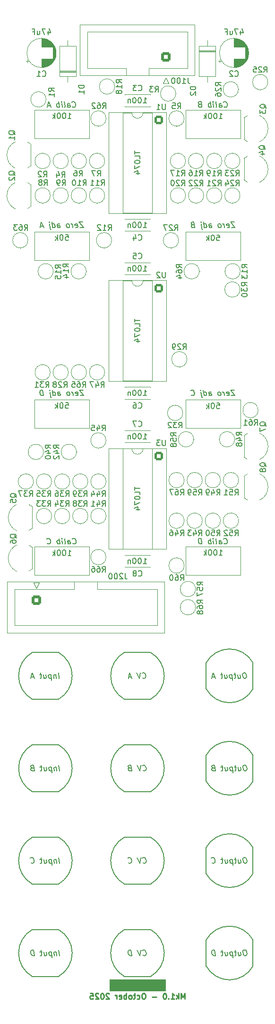
<source format=gbo>
%TF.GenerationSoftware,KiCad,Pcbnew,9.0.4*%
%TF.CreationDate,2025-10-04T20:19:14+02:00*%
%TF.ProjectId,DMH_VCA_Bank_PCB_1,444d485f-5643-4415-9f42-616e6b5f5043,1*%
%TF.SameCoordinates,Original*%
%TF.FileFunction,Legend,Bot*%
%TF.FilePolarity,Positive*%
%FSLAX46Y46*%
G04 Gerber Fmt 4.6, Leading zero omitted, Abs format (unit mm)*
G04 Created by KiCad (PCBNEW 9.0.4) date 2025-10-04 20:19:14*
%MOMM*%
%LPD*%
G01*
G04 APERTURE LIST*
G04 Aperture macros list*
%AMRoundRect*
0 Rectangle with rounded corners*
0 $1 Rounding radius*
0 $2 $3 $4 $5 $6 $7 $8 $9 X,Y pos of 4 corners*
0 Add a 4 corners polygon primitive as box body*
4,1,4,$2,$3,$4,$5,$6,$7,$8,$9,$2,$3,0*
0 Add four circle primitives for the rounded corners*
1,1,$1+$1,$2,$3*
1,1,$1+$1,$4,$5*
1,1,$1+$1,$6,$7*
1,1,$1+$1,$8,$9*
0 Add four rect primitives between the rounded corners*
20,1,$1+$1,$2,$3,$4,$5,0*
20,1,$1+$1,$4,$5,$6,$7,0*
20,1,$1+$1,$6,$7,$8,$9,0*
20,1,$1+$1,$8,$9,$2,$3,0*%
%AMHorizOval*
0 Thick line with rounded ends*
0 $1 width*
0 $2 $3 position (X,Y) of the first rounded end (center of the circle)*
0 $4 $5 position (X,Y) of the second rounded end (center of the circle)*
0 Add line between two ends*
20,1,$1,$2,$3,$4,$5,0*
0 Add two circle primitives to create the rounded ends*
1,1,$1,$2,$3*
1,1,$1,$4,$5*%
G04 Aperture macros list end*
%ADD10C,0.100000*%
%ADD11C,0.250000*%
%ADD12C,0.150000*%
%ADD13C,0.200000*%
%ADD14C,0.120000*%
%ADD15R,1.700000X1.700000*%
%ADD16O,1.700000X1.700000*%
%ADD17HorizOval,1.712000X-0.533159X-0.533159X0.533159X0.533159X0*%
%ADD18O,1.712000X3.220000*%
%ADD19O,3.220000X1.712000*%
%ADD20HorizOval,1.712000X-0.533159X0.533159X0.533159X-0.533159X0*%
%ADD21C,1.600000*%
%ADD22O,1.600000X1.600000*%
%ADD23C,1.440000*%
%ADD24R,1.500000X1.500000*%
%ADD25C,1.500000*%
%ADD26RoundRect,0.250000X-0.600000X0.600000X-0.600000X-0.600000X0.600000X-0.600000X0.600000X0.600000X0*%
%ADD27C,1.700000*%
%ADD28R,2.200000X2.200000*%
%ADD29O,2.200000X2.200000*%
%ADD30R,1.600000X1.600000*%
%ADD31RoundRect,0.250000X0.600000X-0.600000X0.600000X0.600000X-0.600000X0.600000X-0.600000X-0.600000X0*%
%ADD32RoundRect,0.250000X0.550000X0.550000X-0.550000X0.550000X-0.550000X-0.550000X0.550000X-0.550000X0*%
G04 APERTURE END LIST*
D10*
X70000000Y-213500000D02*
X80000000Y-213500000D01*
X80000000Y-215500000D01*
X70000000Y-215500000D01*
X70000000Y-213500000D01*
G36*
X70000000Y-213500000D02*
G01*
X80000000Y-213500000D01*
X80000000Y-215500000D01*
X70000000Y-215500000D01*
X70000000Y-213500000D01*
G37*
D11*
X83476190Y-216949619D02*
X83476190Y-215949619D01*
X83476190Y-215949619D02*
X83142857Y-216663904D01*
X83142857Y-216663904D02*
X82809524Y-215949619D01*
X82809524Y-215949619D02*
X82809524Y-216949619D01*
X82333333Y-216949619D02*
X82333333Y-215949619D01*
X82238095Y-216568666D02*
X81952381Y-216949619D01*
X81952381Y-216282952D02*
X82333333Y-216663904D01*
X81000000Y-216949619D02*
X81571428Y-216949619D01*
X81285714Y-216949619D02*
X81285714Y-215949619D01*
X81285714Y-215949619D02*
X81380952Y-216092476D01*
X81380952Y-216092476D02*
X81476190Y-216187714D01*
X81476190Y-216187714D02*
X81571428Y-216235333D01*
X80571428Y-216854380D02*
X80523809Y-216902000D01*
X80523809Y-216902000D02*
X80571428Y-216949619D01*
X80571428Y-216949619D02*
X80619047Y-216902000D01*
X80619047Y-216902000D02*
X80571428Y-216854380D01*
X80571428Y-216854380D02*
X80571428Y-216949619D01*
X79904762Y-215949619D02*
X79809524Y-215949619D01*
X79809524Y-215949619D02*
X79714286Y-215997238D01*
X79714286Y-215997238D02*
X79666667Y-216044857D01*
X79666667Y-216044857D02*
X79619048Y-216140095D01*
X79619048Y-216140095D02*
X79571429Y-216330571D01*
X79571429Y-216330571D02*
X79571429Y-216568666D01*
X79571429Y-216568666D02*
X79619048Y-216759142D01*
X79619048Y-216759142D02*
X79666667Y-216854380D01*
X79666667Y-216854380D02*
X79714286Y-216902000D01*
X79714286Y-216902000D02*
X79809524Y-216949619D01*
X79809524Y-216949619D02*
X79904762Y-216949619D01*
X79904762Y-216949619D02*
X80000000Y-216902000D01*
X80000000Y-216902000D02*
X80047619Y-216854380D01*
X80047619Y-216854380D02*
X80095238Y-216759142D01*
X80095238Y-216759142D02*
X80142857Y-216568666D01*
X80142857Y-216568666D02*
X80142857Y-216330571D01*
X80142857Y-216330571D02*
X80095238Y-216140095D01*
X80095238Y-216140095D02*
X80047619Y-216044857D01*
X80047619Y-216044857D02*
X80000000Y-215997238D01*
X80000000Y-215997238D02*
X79904762Y-215949619D01*
X78380952Y-216568666D02*
X77619048Y-216568666D01*
X76190476Y-215949619D02*
X76000000Y-215949619D01*
X76000000Y-215949619D02*
X75904762Y-215997238D01*
X75904762Y-215997238D02*
X75809524Y-216092476D01*
X75809524Y-216092476D02*
X75761905Y-216282952D01*
X75761905Y-216282952D02*
X75761905Y-216616285D01*
X75761905Y-216616285D02*
X75809524Y-216806761D01*
X75809524Y-216806761D02*
X75904762Y-216902000D01*
X75904762Y-216902000D02*
X76000000Y-216949619D01*
X76000000Y-216949619D02*
X76190476Y-216949619D01*
X76190476Y-216949619D02*
X76285714Y-216902000D01*
X76285714Y-216902000D02*
X76380952Y-216806761D01*
X76380952Y-216806761D02*
X76428571Y-216616285D01*
X76428571Y-216616285D02*
X76428571Y-216282952D01*
X76428571Y-216282952D02*
X76380952Y-216092476D01*
X76380952Y-216092476D02*
X76285714Y-215997238D01*
X76285714Y-215997238D02*
X76190476Y-215949619D01*
X74904762Y-216902000D02*
X75000000Y-216949619D01*
X75000000Y-216949619D02*
X75190476Y-216949619D01*
X75190476Y-216949619D02*
X75285714Y-216902000D01*
X75285714Y-216902000D02*
X75333333Y-216854380D01*
X75333333Y-216854380D02*
X75380952Y-216759142D01*
X75380952Y-216759142D02*
X75380952Y-216473428D01*
X75380952Y-216473428D02*
X75333333Y-216378190D01*
X75333333Y-216378190D02*
X75285714Y-216330571D01*
X75285714Y-216330571D02*
X75190476Y-216282952D01*
X75190476Y-216282952D02*
X75000000Y-216282952D01*
X75000000Y-216282952D02*
X74904762Y-216330571D01*
X74619047Y-216282952D02*
X74238095Y-216282952D01*
X74476190Y-215949619D02*
X74476190Y-216806761D01*
X74476190Y-216806761D02*
X74428571Y-216902000D01*
X74428571Y-216902000D02*
X74333333Y-216949619D01*
X74333333Y-216949619D02*
X74238095Y-216949619D01*
X73761904Y-216949619D02*
X73857142Y-216902000D01*
X73857142Y-216902000D02*
X73904761Y-216854380D01*
X73904761Y-216854380D02*
X73952380Y-216759142D01*
X73952380Y-216759142D02*
X73952380Y-216473428D01*
X73952380Y-216473428D02*
X73904761Y-216378190D01*
X73904761Y-216378190D02*
X73857142Y-216330571D01*
X73857142Y-216330571D02*
X73761904Y-216282952D01*
X73761904Y-216282952D02*
X73619047Y-216282952D01*
X73619047Y-216282952D02*
X73523809Y-216330571D01*
X73523809Y-216330571D02*
X73476190Y-216378190D01*
X73476190Y-216378190D02*
X73428571Y-216473428D01*
X73428571Y-216473428D02*
X73428571Y-216759142D01*
X73428571Y-216759142D02*
X73476190Y-216854380D01*
X73476190Y-216854380D02*
X73523809Y-216902000D01*
X73523809Y-216902000D02*
X73619047Y-216949619D01*
X73619047Y-216949619D02*
X73761904Y-216949619D01*
X72999999Y-216949619D02*
X72999999Y-215949619D01*
X72999999Y-216330571D02*
X72904761Y-216282952D01*
X72904761Y-216282952D02*
X72714285Y-216282952D01*
X72714285Y-216282952D02*
X72619047Y-216330571D01*
X72619047Y-216330571D02*
X72571428Y-216378190D01*
X72571428Y-216378190D02*
X72523809Y-216473428D01*
X72523809Y-216473428D02*
X72523809Y-216759142D01*
X72523809Y-216759142D02*
X72571428Y-216854380D01*
X72571428Y-216854380D02*
X72619047Y-216902000D01*
X72619047Y-216902000D02*
X72714285Y-216949619D01*
X72714285Y-216949619D02*
X72904761Y-216949619D01*
X72904761Y-216949619D02*
X72999999Y-216902000D01*
X71714285Y-216902000D02*
X71809523Y-216949619D01*
X71809523Y-216949619D02*
X71999999Y-216949619D01*
X71999999Y-216949619D02*
X72095237Y-216902000D01*
X72095237Y-216902000D02*
X72142856Y-216806761D01*
X72142856Y-216806761D02*
X72142856Y-216425809D01*
X72142856Y-216425809D02*
X72095237Y-216330571D01*
X72095237Y-216330571D02*
X71999999Y-216282952D01*
X71999999Y-216282952D02*
X71809523Y-216282952D01*
X71809523Y-216282952D02*
X71714285Y-216330571D01*
X71714285Y-216330571D02*
X71666666Y-216425809D01*
X71666666Y-216425809D02*
X71666666Y-216521047D01*
X71666666Y-216521047D02*
X72142856Y-216616285D01*
X71238094Y-216949619D02*
X71238094Y-216282952D01*
X71238094Y-216473428D02*
X71190475Y-216378190D01*
X71190475Y-216378190D02*
X71142856Y-216330571D01*
X71142856Y-216330571D02*
X71047618Y-216282952D01*
X71047618Y-216282952D02*
X70952380Y-216282952D01*
X69904760Y-216044857D02*
X69857141Y-215997238D01*
X69857141Y-215997238D02*
X69761903Y-215949619D01*
X69761903Y-215949619D02*
X69523808Y-215949619D01*
X69523808Y-215949619D02*
X69428570Y-215997238D01*
X69428570Y-215997238D02*
X69380951Y-216044857D01*
X69380951Y-216044857D02*
X69333332Y-216140095D01*
X69333332Y-216140095D02*
X69333332Y-216235333D01*
X69333332Y-216235333D02*
X69380951Y-216378190D01*
X69380951Y-216378190D02*
X69952379Y-216949619D01*
X69952379Y-216949619D02*
X69333332Y-216949619D01*
X68714284Y-215949619D02*
X68619046Y-215949619D01*
X68619046Y-215949619D02*
X68523808Y-215997238D01*
X68523808Y-215997238D02*
X68476189Y-216044857D01*
X68476189Y-216044857D02*
X68428570Y-216140095D01*
X68428570Y-216140095D02*
X68380951Y-216330571D01*
X68380951Y-216330571D02*
X68380951Y-216568666D01*
X68380951Y-216568666D02*
X68428570Y-216759142D01*
X68428570Y-216759142D02*
X68476189Y-216854380D01*
X68476189Y-216854380D02*
X68523808Y-216902000D01*
X68523808Y-216902000D02*
X68619046Y-216949619D01*
X68619046Y-216949619D02*
X68714284Y-216949619D01*
X68714284Y-216949619D02*
X68809522Y-216902000D01*
X68809522Y-216902000D02*
X68857141Y-216854380D01*
X68857141Y-216854380D02*
X68904760Y-216759142D01*
X68904760Y-216759142D02*
X68952379Y-216568666D01*
X68952379Y-216568666D02*
X68952379Y-216330571D01*
X68952379Y-216330571D02*
X68904760Y-216140095D01*
X68904760Y-216140095D02*
X68857141Y-216044857D01*
X68857141Y-216044857D02*
X68809522Y-215997238D01*
X68809522Y-215997238D02*
X68714284Y-215949619D01*
X67999998Y-216044857D02*
X67952379Y-215997238D01*
X67952379Y-215997238D02*
X67857141Y-215949619D01*
X67857141Y-215949619D02*
X67619046Y-215949619D01*
X67619046Y-215949619D02*
X67523808Y-215997238D01*
X67523808Y-215997238D02*
X67476189Y-216044857D01*
X67476189Y-216044857D02*
X67428570Y-216140095D01*
X67428570Y-216140095D02*
X67428570Y-216235333D01*
X67428570Y-216235333D02*
X67476189Y-216378190D01*
X67476189Y-216378190D02*
X68047617Y-216949619D01*
X68047617Y-216949619D02*
X67428570Y-216949619D01*
X66523808Y-215949619D02*
X66999998Y-215949619D01*
X66999998Y-215949619D02*
X67047617Y-216425809D01*
X67047617Y-216425809D02*
X66999998Y-216378190D01*
X66999998Y-216378190D02*
X66904760Y-216330571D01*
X66904760Y-216330571D02*
X66666665Y-216330571D01*
X66666665Y-216330571D02*
X66571427Y-216378190D01*
X66571427Y-216378190D02*
X66523808Y-216425809D01*
X66523808Y-216425809D02*
X66476189Y-216521047D01*
X66476189Y-216521047D02*
X66476189Y-216759142D01*
X66476189Y-216759142D02*
X66523808Y-216854380D01*
X66523808Y-216854380D02*
X66571427Y-216902000D01*
X66571427Y-216902000D02*
X66666665Y-216949619D01*
X66666665Y-216949619D02*
X66904760Y-216949619D01*
X66904760Y-216949619D02*
X66999998Y-216902000D01*
X66999998Y-216902000D02*
X67047617Y-216854380D01*
D12*
X60958333Y-159704819D02*
X60833333Y-158704819D01*
X60398809Y-159038152D02*
X60482143Y-159704819D01*
X60410714Y-159133390D02*
X60357143Y-159085771D01*
X60357143Y-159085771D02*
X60255952Y-159038152D01*
X60255952Y-159038152D02*
X60113095Y-159038152D01*
X60113095Y-159038152D02*
X60023809Y-159085771D01*
X60023809Y-159085771D02*
X59988095Y-159181009D01*
X59988095Y-159181009D02*
X60053571Y-159704819D01*
X59494047Y-159038152D02*
X59619047Y-160038152D01*
X59500000Y-159085771D02*
X59398809Y-159038152D01*
X59398809Y-159038152D02*
X59208333Y-159038152D01*
X59208333Y-159038152D02*
X59119047Y-159085771D01*
X59119047Y-159085771D02*
X59077381Y-159133390D01*
X59077381Y-159133390D02*
X59041666Y-159228628D01*
X59041666Y-159228628D02*
X59077381Y-159514342D01*
X59077381Y-159514342D02*
X59136904Y-159609580D01*
X59136904Y-159609580D02*
X59190476Y-159657200D01*
X59190476Y-159657200D02*
X59291666Y-159704819D01*
X59291666Y-159704819D02*
X59482143Y-159704819D01*
X59482143Y-159704819D02*
X59571428Y-159657200D01*
X58160714Y-159038152D02*
X58244047Y-159704819D01*
X58589285Y-159038152D02*
X58654762Y-159561961D01*
X58654762Y-159561961D02*
X58619047Y-159657200D01*
X58619047Y-159657200D02*
X58529762Y-159704819D01*
X58529762Y-159704819D02*
X58386904Y-159704819D01*
X58386904Y-159704819D02*
X58285714Y-159657200D01*
X58285714Y-159657200D02*
X58232142Y-159609580D01*
X57827380Y-159038152D02*
X57446428Y-159038152D01*
X57642857Y-158704819D02*
X57750000Y-159561961D01*
X57750000Y-159561961D02*
X57714285Y-159657200D01*
X57714285Y-159657200D02*
X57625000Y-159704819D01*
X57625000Y-159704819D02*
X57529761Y-159704819D01*
X56446427Y-159419104D02*
X55970237Y-159419104D01*
X56577380Y-159704819D02*
X56119046Y-158704819D01*
X56119046Y-158704819D02*
X55910713Y-159704819D01*
X94285714Y-191704819D02*
X94095238Y-191704819D01*
X94095238Y-191704819D02*
X94005953Y-191752438D01*
X94005953Y-191752438D02*
X93922619Y-191847676D01*
X93922619Y-191847676D02*
X93898810Y-192038152D01*
X93898810Y-192038152D02*
X93940476Y-192371485D01*
X93940476Y-192371485D02*
X94011905Y-192561961D01*
X94011905Y-192561961D02*
X94119048Y-192657200D01*
X94119048Y-192657200D02*
X94220238Y-192704819D01*
X94220238Y-192704819D02*
X94410714Y-192704819D01*
X94410714Y-192704819D02*
X94500000Y-192657200D01*
X94500000Y-192657200D02*
X94583334Y-192561961D01*
X94583334Y-192561961D02*
X94607143Y-192371485D01*
X94607143Y-192371485D02*
X94565476Y-192038152D01*
X94565476Y-192038152D02*
X94494048Y-191847676D01*
X94494048Y-191847676D02*
X94386905Y-191752438D01*
X94386905Y-191752438D02*
X94285714Y-191704819D01*
X93041667Y-192038152D02*
X93125000Y-192704819D01*
X93470238Y-192038152D02*
X93535715Y-192561961D01*
X93535715Y-192561961D02*
X93500000Y-192657200D01*
X93500000Y-192657200D02*
X93410715Y-192704819D01*
X93410715Y-192704819D02*
X93267857Y-192704819D01*
X93267857Y-192704819D02*
X93166667Y-192657200D01*
X93166667Y-192657200D02*
X93113095Y-192609580D01*
X92708333Y-192038152D02*
X92327381Y-192038152D01*
X92523810Y-191704819D02*
X92630953Y-192561961D01*
X92630953Y-192561961D02*
X92595238Y-192657200D01*
X92595238Y-192657200D02*
X92505953Y-192704819D01*
X92505953Y-192704819D02*
X92410714Y-192704819D01*
X91994047Y-192038152D02*
X92119047Y-193038152D01*
X92000000Y-192085771D02*
X91898809Y-192038152D01*
X91898809Y-192038152D02*
X91708333Y-192038152D01*
X91708333Y-192038152D02*
X91619047Y-192085771D01*
X91619047Y-192085771D02*
X91577381Y-192133390D01*
X91577381Y-192133390D02*
X91541666Y-192228628D01*
X91541666Y-192228628D02*
X91577381Y-192514342D01*
X91577381Y-192514342D02*
X91636904Y-192609580D01*
X91636904Y-192609580D02*
X91690476Y-192657200D01*
X91690476Y-192657200D02*
X91791666Y-192704819D01*
X91791666Y-192704819D02*
X91982143Y-192704819D01*
X91982143Y-192704819D02*
X92071428Y-192657200D01*
X90660714Y-192038152D02*
X90744047Y-192704819D01*
X91089285Y-192038152D02*
X91154762Y-192561961D01*
X91154762Y-192561961D02*
X91119047Y-192657200D01*
X91119047Y-192657200D02*
X91029762Y-192704819D01*
X91029762Y-192704819D02*
X90886904Y-192704819D01*
X90886904Y-192704819D02*
X90785714Y-192657200D01*
X90785714Y-192657200D02*
X90732142Y-192609580D01*
X90327380Y-192038152D02*
X89946428Y-192038152D01*
X90142857Y-191704819D02*
X90250000Y-192561961D01*
X90250000Y-192561961D02*
X90214285Y-192657200D01*
X90214285Y-192657200D02*
X90125000Y-192704819D01*
X90125000Y-192704819D02*
X90029761Y-192704819D01*
X88351189Y-192609580D02*
X88404761Y-192657200D01*
X88404761Y-192657200D02*
X88553570Y-192704819D01*
X88553570Y-192704819D02*
X88648808Y-192704819D01*
X88648808Y-192704819D02*
X88785713Y-192657200D01*
X88785713Y-192657200D02*
X88869046Y-192561961D01*
X88869046Y-192561961D02*
X88904761Y-192466723D01*
X88904761Y-192466723D02*
X88928570Y-192276247D01*
X88928570Y-192276247D02*
X88910713Y-192133390D01*
X88910713Y-192133390D02*
X88839285Y-191942914D01*
X88839285Y-191942914D02*
X88779761Y-191847676D01*
X88779761Y-191847676D02*
X88672618Y-191752438D01*
X88672618Y-191752438D02*
X88523808Y-191704819D01*
X88523808Y-191704819D02*
X88428570Y-191704819D01*
X88428570Y-191704819D02*
X88291666Y-191752438D01*
X88291666Y-191752438D02*
X88249999Y-191800057D01*
X94285714Y-208204819D02*
X94095238Y-208204819D01*
X94095238Y-208204819D02*
X94005953Y-208252438D01*
X94005953Y-208252438D02*
X93922619Y-208347676D01*
X93922619Y-208347676D02*
X93898810Y-208538152D01*
X93898810Y-208538152D02*
X93940476Y-208871485D01*
X93940476Y-208871485D02*
X94011905Y-209061961D01*
X94011905Y-209061961D02*
X94119048Y-209157200D01*
X94119048Y-209157200D02*
X94220238Y-209204819D01*
X94220238Y-209204819D02*
X94410714Y-209204819D01*
X94410714Y-209204819D02*
X94500000Y-209157200D01*
X94500000Y-209157200D02*
X94583334Y-209061961D01*
X94583334Y-209061961D02*
X94607143Y-208871485D01*
X94607143Y-208871485D02*
X94565476Y-208538152D01*
X94565476Y-208538152D02*
X94494048Y-208347676D01*
X94494048Y-208347676D02*
X94386905Y-208252438D01*
X94386905Y-208252438D02*
X94285714Y-208204819D01*
X93041667Y-208538152D02*
X93125000Y-209204819D01*
X93470238Y-208538152D02*
X93535715Y-209061961D01*
X93535715Y-209061961D02*
X93500000Y-209157200D01*
X93500000Y-209157200D02*
X93410715Y-209204819D01*
X93410715Y-209204819D02*
X93267857Y-209204819D01*
X93267857Y-209204819D02*
X93166667Y-209157200D01*
X93166667Y-209157200D02*
X93113095Y-209109580D01*
X92708333Y-208538152D02*
X92327381Y-208538152D01*
X92523810Y-208204819D02*
X92630953Y-209061961D01*
X92630953Y-209061961D02*
X92595238Y-209157200D01*
X92595238Y-209157200D02*
X92505953Y-209204819D01*
X92505953Y-209204819D02*
X92410714Y-209204819D01*
X91994047Y-208538152D02*
X92119047Y-209538152D01*
X92000000Y-208585771D02*
X91898809Y-208538152D01*
X91898809Y-208538152D02*
X91708333Y-208538152D01*
X91708333Y-208538152D02*
X91619047Y-208585771D01*
X91619047Y-208585771D02*
X91577381Y-208633390D01*
X91577381Y-208633390D02*
X91541666Y-208728628D01*
X91541666Y-208728628D02*
X91577381Y-209014342D01*
X91577381Y-209014342D02*
X91636904Y-209109580D01*
X91636904Y-209109580D02*
X91690476Y-209157200D01*
X91690476Y-209157200D02*
X91791666Y-209204819D01*
X91791666Y-209204819D02*
X91982143Y-209204819D01*
X91982143Y-209204819D02*
X92071428Y-209157200D01*
X90660714Y-208538152D02*
X90744047Y-209204819D01*
X91089285Y-208538152D02*
X91154762Y-209061961D01*
X91154762Y-209061961D02*
X91119047Y-209157200D01*
X91119047Y-209157200D02*
X91029762Y-209204819D01*
X91029762Y-209204819D02*
X90886904Y-209204819D01*
X90886904Y-209204819D02*
X90785714Y-209157200D01*
X90785714Y-209157200D02*
X90732142Y-209109580D01*
X90327380Y-208538152D02*
X89946428Y-208538152D01*
X90142857Y-208204819D02*
X90250000Y-209061961D01*
X90250000Y-209061961D02*
X90214285Y-209157200D01*
X90214285Y-209157200D02*
X90125000Y-209204819D01*
X90125000Y-209204819D02*
X90029761Y-209204819D01*
X88934523Y-209204819D02*
X88809523Y-208204819D01*
X88809523Y-208204819D02*
X88571427Y-208204819D01*
X88571427Y-208204819D02*
X88434523Y-208252438D01*
X88434523Y-208252438D02*
X88351189Y-208347676D01*
X88351189Y-208347676D02*
X88315475Y-208442914D01*
X88315475Y-208442914D02*
X88291666Y-208633390D01*
X88291666Y-208633390D02*
X88309523Y-208776247D01*
X88309523Y-208776247D02*
X88380951Y-208966723D01*
X88380951Y-208966723D02*
X88440475Y-209061961D01*
X88440475Y-209061961D02*
X88547618Y-209157200D01*
X88547618Y-209157200D02*
X88696427Y-209204819D01*
X88696427Y-209204819D02*
X88934523Y-209204819D01*
X94214285Y-158704819D02*
X94023809Y-158704819D01*
X94023809Y-158704819D02*
X93934524Y-158752438D01*
X93934524Y-158752438D02*
X93851190Y-158847676D01*
X93851190Y-158847676D02*
X93827381Y-159038152D01*
X93827381Y-159038152D02*
X93869047Y-159371485D01*
X93869047Y-159371485D02*
X93940476Y-159561961D01*
X93940476Y-159561961D02*
X94047619Y-159657200D01*
X94047619Y-159657200D02*
X94148809Y-159704819D01*
X94148809Y-159704819D02*
X94339285Y-159704819D01*
X94339285Y-159704819D02*
X94428571Y-159657200D01*
X94428571Y-159657200D02*
X94511905Y-159561961D01*
X94511905Y-159561961D02*
X94535714Y-159371485D01*
X94535714Y-159371485D02*
X94494047Y-159038152D01*
X94494047Y-159038152D02*
X94422619Y-158847676D01*
X94422619Y-158847676D02*
X94315476Y-158752438D01*
X94315476Y-158752438D02*
X94214285Y-158704819D01*
X92970238Y-159038152D02*
X93053571Y-159704819D01*
X93398809Y-159038152D02*
X93464286Y-159561961D01*
X93464286Y-159561961D02*
X93428571Y-159657200D01*
X93428571Y-159657200D02*
X93339286Y-159704819D01*
X93339286Y-159704819D02*
X93196428Y-159704819D01*
X93196428Y-159704819D02*
X93095238Y-159657200D01*
X93095238Y-159657200D02*
X93041666Y-159609580D01*
X92636904Y-159038152D02*
X92255952Y-159038152D01*
X92452381Y-158704819D02*
X92559524Y-159561961D01*
X92559524Y-159561961D02*
X92523809Y-159657200D01*
X92523809Y-159657200D02*
X92434524Y-159704819D01*
X92434524Y-159704819D02*
X92339285Y-159704819D01*
X91922618Y-159038152D02*
X92047618Y-160038152D01*
X91928571Y-159085771D02*
X91827380Y-159038152D01*
X91827380Y-159038152D02*
X91636904Y-159038152D01*
X91636904Y-159038152D02*
X91547618Y-159085771D01*
X91547618Y-159085771D02*
X91505952Y-159133390D01*
X91505952Y-159133390D02*
X91470237Y-159228628D01*
X91470237Y-159228628D02*
X91505952Y-159514342D01*
X91505952Y-159514342D02*
X91565475Y-159609580D01*
X91565475Y-159609580D02*
X91619047Y-159657200D01*
X91619047Y-159657200D02*
X91720237Y-159704819D01*
X91720237Y-159704819D02*
X91910714Y-159704819D01*
X91910714Y-159704819D02*
X91999999Y-159657200D01*
X90589285Y-159038152D02*
X90672618Y-159704819D01*
X91017856Y-159038152D02*
X91083333Y-159561961D01*
X91083333Y-159561961D02*
X91047618Y-159657200D01*
X91047618Y-159657200D02*
X90958333Y-159704819D01*
X90958333Y-159704819D02*
X90815475Y-159704819D01*
X90815475Y-159704819D02*
X90714285Y-159657200D01*
X90714285Y-159657200D02*
X90660713Y-159609580D01*
X90255951Y-159038152D02*
X89874999Y-159038152D01*
X90071428Y-158704819D02*
X90178571Y-159561961D01*
X90178571Y-159561961D02*
X90142856Y-159657200D01*
X90142856Y-159657200D02*
X90053571Y-159704819D01*
X90053571Y-159704819D02*
X89958332Y-159704819D01*
X88874998Y-159419104D02*
X88398808Y-159419104D01*
X89005951Y-159704819D02*
X88547617Y-158704819D01*
X88547617Y-158704819D02*
X88339284Y-159704819D01*
X75994047Y-209109580D02*
X76047619Y-209157200D01*
X76047619Y-209157200D02*
X76196428Y-209204819D01*
X76196428Y-209204819D02*
X76291666Y-209204819D01*
X76291666Y-209204819D02*
X76428571Y-209157200D01*
X76428571Y-209157200D02*
X76511904Y-209061961D01*
X76511904Y-209061961D02*
X76547619Y-208966723D01*
X76547619Y-208966723D02*
X76571428Y-208776247D01*
X76571428Y-208776247D02*
X76553571Y-208633390D01*
X76553571Y-208633390D02*
X76482143Y-208442914D01*
X76482143Y-208442914D02*
X76422619Y-208347676D01*
X76422619Y-208347676D02*
X76315476Y-208252438D01*
X76315476Y-208252438D02*
X76166666Y-208204819D01*
X76166666Y-208204819D02*
X76071428Y-208204819D01*
X76071428Y-208204819D02*
X75934524Y-208252438D01*
X75934524Y-208252438D02*
X75892857Y-208300057D01*
X75595238Y-208204819D02*
X75386904Y-209204819D01*
X75386904Y-209204819D02*
X74928571Y-208204819D01*
X73958333Y-209204819D02*
X73833333Y-208204819D01*
X73833333Y-208204819D02*
X73595237Y-208204819D01*
X73595237Y-208204819D02*
X73458333Y-208252438D01*
X73458333Y-208252438D02*
X73374999Y-208347676D01*
X73374999Y-208347676D02*
X73339285Y-208442914D01*
X73339285Y-208442914D02*
X73315476Y-208633390D01*
X73315476Y-208633390D02*
X73333333Y-208776247D01*
X73333333Y-208776247D02*
X73404761Y-208966723D01*
X73404761Y-208966723D02*
X73464285Y-209061961D01*
X73464285Y-209061961D02*
X73571428Y-209157200D01*
X73571428Y-209157200D02*
X73720237Y-209204819D01*
X73720237Y-209204819D02*
X73958333Y-209204819D01*
X61029762Y-192704819D02*
X60904762Y-191704819D01*
X60470238Y-192038152D02*
X60553572Y-192704819D01*
X60482143Y-192133390D02*
X60428572Y-192085771D01*
X60428572Y-192085771D02*
X60327381Y-192038152D01*
X60327381Y-192038152D02*
X60184524Y-192038152D01*
X60184524Y-192038152D02*
X60095238Y-192085771D01*
X60095238Y-192085771D02*
X60059524Y-192181009D01*
X60059524Y-192181009D02*
X60125000Y-192704819D01*
X59565476Y-192038152D02*
X59690476Y-193038152D01*
X59571429Y-192085771D02*
X59470238Y-192038152D01*
X59470238Y-192038152D02*
X59279762Y-192038152D01*
X59279762Y-192038152D02*
X59190476Y-192085771D01*
X59190476Y-192085771D02*
X59148810Y-192133390D01*
X59148810Y-192133390D02*
X59113095Y-192228628D01*
X59113095Y-192228628D02*
X59148810Y-192514342D01*
X59148810Y-192514342D02*
X59208333Y-192609580D01*
X59208333Y-192609580D02*
X59261905Y-192657200D01*
X59261905Y-192657200D02*
X59363095Y-192704819D01*
X59363095Y-192704819D02*
X59553572Y-192704819D01*
X59553572Y-192704819D02*
X59642857Y-192657200D01*
X58232143Y-192038152D02*
X58315476Y-192704819D01*
X58660714Y-192038152D02*
X58726191Y-192561961D01*
X58726191Y-192561961D02*
X58690476Y-192657200D01*
X58690476Y-192657200D02*
X58601191Y-192704819D01*
X58601191Y-192704819D02*
X58458333Y-192704819D01*
X58458333Y-192704819D02*
X58357143Y-192657200D01*
X58357143Y-192657200D02*
X58303571Y-192609580D01*
X57898809Y-192038152D02*
X57517857Y-192038152D01*
X57714286Y-191704819D02*
X57821429Y-192561961D01*
X57821429Y-192561961D02*
X57785714Y-192657200D01*
X57785714Y-192657200D02*
X57696429Y-192704819D01*
X57696429Y-192704819D02*
X57601190Y-192704819D01*
X55922618Y-192609580D02*
X55976190Y-192657200D01*
X55976190Y-192657200D02*
X56124999Y-192704819D01*
X56124999Y-192704819D02*
X56220237Y-192704819D01*
X56220237Y-192704819D02*
X56357142Y-192657200D01*
X56357142Y-192657200D02*
X56440475Y-192561961D01*
X56440475Y-192561961D02*
X56476190Y-192466723D01*
X56476190Y-192466723D02*
X56499999Y-192276247D01*
X56499999Y-192276247D02*
X56482142Y-192133390D01*
X56482142Y-192133390D02*
X56410714Y-191942914D01*
X56410714Y-191942914D02*
X56351190Y-191847676D01*
X56351190Y-191847676D02*
X56244047Y-191752438D01*
X56244047Y-191752438D02*
X56095237Y-191704819D01*
X56095237Y-191704819D02*
X55999999Y-191704819D01*
X55999999Y-191704819D02*
X55863095Y-191752438D01*
X55863095Y-191752438D02*
X55821428Y-191800057D01*
X61029762Y-176204819D02*
X60904762Y-175204819D01*
X60470238Y-175538152D02*
X60553572Y-176204819D01*
X60482143Y-175633390D02*
X60428572Y-175585771D01*
X60428572Y-175585771D02*
X60327381Y-175538152D01*
X60327381Y-175538152D02*
X60184524Y-175538152D01*
X60184524Y-175538152D02*
X60095238Y-175585771D01*
X60095238Y-175585771D02*
X60059524Y-175681009D01*
X60059524Y-175681009D02*
X60125000Y-176204819D01*
X59565476Y-175538152D02*
X59690476Y-176538152D01*
X59571429Y-175585771D02*
X59470238Y-175538152D01*
X59470238Y-175538152D02*
X59279762Y-175538152D01*
X59279762Y-175538152D02*
X59190476Y-175585771D01*
X59190476Y-175585771D02*
X59148810Y-175633390D01*
X59148810Y-175633390D02*
X59113095Y-175728628D01*
X59113095Y-175728628D02*
X59148810Y-176014342D01*
X59148810Y-176014342D02*
X59208333Y-176109580D01*
X59208333Y-176109580D02*
X59261905Y-176157200D01*
X59261905Y-176157200D02*
X59363095Y-176204819D01*
X59363095Y-176204819D02*
X59553572Y-176204819D01*
X59553572Y-176204819D02*
X59642857Y-176157200D01*
X58232143Y-175538152D02*
X58315476Y-176204819D01*
X58660714Y-175538152D02*
X58726191Y-176061961D01*
X58726191Y-176061961D02*
X58690476Y-176157200D01*
X58690476Y-176157200D02*
X58601191Y-176204819D01*
X58601191Y-176204819D02*
X58458333Y-176204819D01*
X58458333Y-176204819D02*
X58357143Y-176157200D01*
X58357143Y-176157200D02*
X58303571Y-176109580D01*
X57898809Y-175538152D02*
X57517857Y-175538152D01*
X57714286Y-175204819D02*
X57821429Y-176061961D01*
X57821429Y-176061961D02*
X57785714Y-176157200D01*
X57785714Y-176157200D02*
X57696429Y-176204819D01*
X57696429Y-176204819D02*
X57601190Y-176204819D01*
X56107142Y-175681009D02*
X55970237Y-175728628D01*
X55970237Y-175728628D02*
X55928571Y-175776247D01*
X55928571Y-175776247D02*
X55892856Y-175871485D01*
X55892856Y-175871485D02*
X55910714Y-176014342D01*
X55910714Y-176014342D02*
X55970237Y-176109580D01*
X55970237Y-176109580D02*
X56023809Y-176157200D01*
X56023809Y-176157200D02*
X56124999Y-176204819D01*
X56124999Y-176204819D02*
X56505952Y-176204819D01*
X56505952Y-176204819D02*
X56380952Y-175204819D01*
X56380952Y-175204819D02*
X56047618Y-175204819D01*
X56047618Y-175204819D02*
X55958333Y-175252438D01*
X55958333Y-175252438D02*
X55916666Y-175300057D01*
X55916666Y-175300057D02*
X55880952Y-175395295D01*
X55880952Y-175395295D02*
X55892856Y-175490533D01*
X55892856Y-175490533D02*
X55952380Y-175585771D01*
X55952380Y-175585771D02*
X56005952Y-175633390D01*
X56005952Y-175633390D02*
X56107142Y-175681009D01*
X56107142Y-175681009D02*
X56440475Y-175681009D01*
X75994047Y-176109580D02*
X76047619Y-176157200D01*
X76047619Y-176157200D02*
X76196428Y-176204819D01*
X76196428Y-176204819D02*
X76291666Y-176204819D01*
X76291666Y-176204819D02*
X76428571Y-176157200D01*
X76428571Y-176157200D02*
X76511904Y-176061961D01*
X76511904Y-176061961D02*
X76547619Y-175966723D01*
X76547619Y-175966723D02*
X76571428Y-175776247D01*
X76571428Y-175776247D02*
X76553571Y-175633390D01*
X76553571Y-175633390D02*
X76482143Y-175442914D01*
X76482143Y-175442914D02*
X76422619Y-175347676D01*
X76422619Y-175347676D02*
X76315476Y-175252438D01*
X76315476Y-175252438D02*
X76166666Y-175204819D01*
X76166666Y-175204819D02*
X76071428Y-175204819D01*
X76071428Y-175204819D02*
X75934524Y-175252438D01*
X75934524Y-175252438D02*
X75892857Y-175300057D01*
X75595238Y-175204819D02*
X75386904Y-176204819D01*
X75386904Y-176204819D02*
X74928571Y-175204819D01*
X73559523Y-175681009D02*
X73422618Y-175728628D01*
X73422618Y-175728628D02*
X73380952Y-175776247D01*
X73380952Y-175776247D02*
X73345237Y-175871485D01*
X73345237Y-175871485D02*
X73363095Y-176014342D01*
X73363095Y-176014342D02*
X73422618Y-176109580D01*
X73422618Y-176109580D02*
X73476190Y-176157200D01*
X73476190Y-176157200D02*
X73577380Y-176204819D01*
X73577380Y-176204819D02*
X73958333Y-176204819D01*
X73958333Y-176204819D02*
X73833333Y-175204819D01*
X73833333Y-175204819D02*
X73499999Y-175204819D01*
X73499999Y-175204819D02*
X73410714Y-175252438D01*
X73410714Y-175252438D02*
X73369047Y-175300057D01*
X73369047Y-175300057D02*
X73333333Y-175395295D01*
X73333333Y-175395295D02*
X73345237Y-175490533D01*
X73345237Y-175490533D02*
X73404761Y-175585771D01*
X73404761Y-175585771D02*
X73458333Y-175633390D01*
X73458333Y-175633390D02*
X73559523Y-175681009D01*
X73559523Y-175681009D02*
X73892856Y-175681009D01*
X75994047Y-192609580D02*
X76047619Y-192657200D01*
X76047619Y-192657200D02*
X76196428Y-192704819D01*
X76196428Y-192704819D02*
X76291666Y-192704819D01*
X76291666Y-192704819D02*
X76428571Y-192657200D01*
X76428571Y-192657200D02*
X76511904Y-192561961D01*
X76511904Y-192561961D02*
X76547619Y-192466723D01*
X76547619Y-192466723D02*
X76571428Y-192276247D01*
X76571428Y-192276247D02*
X76553571Y-192133390D01*
X76553571Y-192133390D02*
X76482143Y-191942914D01*
X76482143Y-191942914D02*
X76422619Y-191847676D01*
X76422619Y-191847676D02*
X76315476Y-191752438D01*
X76315476Y-191752438D02*
X76166666Y-191704819D01*
X76166666Y-191704819D02*
X76071428Y-191704819D01*
X76071428Y-191704819D02*
X75934524Y-191752438D01*
X75934524Y-191752438D02*
X75892857Y-191800057D01*
X75595238Y-191704819D02*
X75386904Y-192704819D01*
X75386904Y-192704819D02*
X74928571Y-191704819D01*
X73374999Y-192609580D02*
X73428571Y-192657200D01*
X73428571Y-192657200D02*
X73577380Y-192704819D01*
X73577380Y-192704819D02*
X73672618Y-192704819D01*
X73672618Y-192704819D02*
X73809523Y-192657200D01*
X73809523Y-192657200D02*
X73892856Y-192561961D01*
X73892856Y-192561961D02*
X73928571Y-192466723D01*
X73928571Y-192466723D02*
X73952380Y-192276247D01*
X73952380Y-192276247D02*
X73934523Y-192133390D01*
X73934523Y-192133390D02*
X73863095Y-191942914D01*
X73863095Y-191942914D02*
X73803571Y-191847676D01*
X73803571Y-191847676D02*
X73696428Y-191752438D01*
X73696428Y-191752438D02*
X73547618Y-191704819D01*
X73547618Y-191704819D02*
X73452380Y-191704819D01*
X73452380Y-191704819D02*
X73315476Y-191752438D01*
X73315476Y-191752438D02*
X73273809Y-191800057D01*
X61029762Y-209204819D02*
X60904762Y-208204819D01*
X60470238Y-208538152D02*
X60553572Y-209204819D01*
X60482143Y-208633390D02*
X60428572Y-208585771D01*
X60428572Y-208585771D02*
X60327381Y-208538152D01*
X60327381Y-208538152D02*
X60184524Y-208538152D01*
X60184524Y-208538152D02*
X60095238Y-208585771D01*
X60095238Y-208585771D02*
X60059524Y-208681009D01*
X60059524Y-208681009D02*
X60125000Y-209204819D01*
X59565476Y-208538152D02*
X59690476Y-209538152D01*
X59571429Y-208585771D02*
X59470238Y-208538152D01*
X59470238Y-208538152D02*
X59279762Y-208538152D01*
X59279762Y-208538152D02*
X59190476Y-208585771D01*
X59190476Y-208585771D02*
X59148810Y-208633390D01*
X59148810Y-208633390D02*
X59113095Y-208728628D01*
X59113095Y-208728628D02*
X59148810Y-209014342D01*
X59148810Y-209014342D02*
X59208333Y-209109580D01*
X59208333Y-209109580D02*
X59261905Y-209157200D01*
X59261905Y-209157200D02*
X59363095Y-209204819D01*
X59363095Y-209204819D02*
X59553572Y-209204819D01*
X59553572Y-209204819D02*
X59642857Y-209157200D01*
X58232143Y-208538152D02*
X58315476Y-209204819D01*
X58660714Y-208538152D02*
X58726191Y-209061961D01*
X58726191Y-209061961D02*
X58690476Y-209157200D01*
X58690476Y-209157200D02*
X58601191Y-209204819D01*
X58601191Y-209204819D02*
X58458333Y-209204819D01*
X58458333Y-209204819D02*
X58357143Y-209157200D01*
X58357143Y-209157200D02*
X58303571Y-209109580D01*
X57898809Y-208538152D02*
X57517857Y-208538152D01*
X57714286Y-208204819D02*
X57821429Y-209061961D01*
X57821429Y-209061961D02*
X57785714Y-209157200D01*
X57785714Y-209157200D02*
X57696429Y-209204819D01*
X57696429Y-209204819D02*
X57601190Y-209204819D01*
X56505952Y-209204819D02*
X56380952Y-208204819D01*
X56380952Y-208204819D02*
X56142856Y-208204819D01*
X56142856Y-208204819D02*
X56005952Y-208252438D01*
X56005952Y-208252438D02*
X55922618Y-208347676D01*
X55922618Y-208347676D02*
X55886904Y-208442914D01*
X55886904Y-208442914D02*
X55863095Y-208633390D01*
X55863095Y-208633390D02*
X55880952Y-208776247D01*
X55880952Y-208776247D02*
X55952380Y-208966723D01*
X55952380Y-208966723D02*
X56011904Y-209061961D01*
X56011904Y-209061961D02*
X56119047Y-209157200D01*
X56119047Y-209157200D02*
X56267856Y-209204819D01*
X56267856Y-209204819D02*
X56505952Y-209204819D01*
X75922618Y-159609580D02*
X75976190Y-159657200D01*
X75976190Y-159657200D02*
X76124999Y-159704819D01*
X76124999Y-159704819D02*
X76220237Y-159704819D01*
X76220237Y-159704819D02*
X76357142Y-159657200D01*
X76357142Y-159657200D02*
X76440475Y-159561961D01*
X76440475Y-159561961D02*
X76476190Y-159466723D01*
X76476190Y-159466723D02*
X76499999Y-159276247D01*
X76499999Y-159276247D02*
X76482142Y-159133390D01*
X76482142Y-159133390D02*
X76410714Y-158942914D01*
X76410714Y-158942914D02*
X76351190Y-158847676D01*
X76351190Y-158847676D02*
X76244047Y-158752438D01*
X76244047Y-158752438D02*
X76095237Y-158704819D01*
X76095237Y-158704819D02*
X75999999Y-158704819D01*
X75999999Y-158704819D02*
X75863095Y-158752438D01*
X75863095Y-158752438D02*
X75821428Y-158800057D01*
X75523809Y-158704819D02*
X75315475Y-159704819D01*
X75315475Y-159704819D02*
X74857142Y-158704819D01*
X73898808Y-159419104D02*
X73422618Y-159419104D01*
X74029761Y-159704819D02*
X73571427Y-158704819D01*
X73571427Y-158704819D02*
X73363094Y-159704819D01*
X94285714Y-175204819D02*
X94095238Y-175204819D01*
X94095238Y-175204819D02*
X94005953Y-175252438D01*
X94005953Y-175252438D02*
X93922619Y-175347676D01*
X93922619Y-175347676D02*
X93898810Y-175538152D01*
X93898810Y-175538152D02*
X93940476Y-175871485D01*
X93940476Y-175871485D02*
X94011905Y-176061961D01*
X94011905Y-176061961D02*
X94119048Y-176157200D01*
X94119048Y-176157200D02*
X94220238Y-176204819D01*
X94220238Y-176204819D02*
X94410714Y-176204819D01*
X94410714Y-176204819D02*
X94500000Y-176157200D01*
X94500000Y-176157200D02*
X94583334Y-176061961D01*
X94583334Y-176061961D02*
X94607143Y-175871485D01*
X94607143Y-175871485D02*
X94565476Y-175538152D01*
X94565476Y-175538152D02*
X94494048Y-175347676D01*
X94494048Y-175347676D02*
X94386905Y-175252438D01*
X94386905Y-175252438D02*
X94285714Y-175204819D01*
X93041667Y-175538152D02*
X93125000Y-176204819D01*
X93470238Y-175538152D02*
X93535715Y-176061961D01*
X93535715Y-176061961D02*
X93500000Y-176157200D01*
X93500000Y-176157200D02*
X93410715Y-176204819D01*
X93410715Y-176204819D02*
X93267857Y-176204819D01*
X93267857Y-176204819D02*
X93166667Y-176157200D01*
X93166667Y-176157200D02*
X93113095Y-176109580D01*
X92708333Y-175538152D02*
X92327381Y-175538152D01*
X92523810Y-175204819D02*
X92630953Y-176061961D01*
X92630953Y-176061961D02*
X92595238Y-176157200D01*
X92595238Y-176157200D02*
X92505953Y-176204819D01*
X92505953Y-176204819D02*
X92410714Y-176204819D01*
X91994047Y-175538152D02*
X92119047Y-176538152D01*
X92000000Y-175585771D02*
X91898809Y-175538152D01*
X91898809Y-175538152D02*
X91708333Y-175538152D01*
X91708333Y-175538152D02*
X91619047Y-175585771D01*
X91619047Y-175585771D02*
X91577381Y-175633390D01*
X91577381Y-175633390D02*
X91541666Y-175728628D01*
X91541666Y-175728628D02*
X91577381Y-176014342D01*
X91577381Y-176014342D02*
X91636904Y-176109580D01*
X91636904Y-176109580D02*
X91690476Y-176157200D01*
X91690476Y-176157200D02*
X91791666Y-176204819D01*
X91791666Y-176204819D02*
X91982143Y-176204819D01*
X91982143Y-176204819D02*
X92071428Y-176157200D01*
X90660714Y-175538152D02*
X90744047Y-176204819D01*
X91089285Y-175538152D02*
X91154762Y-176061961D01*
X91154762Y-176061961D02*
X91119047Y-176157200D01*
X91119047Y-176157200D02*
X91029762Y-176204819D01*
X91029762Y-176204819D02*
X90886904Y-176204819D01*
X90886904Y-176204819D02*
X90785714Y-176157200D01*
X90785714Y-176157200D02*
X90732142Y-176109580D01*
X90327380Y-175538152D02*
X89946428Y-175538152D01*
X90142857Y-175204819D02*
X90250000Y-176061961D01*
X90250000Y-176061961D02*
X90214285Y-176157200D01*
X90214285Y-176157200D02*
X90125000Y-176204819D01*
X90125000Y-176204819D02*
X90029761Y-176204819D01*
X88535713Y-175681009D02*
X88398808Y-175728628D01*
X88398808Y-175728628D02*
X88357142Y-175776247D01*
X88357142Y-175776247D02*
X88321427Y-175871485D01*
X88321427Y-175871485D02*
X88339285Y-176014342D01*
X88339285Y-176014342D02*
X88398808Y-176109580D01*
X88398808Y-176109580D02*
X88452380Y-176157200D01*
X88452380Y-176157200D02*
X88553570Y-176204819D01*
X88553570Y-176204819D02*
X88934523Y-176204819D01*
X88934523Y-176204819D02*
X88809523Y-175204819D01*
X88809523Y-175204819D02*
X88476189Y-175204819D01*
X88476189Y-175204819D02*
X88386904Y-175252438D01*
X88386904Y-175252438D02*
X88345237Y-175300057D01*
X88345237Y-175300057D02*
X88309523Y-175395295D01*
X88309523Y-175395295D02*
X88321427Y-175490533D01*
X88321427Y-175490533D02*
X88380951Y-175585771D01*
X88380951Y-175585771D02*
X88434523Y-175633390D01*
X88434523Y-175633390D02*
X88535713Y-175681009D01*
X88535713Y-175681009D02*
X88869046Y-175681009D01*
X58892857Y-127204819D02*
X59226190Y-126728628D01*
X59464285Y-127204819D02*
X59464285Y-126204819D01*
X59464285Y-126204819D02*
X59083333Y-126204819D01*
X59083333Y-126204819D02*
X58988095Y-126252438D01*
X58988095Y-126252438D02*
X58940476Y-126300057D01*
X58940476Y-126300057D02*
X58892857Y-126395295D01*
X58892857Y-126395295D02*
X58892857Y-126538152D01*
X58892857Y-126538152D02*
X58940476Y-126633390D01*
X58940476Y-126633390D02*
X58988095Y-126681009D01*
X58988095Y-126681009D02*
X59083333Y-126728628D01*
X59083333Y-126728628D02*
X59464285Y-126728628D01*
X58559523Y-126204819D02*
X57940476Y-126204819D01*
X57940476Y-126204819D02*
X58273809Y-126585771D01*
X58273809Y-126585771D02*
X58130952Y-126585771D01*
X58130952Y-126585771D02*
X58035714Y-126633390D01*
X58035714Y-126633390D02*
X57988095Y-126681009D01*
X57988095Y-126681009D02*
X57940476Y-126776247D01*
X57940476Y-126776247D02*
X57940476Y-127014342D01*
X57940476Y-127014342D02*
X57988095Y-127109580D01*
X57988095Y-127109580D02*
X58035714Y-127157200D01*
X58035714Y-127157200D02*
X58130952Y-127204819D01*
X58130952Y-127204819D02*
X58416666Y-127204819D01*
X58416666Y-127204819D02*
X58511904Y-127157200D01*
X58511904Y-127157200D02*
X58559523Y-127109580D01*
X57035714Y-126204819D02*
X57511904Y-126204819D01*
X57511904Y-126204819D02*
X57559523Y-126681009D01*
X57559523Y-126681009D02*
X57511904Y-126633390D01*
X57511904Y-126633390D02*
X57416666Y-126585771D01*
X57416666Y-126585771D02*
X57178571Y-126585771D01*
X57178571Y-126585771D02*
X57083333Y-126633390D01*
X57083333Y-126633390D02*
X57035714Y-126681009D01*
X57035714Y-126681009D02*
X56988095Y-126776247D01*
X56988095Y-126776247D02*
X56988095Y-127014342D01*
X56988095Y-127014342D02*
X57035714Y-127109580D01*
X57035714Y-127109580D02*
X57083333Y-127157200D01*
X57083333Y-127157200D02*
X57178571Y-127204819D01*
X57178571Y-127204819D02*
X57416666Y-127204819D01*
X57416666Y-127204819D02*
X57511904Y-127157200D01*
X57511904Y-127157200D02*
X57559523Y-127109580D01*
X89621428Y-137704819D02*
X90192856Y-137704819D01*
X89907142Y-137704819D02*
X89907142Y-136704819D01*
X89907142Y-136704819D02*
X90002380Y-136847676D01*
X90002380Y-136847676D02*
X90097618Y-136942914D01*
X90097618Y-136942914D02*
X90192856Y-136990533D01*
X89002380Y-136704819D02*
X88907142Y-136704819D01*
X88907142Y-136704819D02*
X88811904Y-136752438D01*
X88811904Y-136752438D02*
X88764285Y-136800057D01*
X88764285Y-136800057D02*
X88716666Y-136895295D01*
X88716666Y-136895295D02*
X88669047Y-137085771D01*
X88669047Y-137085771D02*
X88669047Y-137323866D01*
X88669047Y-137323866D02*
X88716666Y-137514342D01*
X88716666Y-137514342D02*
X88764285Y-137609580D01*
X88764285Y-137609580D02*
X88811904Y-137657200D01*
X88811904Y-137657200D02*
X88907142Y-137704819D01*
X88907142Y-137704819D02*
X89002380Y-137704819D01*
X89002380Y-137704819D02*
X89097618Y-137657200D01*
X89097618Y-137657200D02*
X89145237Y-137609580D01*
X89145237Y-137609580D02*
X89192856Y-137514342D01*
X89192856Y-137514342D02*
X89240475Y-137323866D01*
X89240475Y-137323866D02*
X89240475Y-137085771D01*
X89240475Y-137085771D02*
X89192856Y-136895295D01*
X89192856Y-136895295D02*
X89145237Y-136800057D01*
X89145237Y-136800057D02*
X89097618Y-136752438D01*
X89097618Y-136752438D02*
X89002380Y-136704819D01*
X88049999Y-136704819D02*
X87954761Y-136704819D01*
X87954761Y-136704819D02*
X87859523Y-136752438D01*
X87859523Y-136752438D02*
X87811904Y-136800057D01*
X87811904Y-136800057D02*
X87764285Y-136895295D01*
X87764285Y-136895295D02*
X87716666Y-137085771D01*
X87716666Y-137085771D02*
X87716666Y-137323866D01*
X87716666Y-137323866D02*
X87764285Y-137514342D01*
X87764285Y-137514342D02*
X87811904Y-137609580D01*
X87811904Y-137609580D02*
X87859523Y-137657200D01*
X87859523Y-137657200D02*
X87954761Y-137704819D01*
X87954761Y-137704819D02*
X88049999Y-137704819D01*
X88049999Y-137704819D02*
X88145237Y-137657200D01*
X88145237Y-137657200D02*
X88192856Y-137609580D01*
X88192856Y-137609580D02*
X88240475Y-137514342D01*
X88240475Y-137514342D02*
X88288094Y-137323866D01*
X88288094Y-137323866D02*
X88288094Y-137085771D01*
X88288094Y-137085771D02*
X88240475Y-136895295D01*
X88240475Y-136895295D02*
X88192856Y-136800057D01*
X88192856Y-136800057D02*
X88145237Y-136752438D01*
X88145237Y-136752438D02*
X88049999Y-136704819D01*
X87288094Y-137704819D02*
X87288094Y-136704819D01*
X87192856Y-137323866D02*
X86907142Y-137704819D01*
X86907142Y-137038152D02*
X87288094Y-137419104D01*
D13*
X90520237Y-135606980D02*
X90573809Y-135654600D01*
X90573809Y-135654600D02*
X90722618Y-135702219D01*
X90722618Y-135702219D02*
X90817856Y-135702219D01*
X90817856Y-135702219D02*
X90954761Y-135654600D01*
X90954761Y-135654600D02*
X91038094Y-135559361D01*
X91038094Y-135559361D02*
X91073809Y-135464123D01*
X91073809Y-135464123D02*
X91097618Y-135273647D01*
X91097618Y-135273647D02*
X91079761Y-135130790D01*
X91079761Y-135130790D02*
X91008333Y-134940314D01*
X91008333Y-134940314D02*
X90948809Y-134845076D01*
X90948809Y-134845076D02*
X90841666Y-134749838D01*
X90841666Y-134749838D02*
X90692856Y-134702219D01*
X90692856Y-134702219D02*
X90597618Y-134702219D01*
X90597618Y-134702219D02*
X90460714Y-134749838D01*
X90460714Y-134749838D02*
X90419047Y-134797457D01*
X89674999Y-135702219D02*
X89609523Y-135178409D01*
X89609523Y-135178409D02*
X89645237Y-135083171D01*
X89645237Y-135083171D02*
X89734523Y-135035552D01*
X89734523Y-135035552D02*
X89924999Y-135035552D01*
X89924999Y-135035552D02*
X90026190Y-135083171D01*
X89669047Y-135654600D02*
X89770237Y-135702219D01*
X89770237Y-135702219D02*
X90008333Y-135702219D01*
X90008333Y-135702219D02*
X90097618Y-135654600D01*
X90097618Y-135654600D02*
X90133333Y-135559361D01*
X90133333Y-135559361D02*
X90121428Y-135464123D01*
X90121428Y-135464123D02*
X90061904Y-135368885D01*
X90061904Y-135368885D02*
X89960714Y-135321266D01*
X89960714Y-135321266D02*
X89722618Y-135321266D01*
X89722618Y-135321266D02*
X89621428Y-135273647D01*
X89055952Y-135702219D02*
X89145237Y-135654600D01*
X89145237Y-135654600D02*
X89180952Y-135559361D01*
X89180952Y-135559361D02*
X89073809Y-134702219D01*
X88674999Y-135702219D02*
X88591665Y-135035552D01*
X88549999Y-134702219D02*
X88603570Y-134749838D01*
X88603570Y-134749838D02*
X88561903Y-134797457D01*
X88561903Y-134797457D02*
X88508332Y-134749838D01*
X88508332Y-134749838D02*
X88549999Y-134702219D01*
X88549999Y-134702219D02*
X88561903Y-134797457D01*
X88198809Y-135702219D02*
X88073809Y-134702219D01*
X88121428Y-135083171D02*
X88020237Y-135035552D01*
X88020237Y-135035552D02*
X87829761Y-135035552D01*
X87829761Y-135035552D02*
X87740475Y-135083171D01*
X87740475Y-135083171D02*
X87698809Y-135130790D01*
X87698809Y-135130790D02*
X87663094Y-135226028D01*
X87663094Y-135226028D02*
X87698809Y-135511742D01*
X87698809Y-135511742D02*
X87758332Y-135606980D01*
X87758332Y-135606980D02*
X87811904Y-135654600D01*
X87811904Y-135654600D02*
X87913094Y-135702219D01*
X87913094Y-135702219D02*
X88103571Y-135702219D01*
X88103571Y-135702219D02*
X88192856Y-135654600D01*
X86532142Y-135702219D02*
X86407142Y-134702219D01*
X86407142Y-134702219D02*
X86169046Y-134702219D01*
X86169046Y-134702219D02*
X86032142Y-134749838D01*
X86032142Y-134749838D02*
X85948808Y-134845076D01*
X85948808Y-134845076D02*
X85913094Y-134940314D01*
X85913094Y-134940314D02*
X85889285Y-135130790D01*
X85889285Y-135130790D02*
X85907142Y-135273647D01*
X85907142Y-135273647D02*
X85978570Y-135464123D01*
X85978570Y-135464123D02*
X86038094Y-135559361D01*
X86038094Y-135559361D02*
X86145237Y-135654600D01*
X86145237Y-135654600D02*
X86294046Y-135702219D01*
X86294046Y-135702219D02*
X86532142Y-135702219D01*
D12*
X89386107Y-69954819D02*
X89719440Y-69478628D01*
X89957535Y-69954819D02*
X89957535Y-68954819D01*
X89957535Y-68954819D02*
X89576583Y-68954819D01*
X89576583Y-68954819D02*
X89481345Y-69002438D01*
X89481345Y-69002438D02*
X89433726Y-69050057D01*
X89433726Y-69050057D02*
X89386107Y-69145295D01*
X89386107Y-69145295D02*
X89386107Y-69288152D01*
X89386107Y-69288152D02*
X89433726Y-69383390D01*
X89433726Y-69383390D02*
X89481345Y-69431009D01*
X89481345Y-69431009D02*
X89576583Y-69478628D01*
X89576583Y-69478628D02*
X89957535Y-69478628D01*
X88433726Y-69954819D02*
X89005154Y-69954819D01*
X88719440Y-69954819D02*
X88719440Y-68954819D01*
X88719440Y-68954819D02*
X88814678Y-69097676D01*
X88814678Y-69097676D02*
X88909916Y-69192914D01*
X88909916Y-69192914D02*
X89005154Y-69240533D01*
X87957535Y-69954819D02*
X87767059Y-69954819D01*
X87767059Y-69954819D02*
X87671821Y-69907200D01*
X87671821Y-69907200D02*
X87624202Y-69859580D01*
X87624202Y-69859580D02*
X87528964Y-69716723D01*
X87528964Y-69716723D02*
X87481345Y-69526247D01*
X87481345Y-69526247D02*
X87481345Y-69145295D01*
X87481345Y-69145295D02*
X87528964Y-69050057D01*
X87528964Y-69050057D02*
X87576583Y-69002438D01*
X87576583Y-69002438D02*
X87671821Y-68954819D01*
X87671821Y-68954819D02*
X87862297Y-68954819D01*
X87862297Y-68954819D02*
X87957535Y-69002438D01*
X87957535Y-69002438D02*
X88005154Y-69050057D01*
X88005154Y-69050057D02*
X88052773Y-69145295D01*
X88052773Y-69145295D02*
X88052773Y-69383390D01*
X88052773Y-69383390D02*
X88005154Y-69478628D01*
X88005154Y-69478628D02*
X87957535Y-69526247D01*
X87957535Y-69526247D02*
X87862297Y-69573866D01*
X87862297Y-69573866D02*
X87671821Y-69573866D01*
X87671821Y-69573866D02*
X87576583Y-69526247D01*
X87576583Y-69526247D02*
X87528964Y-69478628D01*
X87528964Y-69478628D02*
X87481345Y-69383390D01*
X59454819Y-118607142D02*
X58978628Y-118273809D01*
X59454819Y-118035714D02*
X58454819Y-118035714D01*
X58454819Y-118035714D02*
X58454819Y-118416666D01*
X58454819Y-118416666D02*
X58502438Y-118511904D01*
X58502438Y-118511904D02*
X58550057Y-118559523D01*
X58550057Y-118559523D02*
X58645295Y-118607142D01*
X58645295Y-118607142D02*
X58788152Y-118607142D01*
X58788152Y-118607142D02*
X58883390Y-118559523D01*
X58883390Y-118559523D02*
X58931009Y-118511904D01*
X58931009Y-118511904D02*
X58978628Y-118416666D01*
X58978628Y-118416666D02*
X58978628Y-118035714D01*
X58788152Y-119464285D02*
X59454819Y-119464285D01*
X58407200Y-119226190D02*
X59121485Y-118988095D01*
X59121485Y-118988095D02*
X59121485Y-119607142D01*
X58454819Y-120178571D02*
X58454819Y-120273809D01*
X58454819Y-120273809D02*
X58502438Y-120369047D01*
X58502438Y-120369047D02*
X58550057Y-120416666D01*
X58550057Y-120416666D02*
X58645295Y-120464285D01*
X58645295Y-120464285D02*
X58835771Y-120511904D01*
X58835771Y-120511904D02*
X59073866Y-120511904D01*
X59073866Y-120511904D02*
X59264342Y-120464285D01*
X59264342Y-120464285D02*
X59359580Y-120416666D01*
X59359580Y-120416666D02*
X59407200Y-120369047D01*
X59407200Y-120369047D02*
X59454819Y-120273809D01*
X59454819Y-120273809D02*
X59454819Y-120178571D01*
X59454819Y-120178571D02*
X59407200Y-120083333D01*
X59407200Y-120083333D02*
X59359580Y-120035714D01*
X59359580Y-120035714D02*
X59264342Y-119988095D01*
X59264342Y-119988095D02*
X59073866Y-119940476D01*
X59073866Y-119940476D02*
X58835771Y-119940476D01*
X58835771Y-119940476D02*
X58645295Y-119988095D01*
X58645295Y-119988095D02*
X58550057Y-120035714D01*
X58550057Y-120035714D02*
X58502438Y-120083333D01*
X58502438Y-120083333D02*
X58454819Y-120178571D01*
X82692857Y-126954819D02*
X83026190Y-126478628D01*
X83264285Y-126954819D02*
X83264285Y-125954819D01*
X83264285Y-125954819D02*
X82883333Y-125954819D01*
X82883333Y-125954819D02*
X82788095Y-126002438D01*
X82788095Y-126002438D02*
X82740476Y-126050057D01*
X82740476Y-126050057D02*
X82692857Y-126145295D01*
X82692857Y-126145295D02*
X82692857Y-126288152D01*
X82692857Y-126288152D02*
X82740476Y-126383390D01*
X82740476Y-126383390D02*
X82788095Y-126431009D01*
X82788095Y-126431009D02*
X82883333Y-126478628D01*
X82883333Y-126478628D02*
X83264285Y-126478628D01*
X81835714Y-125954819D02*
X82026190Y-125954819D01*
X82026190Y-125954819D02*
X82121428Y-126002438D01*
X82121428Y-126002438D02*
X82169047Y-126050057D01*
X82169047Y-126050057D02*
X82264285Y-126192914D01*
X82264285Y-126192914D02*
X82311904Y-126383390D01*
X82311904Y-126383390D02*
X82311904Y-126764342D01*
X82311904Y-126764342D02*
X82264285Y-126859580D01*
X82264285Y-126859580D02*
X82216666Y-126907200D01*
X82216666Y-126907200D02*
X82121428Y-126954819D01*
X82121428Y-126954819D02*
X81930952Y-126954819D01*
X81930952Y-126954819D02*
X81835714Y-126907200D01*
X81835714Y-126907200D02*
X81788095Y-126859580D01*
X81788095Y-126859580D02*
X81740476Y-126764342D01*
X81740476Y-126764342D02*
X81740476Y-126526247D01*
X81740476Y-126526247D02*
X81788095Y-126431009D01*
X81788095Y-126431009D02*
X81835714Y-126383390D01*
X81835714Y-126383390D02*
X81930952Y-126335771D01*
X81930952Y-126335771D02*
X82121428Y-126335771D01*
X82121428Y-126335771D02*
X82216666Y-126383390D01*
X82216666Y-126383390D02*
X82264285Y-126431009D01*
X82264285Y-126431009D02*
X82311904Y-126526247D01*
X81407142Y-125954819D02*
X80740476Y-125954819D01*
X80740476Y-125954819D02*
X81169047Y-126954819D01*
X82392857Y-114954819D02*
X82726190Y-114478628D01*
X82964285Y-114954819D02*
X82964285Y-113954819D01*
X82964285Y-113954819D02*
X82583333Y-113954819D01*
X82583333Y-113954819D02*
X82488095Y-114002438D01*
X82488095Y-114002438D02*
X82440476Y-114050057D01*
X82440476Y-114050057D02*
X82392857Y-114145295D01*
X82392857Y-114145295D02*
X82392857Y-114288152D01*
X82392857Y-114288152D02*
X82440476Y-114383390D01*
X82440476Y-114383390D02*
X82488095Y-114431009D01*
X82488095Y-114431009D02*
X82583333Y-114478628D01*
X82583333Y-114478628D02*
X82964285Y-114478628D01*
X82059523Y-113954819D02*
X81440476Y-113954819D01*
X81440476Y-113954819D02*
X81773809Y-114335771D01*
X81773809Y-114335771D02*
X81630952Y-114335771D01*
X81630952Y-114335771D02*
X81535714Y-114383390D01*
X81535714Y-114383390D02*
X81488095Y-114431009D01*
X81488095Y-114431009D02*
X81440476Y-114526247D01*
X81440476Y-114526247D02*
X81440476Y-114764342D01*
X81440476Y-114764342D02*
X81488095Y-114859580D01*
X81488095Y-114859580D02*
X81535714Y-114907200D01*
X81535714Y-114907200D02*
X81630952Y-114954819D01*
X81630952Y-114954819D02*
X81916666Y-114954819D01*
X81916666Y-114954819D02*
X82011904Y-114907200D01*
X82011904Y-114907200D02*
X82059523Y-114859580D01*
X81059523Y-114050057D02*
X81011904Y-114002438D01*
X81011904Y-114002438D02*
X80916666Y-113954819D01*
X80916666Y-113954819D02*
X80678571Y-113954819D01*
X80678571Y-113954819D02*
X80583333Y-114002438D01*
X80583333Y-114002438D02*
X80535714Y-114050057D01*
X80535714Y-114050057D02*
X80488095Y-114145295D01*
X80488095Y-114145295D02*
X80488095Y-114240533D01*
X80488095Y-114240533D02*
X80535714Y-114383390D01*
X80535714Y-114383390D02*
X81107142Y-114954819D01*
X81107142Y-114954819D02*
X80488095Y-114954819D01*
X65392857Y-128954819D02*
X65726190Y-128478628D01*
X65964285Y-128954819D02*
X65964285Y-127954819D01*
X65964285Y-127954819D02*
X65583333Y-127954819D01*
X65583333Y-127954819D02*
X65488095Y-128002438D01*
X65488095Y-128002438D02*
X65440476Y-128050057D01*
X65440476Y-128050057D02*
X65392857Y-128145295D01*
X65392857Y-128145295D02*
X65392857Y-128288152D01*
X65392857Y-128288152D02*
X65440476Y-128383390D01*
X65440476Y-128383390D02*
X65488095Y-128431009D01*
X65488095Y-128431009D02*
X65583333Y-128478628D01*
X65583333Y-128478628D02*
X65964285Y-128478628D01*
X65059523Y-127954819D02*
X64440476Y-127954819D01*
X64440476Y-127954819D02*
X64773809Y-128335771D01*
X64773809Y-128335771D02*
X64630952Y-128335771D01*
X64630952Y-128335771D02*
X64535714Y-128383390D01*
X64535714Y-128383390D02*
X64488095Y-128431009D01*
X64488095Y-128431009D02*
X64440476Y-128526247D01*
X64440476Y-128526247D02*
X64440476Y-128764342D01*
X64440476Y-128764342D02*
X64488095Y-128859580D01*
X64488095Y-128859580D02*
X64535714Y-128907200D01*
X64535714Y-128907200D02*
X64630952Y-128954819D01*
X64630952Y-128954819D02*
X64916666Y-128954819D01*
X64916666Y-128954819D02*
X65011904Y-128907200D01*
X65011904Y-128907200D02*
X65059523Y-128859580D01*
X63869047Y-128383390D02*
X63964285Y-128335771D01*
X63964285Y-128335771D02*
X64011904Y-128288152D01*
X64011904Y-128288152D02*
X64059523Y-128192914D01*
X64059523Y-128192914D02*
X64059523Y-128145295D01*
X64059523Y-128145295D02*
X64011904Y-128050057D01*
X64011904Y-128050057D02*
X63964285Y-128002438D01*
X63964285Y-128002438D02*
X63869047Y-127954819D01*
X63869047Y-127954819D02*
X63678571Y-127954819D01*
X63678571Y-127954819D02*
X63583333Y-128002438D01*
X63583333Y-128002438D02*
X63535714Y-128050057D01*
X63535714Y-128050057D02*
X63488095Y-128145295D01*
X63488095Y-128145295D02*
X63488095Y-128192914D01*
X63488095Y-128192914D02*
X63535714Y-128288152D01*
X63535714Y-128288152D02*
X63583333Y-128335771D01*
X63583333Y-128335771D02*
X63678571Y-128383390D01*
X63678571Y-128383390D02*
X63869047Y-128383390D01*
X63869047Y-128383390D02*
X63964285Y-128431009D01*
X63964285Y-128431009D02*
X64011904Y-128478628D01*
X64011904Y-128478628D02*
X64059523Y-128573866D01*
X64059523Y-128573866D02*
X64059523Y-128764342D01*
X64059523Y-128764342D02*
X64011904Y-128859580D01*
X64011904Y-128859580D02*
X63964285Y-128907200D01*
X63964285Y-128907200D02*
X63869047Y-128954819D01*
X63869047Y-128954819D02*
X63678571Y-128954819D01*
X63678571Y-128954819D02*
X63583333Y-128907200D01*
X63583333Y-128907200D02*
X63535714Y-128859580D01*
X63535714Y-128859580D02*
X63488095Y-128764342D01*
X63488095Y-128764342D02*
X63488095Y-128573866D01*
X63488095Y-128573866D02*
X63535714Y-128478628D01*
X63535714Y-128478628D02*
X63583333Y-128431009D01*
X63583333Y-128431009D02*
X63678571Y-128383390D01*
X93704819Y-116307142D02*
X93228628Y-115973809D01*
X93704819Y-115735714D02*
X92704819Y-115735714D01*
X92704819Y-115735714D02*
X92704819Y-116116666D01*
X92704819Y-116116666D02*
X92752438Y-116211904D01*
X92752438Y-116211904D02*
X92800057Y-116259523D01*
X92800057Y-116259523D02*
X92895295Y-116307142D01*
X92895295Y-116307142D02*
X93038152Y-116307142D01*
X93038152Y-116307142D02*
X93133390Y-116259523D01*
X93133390Y-116259523D02*
X93181009Y-116211904D01*
X93181009Y-116211904D02*
X93228628Y-116116666D01*
X93228628Y-116116666D02*
X93228628Y-115735714D01*
X93038152Y-117164285D02*
X93704819Y-117164285D01*
X92657200Y-116926190D02*
X93371485Y-116688095D01*
X93371485Y-116688095D02*
X93371485Y-117307142D01*
X93133390Y-117830952D02*
X93085771Y-117735714D01*
X93085771Y-117735714D02*
X93038152Y-117688095D01*
X93038152Y-117688095D02*
X92942914Y-117640476D01*
X92942914Y-117640476D02*
X92895295Y-117640476D01*
X92895295Y-117640476D02*
X92800057Y-117688095D01*
X92800057Y-117688095D02*
X92752438Y-117735714D01*
X92752438Y-117735714D02*
X92704819Y-117830952D01*
X92704819Y-117830952D02*
X92704819Y-118021428D01*
X92704819Y-118021428D02*
X92752438Y-118116666D01*
X92752438Y-118116666D02*
X92800057Y-118164285D01*
X92800057Y-118164285D02*
X92895295Y-118211904D01*
X92895295Y-118211904D02*
X92942914Y-118211904D01*
X92942914Y-118211904D02*
X93038152Y-118164285D01*
X93038152Y-118164285D02*
X93085771Y-118116666D01*
X93085771Y-118116666D02*
X93133390Y-118021428D01*
X93133390Y-118021428D02*
X93133390Y-117830952D01*
X93133390Y-117830952D02*
X93181009Y-117735714D01*
X93181009Y-117735714D02*
X93228628Y-117688095D01*
X93228628Y-117688095D02*
X93323866Y-117640476D01*
X93323866Y-117640476D02*
X93514342Y-117640476D01*
X93514342Y-117640476D02*
X93609580Y-117688095D01*
X93609580Y-117688095D02*
X93657200Y-117735714D01*
X93657200Y-117735714D02*
X93704819Y-117830952D01*
X93704819Y-117830952D02*
X93704819Y-118021428D01*
X93704819Y-118021428D02*
X93657200Y-118116666D01*
X93657200Y-118116666D02*
X93609580Y-118164285D01*
X93609580Y-118164285D02*
X93514342Y-118211904D01*
X93514342Y-118211904D02*
X93323866Y-118211904D01*
X93323866Y-118211904D02*
X93228628Y-118164285D01*
X93228628Y-118164285D02*
X93181009Y-118116666D01*
X93181009Y-118116666D02*
X93133390Y-118021428D01*
X62659819Y-86257142D02*
X62183628Y-85923809D01*
X62659819Y-85685714D02*
X61659819Y-85685714D01*
X61659819Y-85685714D02*
X61659819Y-86066666D01*
X61659819Y-86066666D02*
X61707438Y-86161904D01*
X61707438Y-86161904D02*
X61755057Y-86209523D01*
X61755057Y-86209523D02*
X61850295Y-86257142D01*
X61850295Y-86257142D02*
X61993152Y-86257142D01*
X61993152Y-86257142D02*
X62088390Y-86209523D01*
X62088390Y-86209523D02*
X62136009Y-86161904D01*
X62136009Y-86161904D02*
X62183628Y-86066666D01*
X62183628Y-86066666D02*
X62183628Y-85685714D01*
X62659819Y-87209523D02*
X62659819Y-86638095D01*
X62659819Y-86923809D02*
X61659819Y-86923809D01*
X61659819Y-86923809D02*
X61802676Y-86828571D01*
X61802676Y-86828571D02*
X61897914Y-86733333D01*
X61897914Y-86733333D02*
X61945533Y-86638095D01*
X61993152Y-88066666D02*
X62659819Y-88066666D01*
X61612200Y-87828571D02*
X62326485Y-87590476D01*
X62326485Y-87590476D02*
X62326485Y-88209523D01*
X94659819Y-89613892D02*
X94183628Y-89280559D01*
X94659819Y-89042464D02*
X93659819Y-89042464D01*
X93659819Y-89042464D02*
X93659819Y-89423416D01*
X93659819Y-89423416D02*
X93707438Y-89518654D01*
X93707438Y-89518654D02*
X93755057Y-89566273D01*
X93755057Y-89566273D02*
X93850295Y-89613892D01*
X93850295Y-89613892D02*
X93993152Y-89613892D01*
X93993152Y-89613892D02*
X94088390Y-89566273D01*
X94088390Y-89566273D02*
X94136009Y-89518654D01*
X94136009Y-89518654D02*
X94183628Y-89423416D01*
X94183628Y-89423416D02*
X94183628Y-89042464D01*
X93659819Y-89947226D02*
X93659819Y-90566273D01*
X93659819Y-90566273D02*
X94040771Y-90232940D01*
X94040771Y-90232940D02*
X94040771Y-90375797D01*
X94040771Y-90375797D02*
X94088390Y-90471035D01*
X94088390Y-90471035D02*
X94136009Y-90518654D01*
X94136009Y-90518654D02*
X94231247Y-90566273D01*
X94231247Y-90566273D02*
X94469342Y-90566273D01*
X94469342Y-90566273D02*
X94564580Y-90518654D01*
X94564580Y-90518654D02*
X94612200Y-90471035D01*
X94612200Y-90471035D02*
X94659819Y-90375797D01*
X94659819Y-90375797D02*
X94659819Y-90090083D01*
X94659819Y-90090083D02*
X94612200Y-89994845D01*
X94612200Y-89994845D02*
X94564580Y-89947226D01*
X93659819Y-91185321D02*
X93659819Y-91280559D01*
X93659819Y-91280559D02*
X93707438Y-91375797D01*
X93707438Y-91375797D02*
X93755057Y-91423416D01*
X93755057Y-91423416D02*
X93850295Y-91471035D01*
X93850295Y-91471035D02*
X94040771Y-91518654D01*
X94040771Y-91518654D02*
X94278866Y-91518654D01*
X94278866Y-91518654D02*
X94469342Y-91471035D01*
X94469342Y-91471035D02*
X94564580Y-91423416D01*
X94564580Y-91423416D02*
X94612200Y-91375797D01*
X94612200Y-91375797D02*
X94659819Y-91280559D01*
X94659819Y-91280559D02*
X94659819Y-91185321D01*
X94659819Y-91185321D02*
X94612200Y-91090083D01*
X94612200Y-91090083D02*
X94564580Y-91042464D01*
X94564580Y-91042464D02*
X94469342Y-90994845D01*
X94469342Y-90994845D02*
X94278866Y-90947226D01*
X94278866Y-90947226D02*
X94040771Y-90947226D01*
X94040771Y-90947226D02*
X93850295Y-90994845D01*
X93850295Y-90994845D02*
X93755057Y-91042464D01*
X93755057Y-91042464D02*
X93707438Y-91090083D01*
X93707438Y-91090083D02*
X93659819Y-91185321D01*
X89192857Y-110504819D02*
X89669047Y-110504819D01*
X89669047Y-110504819D02*
X89716666Y-110981009D01*
X89716666Y-110981009D02*
X89669047Y-110933390D01*
X89669047Y-110933390D02*
X89573809Y-110885771D01*
X89573809Y-110885771D02*
X89335714Y-110885771D01*
X89335714Y-110885771D02*
X89240476Y-110933390D01*
X89240476Y-110933390D02*
X89192857Y-110981009D01*
X89192857Y-110981009D02*
X89145238Y-111076247D01*
X89145238Y-111076247D02*
X89145238Y-111314342D01*
X89145238Y-111314342D02*
X89192857Y-111409580D01*
X89192857Y-111409580D02*
X89240476Y-111457200D01*
X89240476Y-111457200D02*
X89335714Y-111504819D01*
X89335714Y-111504819D02*
X89573809Y-111504819D01*
X89573809Y-111504819D02*
X89669047Y-111457200D01*
X89669047Y-111457200D02*
X89716666Y-111409580D01*
X88526190Y-110504819D02*
X88430952Y-110504819D01*
X88430952Y-110504819D02*
X88335714Y-110552438D01*
X88335714Y-110552438D02*
X88288095Y-110600057D01*
X88288095Y-110600057D02*
X88240476Y-110695295D01*
X88240476Y-110695295D02*
X88192857Y-110885771D01*
X88192857Y-110885771D02*
X88192857Y-111123866D01*
X88192857Y-111123866D02*
X88240476Y-111314342D01*
X88240476Y-111314342D02*
X88288095Y-111409580D01*
X88288095Y-111409580D02*
X88335714Y-111457200D01*
X88335714Y-111457200D02*
X88430952Y-111504819D01*
X88430952Y-111504819D02*
X88526190Y-111504819D01*
X88526190Y-111504819D02*
X88621428Y-111457200D01*
X88621428Y-111457200D02*
X88669047Y-111409580D01*
X88669047Y-111409580D02*
X88716666Y-111314342D01*
X88716666Y-111314342D02*
X88764285Y-111123866D01*
X88764285Y-111123866D02*
X88764285Y-110885771D01*
X88764285Y-110885771D02*
X88716666Y-110695295D01*
X88716666Y-110695295D02*
X88669047Y-110600057D01*
X88669047Y-110600057D02*
X88621428Y-110552438D01*
X88621428Y-110552438D02*
X88526190Y-110504819D01*
X87764285Y-111504819D02*
X87764285Y-110504819D01*
X87669047Y-111123866D02*
X87383333Y-111504819D01*
X87383333Y-110838152D02*
X87764285Y-111219104D01*
D13*
X92329524Y-108202219D02*
X91662857Y-108202219D01*
X91662857Y-108202219D02*
X92454524Y-109202219D01*
X92454524Y-109202219D02*
X91787857Y-109202219D01*
X91020000Y-109154600D02*
X91121190Y-109202219D01*
X91121190Y-109202219D02*
X91311667Y-109202219D01*
X91311667Y-109202219D02*
X91400952Y-109154600D01*
X91400952Y-109154600D02*
X91436667Y-109059361D01*
X91436667Y-109059361D02*
X91389048Y-108678409D01*
X91389048Y-108678409D02*
X91329524Y-108583171D01*
X91329524Y-108583171D02*
X91228333Y-108535552D01*
X91228333Y-108535552D02*
X91037857Y-108535552D01*
X91037857Y-108535552D02*
X90948571Y-108583171D01*
X90948571Y-108583171D02*
X90912857Y-108678409D01*
X90912857Y-108678409D02*
X90924762Y-108773647D01*
X90924762Y-108773647D02*
X91412857Y-108868885D01*
X90549762Y-109202219D02*
X90466428Y-108535552D01*
X90490238Y-108726028D02*
X90430714Y-108630790D01*
X90430714Y-108630790D02*
X90377143Y-108583171D01*
X90377143Y-108583171D02*
X90275952Y-108535552D01*
X90275952Y-108535552D02*
X90180714Y-108535552D01*
X89787857Y-109202219D02*
X89877142Y-109154600D01*
X89877142Y-109154600D02*
X89918809Y-109106980D01*
X89918809Y-109106980D02*
X89954523Y-109011742D01*
X89954523Y-109011742D02*
X89918809Y-108726028D01*
X89918809Y-108726028D02*
X89859285Y-108630790D01*
X89859285Y-108630790D02*
X89805714Y-108583171D01*
X89805714Y-108583171D02*
X89704523Y-108535552D01*
X89704523Y-108535552D02*
X89561666Y-108535552D01*
X89561666Y-108535552D02*
X89472380Y-108583171D01*
X89472380Y-108583171D02*
X89430714Y-108630790D01*
X89430714Y-108630790D02*
X89394999Y-108726028D01*
X89394999Y-108726028D02*
X89430714Y-109011742D01*
X89430714Y-109011742D02*
X89490237Y-109106980D01*
X89490237Y-109106980D02*
X89543809Y-109154600D01*
X89543809Y-109154600D02*
X89644999Y-109202219D01*
X89644999Y-109202219D02*
X89787857Y-109202219D01*
X87835475Y-109202219D02*
X87769999Y-108678409D01*
X87769999Y-108678409D02*
X87805713Y-108583171D01*
X87805713Y-108583171D02*
X87894999Y-108535552D01*
X87894999Y-108535552D02*
X88085475Y-108535552D01*
X88085475Y-108535552D02*
X88186666Y-108583171D01*
X87829523Y-109154600D02*
X87930713Y-109202219D01*
X87930713Y-109202219D02*
X88168809Y-109202219D01*
X88168809Y-109202219D02*
X88258094Y-109154600D01*
X88258094Y-109154600D02*
X88293809Y-109059361D01*
X88293809Y-109059361D02*
X88281904Y-108964123D01*
X88281904Y-108964123D02*
X88222380Y-108868885D01*
X88222380Y-108868885D02*
X88121190Y-108821266D01*
X88121190Y-108821266D02*
X87883094Y-108821266D01*
X87883094Y-108821266D02*
X87781904Y-108773647D01*
X86930713Y-109202219D02*
X86805713Y-108202219D01*
X86924761Y-109154600D02*
X87025951Y-109202219D01*
X87025951Y-109202219D02*
X87216428Y-109202219D01*
X87216428Y-109202219D02*
X87305713Y-109154600D01*
X87305713Y-109154600D02*
X87347380Y-109106980D01*
X87347380Y-109106980D02*
X87383094Y-109011742D01*
X87383094Y-109011742D02*
X87347380Y-108726028D01*
X87347380Y-108726028D02*
X87287856Y-108630790D01*
X87287856Y-108630790D02*
X87234285Y-108583171D01*
X87234285Y-108583171D02*
X87133094Y-108535552D01*
X87133094Y-108535552D02*
X86942618Y-108535552D01*
X86942618Y-108535552D02*
X86853332Y-108583171D01*
X86371189Y-108535552D02*
X86478332Y-109392695D01*
X86478332Y-109392695D02*
X86537856Y-109487933D01*
X86537856Y-109487933D02*
X86639046Y-109535552D01*
X86639046Y-109535552D02*
X86686666Y-109535552D01*
X86329523Y-108202219D02*
X86383094Y-108249838D01*
X86383094Y-108249838D02*
X86341427Y-108297457D01*
X86341427Y-108297457D02*
X86287856Y-108249838D01*
X86287856Y-108249838D02*
X86329523Y-108202219D01*
X86329523Y-108202219D02*
X86341427Y-108297457D01*
X84633094Y-109106980D02*
X84686666Y-109154600D01*
X84686666Y-109154600D02*
X84835475Y-109202219D01*
X84835475Y-109202219D02*
X84930713Y-109202219D01*
X84930713Y-109202219D02*
X85067618Y-109154600D01*
X85067618Y-109154600D02*
X85150951Y-109059361D01*
X85150951Y-109059361D02*
X85186666Y-108964123D01*
X85186666Y-108964123D02*
X85210475Y-108773647D01*
X85210475Y-108773647D02*
X85192618Y-108630790D01*
X85192618Y-108630790D02*
X85121190Y-108440314D01*
X85121190Y-108440314D02*
X85061666Y-108345076D01*
X85061666Y-108345076D02*
X84954523Y-108249838D01*
X84954523Y-108249838D02*
X84805713Y-108202219D01*
X84805713Y-108202219D02*
X84710475Y-108202219D01*
X84710475Y-108202219D02*
X84573571Y-108249838D01*
X84573571Y-108249838D02*
X84531904Y-108297457D01*
D12*
X94674819Y-86363892D02*
X94198628Y-86030559D01*
X94674819Y-85792464D02*
X93674819Y-85792464D01*
X93674819Y-85792464D02*
X93674819Y-86173416D01*
X93674819Y-86173416D02*
X93722438Y-86268654D01*
X93722438Y-86268654D02*
X93770057Y-86316273D01*
X93770057Y-86316273D02*
X93865295Y-86363892D01*
X93865295Y-86363892D02*
X94008152Y-86363892D01*
X94008152Y-86363892D02*
X94103390Y-86316273D01*
X94103390Y-86316273D02*
X94151009Y-86268654D01*
X94151009Y-86268654D02*
X94198628Y-86173416D01*
X94198628Y-86173416D02*
X94198628Y-85792464D01*
X94674819Y-87316273D02*
X94674819Y-86744845D01*
X94674819Y-87030559D02*
X93674819Y-87030559D01*
X93674819Y-87030559D02*
X93817676Y-86935321D01*
X93817676Y-86935321D02*
X93912914Y-86840083D01*
X93912914Y-86840083D02*
X93960533Y-86744845D01*
X93674819Y-87649607D02*
X93674819Y-88268654D01*
X93674819Y-88268654D02*
X94055771Y-87935321D01*
X94055771Y-87935321D02*
X94055771Y-88078178D01*
X94055771Y-88078178D02*
X94103390Y-88173416D01*
X94103390Y-88173416D02*
X94151009Y-88221035D01*
X94151009Y-88221035D02*
X94246247Y-88268654D01*
X94246247Y-88268654D02*
X94484342Y-88268654D01*
X94484342Y-88268654D02*
X94579580Y-88221035D01*
X94579580Y-88221035D02*
X94627200Y-88173416D01*
X94627200Y-88173416D02*
X94674819Y-88078178D01*
X94674819Y-88078178D02*
X94674819Y-87792464D01*
X94674819Y-87792464D02*
X94627200Y-87697226D01*
X94627200Y-87697226D02*
X94579580Y-87649607D01*
X68492857Y-71659819D02*
X68826190Y-71183628D01*
X69064285Y-71659819D02*
X69064285Y-70659819D01*
X69064285Y-70659819D02*
X68683333Y-70659819D01*
X68683333Y-70659819D02*
X68588095Y-70707438D01*
X68588095Y-70707438D02*
X68540476Y-70755057D01*
X68540476Y-70755057D02*
X68492857Y-70850295D01*
X68492857Y-70850295D02*
X68492857Y-70993152D01*
X68492857Y-70993152D02*
X68540476Y-71088390D01*
X68540476Y-71088390D02*
X68588095Y-71136009D01*
X68588095Y-71136009D02*
X68683333Y-71183628D01*
X68683333Y-71183628D02*
X69064285Y-71183628D01*
X67540476Y-71659819D02*
X68111904Y-71659819D01*
X67826190Y-71659819D02*
X67826190Y-70659819D01*
X67826190Y-70659819D02*
X67921428Y-70802676D01*
X67921428Y-70802676D02*
X68016666Y-70897914D01*
X68016666Y-70897914D02*
X68111904Y-70945533D01*
X66588095Y-71659819D02*
X67159523Y-71659819D01*
X66873809Y-71659819D02*
X66873809Y-70659819D01*
X66873809Y-70659819D02*
X66969047Y-70802676D01*
X66969047Y-70802676D02*
X67064285Y-70897914D01*
X67064285Y-70897914D02*
X67159523Y-70945533D01*
X53300057Y-127404761D02*
X53252438Y-127309523D01*
X53252438Y-127309523D02*
X53157200Y-127214285D01*
X53157200Y-127214285D02*
X53014342Y-127071428D01*
X53014342Y-127071428D02*
X52966723Y-126976190D01*
X52966723Y-126976190D02*
X52966723Y-126880952D01*
X53204819Y-126928571D02*
X53157200Y-126833333D01*
X53157200Y-126833333D02*
X53061961Y-126738095D01*
X53061961Y-126738095D02*
X52871485Y-126690476D01*
X52871485Y-126690476D02*
X52538152Y-126690476D01*
X52538152Y-126690476D02*
X52347676Y-126738095D01*
X52347676Y-126738095D02*
X52252438Y-126833333D01*
X52252438Y-126833333D02*
X52204819Y-126928571D01*
X52204819Y-126928571D02*
X52204819Y-127119047D01*
X52204819Y-127119047D02*
X52252438Y-127214285D01*
X52252438Y-127214285D02*
X52347676Y-127309523D01*
X52347676Y-127309523D02*
X52538152Y-127357142D01*
X52538152Y-127357142D02*
X52871485Y-127357142D01*
X52871485Y-127357142D02*
X53061961Y-127309523D01*
X53061961Y-127309523D02*
X53157200Y-127214285D01*
X53157200Y-127214285D02*
X53204819Y-127119047D01*
X53204819Y-127119047D02*
X53204819Y-126928571D01*
X52204819Y-128261904D02*
X52204819Y-127785714D01*
X52204819Y-127785714D02*
X52681009Y-127738095D01*
X52681009Y-127738095D02*
X52633390Y-127785714D01*
X52633390Y-127785714D02*
X52585771Y-127880952D01*
X52585771Y-127880952D02*
X52585771Y-128119047D01*
X52585771Y-128119047D02*
X52633390Y-128214285D01*
X52633390Y-128214285D02*
X52681009Y-128261904D01*
X52681009Y-128261904D02*
X52776247Y-128309523D01*
X52776247Y-128309523D02*
X53014342Y-128309523D01*
X53014342Y-128309523D02*
X53109580Y-128261904D01*
X53109580Y-128261904D02*
X53157200Y-128214285D01*
X53157200Y-128214285D02*
X53204819Y-128119047D01*
X53204819Y-128119047D02*
X53204819Y-127880952D01*
X53204819Y-127880952D02*
X53157200Y-127785714D01*
X53157200Y-127785714D02*
X53109580Y-127738095D01*
X60954819Y-118607142D02*
X60478628Y-118273809D01*
X60954819Y-118035714D02*
X59954819Y-118035714D01*
X59954819Y-118035714D02*
X59954819Y-118416666D01*
X59954819Y-118416666D02*
X60002438Y-118511904D01*
X60002438Y-118511904D02*
X60050057Y-118559523D01*
X60050057Y-118559523D02*
X60145295Y-118607142D01*
X60145295Y-118607142D02*
X60288152Y-118607142D01*
X60288152Y-118607142D02*
X60383390Y-118559523D01*
X60383390Y-118559523D02*
X60431009Y-118511904D01*
X60431009Y-118511904D02*
X60478628Y-118416666D01*
X60478628Y-118416666D02*
X60478628Y-118035714D01*
X60288152Y-119464285D02*
X60954819Y-119464285D01*
X59907200Y-119226190D02*
X60621485Y-118988095D01*
X60621485Y-118988095D02*
X60621485Y-119607142D01*
X60050057Y-119940476D02*
X60002438Y-119988095D01*
X60002438Y-119988095D02*
X59954819Y-120083333D01*
X59954819Y-120083333D02*
X59954819Y-120321428D01*
X59954819Y-120321428D02*
X60002438Y-120416666D01*
X60002438Y-120416666D02*
X60050057Y-120464285D01*
X60050057Y-120464285D02*
X60145295Y-120511904D01*
X60145295Y-120511904D02*
X60240533Y-120511904D01*
X60240533Y-120511904D02*
X60383390Y-120464285D01*
X60383390Y-120464285D02*
X60954819Y-119892857D01*
X60954819Y-119892857D02*
X60954819Y-120511904D01*
X85942857Y-126954819D02*
X86276190Y-126478628D01*
X86514285Y-126954819D02*
X86514285Y-125954819D01*
X86514285Y-125954819D02*
X86133333Y-125954819D01*
X86133333Y-125954819D02*
X86038095Y-126002438D01*
X86038095Y-126002438D02*
X85990476Y-126050057D01*
X85990476Y-126050057D02*
X85942857Y-126145295D01*
X85942857Y-126145295D02*
X85942857Y-126288152D01*
X85942857Y-126288152D02*
X85990476Y-126383390D01*
X85990476Y-126383390D02*
X86038095Y-126431009D01*
X86038095Y-126431009D02*
X86133333Y-126478628D01*
X86133333Y-126478628D02*
X86514285Y-126478628D01*
X85038095Y-125954819D02*
X85514285Y-125954819D01*
X85514285Y-125954819D02*
X85561904Y-126431009D01*
X85561904Y-126431009D02*
X85514285Y-126383390D01*
X85514285Y-126383390D02*
X85419047Y-126335771D01*
X85419047Y-126335771D02*
X85180952Y-126335771D01*
X85180952Y-126335771D02*
X85085714Y-126383390D01*
X85085714Y-126383390D02*
X85038095Y-126431009D01*
X85038095Y-126431009D02*
X84990476Y-126526247D01*
X84990476Y-126526247D02*
X84990476Y-126764342D01*
X84990476Y-126764342D02*
X85038095Y-126859580D01*
X85038095Y-126859580D02*
X85085714Y-126907200D01*
X85085714Y-126907200D02*
X85180952Y-126954819D01*
X85180952Y-126954819D02*
X85419047Y-126954819D01*
X85419047Y-126954819D02*
X85514285Y-126907200D01*
X85514285Y-126907200D02*
X85561904Y-126859580D01*
X84514285Y-126954819D02*
X84323809Y-126954819D01*
X84323809Y-126954819D02*
X84228571Y-126907200D01*
X84228571Y-126907200D02*
X84180952Y-126859580D01*
X84180952Y-126859580D02*
X84085714Y-126716723D01*
X84085714Y-126716723D02*
X84038095Y-126526247D01*
X84038095Y-126526247D02*
X84038095Y-126145295D01*
X84038095Y-126145295D02*
X84085714Y-126050057D01*
X84085714Y-126050057D02*
X84133333Y-126002438D01*
X84133333Y-126002438D02*
X84228571Y-125954819D01*
X84228571Y-125954819D02*
X84419047Y-125954819D01*
X84419047Y-125954819D02*
X84514285Y-126002438D01*
X84514285Y-126002438D02*
X84561904Y-126050057D01*
X84561904Y-126050057D02*
X84609523Y-126145295D01*
X84609523Y-126145295D02*
X84609523Y-126383390D01*
X84609523Y-126383390D02*
X84561904Y-126478628D01*
X84561904Y-126478628D02*
X84514285Y-126526247D01*
X84514285Y-126526247D02*
X84419047Y-126573866D01*
X84419047Y-126573866D02*
X84228571Y-126573866D01*
X84228571Y-126573866D02*
X84133333Y-126526247D01*
X84133333Y-126526247D02*
X84085714Y-126478628D01*
X84085714Y-126478628D02*
X84038095Y-126383390D01*
X95942857Y-114454819D02*
X96276190Y-113978628D01*
X96514285Y-114454819D02*
X96514285Y-113454819D01*
X96514285Y-113454819D02*
X96133333Y-113454819D01*
X96133333Y-113454819D02*
X96038095Y-113502438D01*
X96038095Y-113502438D02*
X95990476Y-113550057D01*
X95990476Y-113550057D02*
X95942857Y-113645295D01*
X95942857Y-113645295D02*
X95942857Y-113788152D01*
X95942857Y-113788152D02*
X95990476Y-113883390D01*
X95990476Y-113883390D02*
X96038095Y-113931009D01*
X96038095Y-113931009D02*
X96133333Y-113978628D01*
X96133333Y-113978628D02*
X96514285Y-113978628D01*
X95085714Y-113454819D02*
X95276190Y-113454819D01*
X95276190Y-113454819D02*
X95371428Y-113502438D01*
X95371428Y-113502438D02*
X95419047Y-113550057D01*
X95419047Y-113550057D02*
X95514285Y-113692914D01*
X95514285Y-113692914D02*
X95561904Y-113883390D01*
X95561904Y-113883390D02*
X95561904Y-114264342D01*
X95561904Y-114264342D02*
X95514285Y-114359580D01*
X95514285Y-114359580D02*
X95466666Y-114407200D01*
X95466666Y-114407200D02*
X95371428Y-114454819D01*
X95371428Y-114454819D02*
X95180952Y-114454819D01*
X95180952Y-114454819D02*
X95085714Y-114407200D01*
X95085714Y-114407200D02*
X95038095Y-114359580D01*
X95038095Y-114359580D02*
X94990476Y-114264342D01*
X94990476Y-114264342D02*
X94990476Y-114026247D01*
X94990476Y-114026247D02*
X95038095Y-113931009D01*
X95038095Y-113931009D02*
X95085714Y-113883390D01*
X95085714Y-113883390D02*
X95180952Y-113835771D01*
X95180952Y-113835771D02*
X95371428Y-113835771D01*
X95371428Y-113835771D02*
X95466666Y-113883390D01*
X95466666Y-113883390D02*
X95514285Y-113931009D01*
X95514285Y-113931009D02*
X95561904Y-114026247D01*
X94038095Y-114454819D02*
X94609523Y-114454819D01*
X94323809Y-114454819D02*
X94323809Y-113454819D01*
X94323809Y-113454819D02*
X94419047Y-113597676D01*
X94419047Y-113597676D02*
X94514285Y-113692914D01*
X94514285Y-113692914D02*
X94609523Y-113740533D01*
X58266666Y-71659819D02*
X58599999Y-71183628D01*
X58838094Y-71659819D02*
X58838094Y-70659819D01*
X58838094Y-70659819D02*
X58457142Y-70659819D01*
X58457142Y-70659819D02*
X58361904Y-70707438D01*
X58361904Y-70707438D02*
X58314285Y-70755057D01*
X58314285Y-70755057D02*
X58266666Y-70850295D01*
X58266666Y-70850295D02*
X58266666Y-70993152D01*
X58266666Y-70993152D02*
X58314285Y-71088390D01*
X58314285Y-71088390D02*
X58361904Y-71136009D01*
X58361904Y-71136009D02*
X58457142Y-71183628D01*
X58457142Y-71183628D02*
X58838094Y-71183628D01*
X57695237Y-71088390D02*
X57790475Y-71040771D01*
X57790475Y-71040771D02*
X57838094Y-70993152D01*
X57838094Y-70993152D02*
X57885713Y-70897914D01*
X57885713Y-70897914D02*
X57885713Y-70850295D01*
X57885713Y-70850295D02*
X57838094Y-70755057D01*
X57838094Y-70755057D02*
X57790475Y-70707438D01*
X57790475Y-70707438D02*
X57695237Y-70659819D01*
X57695237Y-70659819D02*
X57504761Y-70659819D01*
X57504761Y-70659819D02*
X57409523Y-70707438D01*
X57409523Y-70707438D02*
X57361904Y-70755057D01*
X57361904Y-70755057D02*
X57314285Y-70850295D01*
X57314285Y-70850295D02*
X57314285Y-70897914D01*
X57314285Y-70897914D02*
X57361904Y-70993152D01*
X57361904Y-70993152D02*
X57409523Y-71040771D01*
X57409523Y-71040771D02*
X57504761Y-71088390D01*
X57504761Y-71088390D02*
X57695237Y-71088390D01*
X57695237Y-71088390D02*
X57790475Y-71136009D01*
X57790475Y-71136009D02*
X57838094Y-71183628D01*
X57838094Y-71183628D02*
X57885713Y-71278866D01*
X57885713Y-71278866D02*
X57885713Y-71469342D01*
X57885713Y-71469342D02*
X57838094Y-71564580D01*
X57838094Y-71564580D02*
X57790475Y-71612200D01*
X57790475Y-71612200D02*
X57695237Y-71659819D01*
X57695237Y-71659819D02*
X57504761Y-71659819D01*
X57504761Y-71659819D02*
X57409523Y-71612200D01*
X57409523Y-71612200D02*
X57361904Y-71564580D01*
X57361904Y-71564580D02*
X57314285Y-71469342D01*
X57314285Y-71469342D02*
X57314285Y-71278866D01*
X57314285Y-71278866D02*
X57361904Y-71183628D01*
X57361904Y-71183628D02*
X57409523Y-71136009D01*
X57409523Y-71136009D02*
X57504761Y-71088390D01*
X54742857Y-79659819D02*
X55076190Y-79183628D01*
X55314285Y-79659819D02*
X55314285Y-78659819D01*
X55314285Y-78659819D02*
X54933333Y-78659819D01*
X54933333Y-78659819D02*
X54838095Y-78707438D01*
X54838095Y-78707438D02*
X54790476Y-78755057D01*
X54790476Y-78755057D02*
X54742857Y-78850295D01*
X54742857Y-78850295D02*
X54742857Y-78993152D01*
X54742857Y-78993152D02*
X54790476Y-79088390D01*
X54790476Y-79088390D02*
X54838095Y-79136009D01*
X54838095Y-79136009D02*
X54933333Y-79183628D01*
X54933333Y-79183628D02*
X55314285Y-79183628D01*
X53885714Y-78659819D02*
X54076190Y-78659819D01*
X54076190Y-78659819D02*
X54171428Y-78707438D01*
X54171428Y-78707438D02*
X54219047Y-78755057D01*
X54219047Y-78755057D02*
X54314285Y-78897914D01*
X54314285Y-78897914D02*
X54361904Y-79088390D01*
X54361904Y-79088390D02*
X54361904Y-79469342D01*
X54361904Y-79469342D02*
X54314285Y-79564580D01*
X54314285Y-79564580D02*
X54266666Y-79612200D01*
X54266666Y-79612200D02*
X54171428Y-79659819D01*
X54171428Y-79659819D02*
X53980952Y-79659819D01*
X53980952Y-79659819D02*
X53885714Y-79612200D01*
X53885714Y-79612200D02*
X53838095Y-79564580D01*
X53838095Y-79564580D02*
X53790476Y-79469342D01*
X53790476Y-79469342D02*
X53790476Y-79231247D01*
X53790476Y-79231247D02*
X53838095Y-79136009D01*
X53838095Y-79136009D02*
X53885714Y-79088390D01*
X53885714Y-79088390D02*
X53980952Y-79040771D01*
X53980952Y-79040771D02*
X54171428Y-79040771D01*
X54171428Y-79040771D02*
X54266666Y-79088390D01*
X54266666Y-79088390D02*
X54314285Y-79136009D01*
X54314285Y-79136009D02*
X54361904Y-79231247D01*
X53457142Y-78659819D02*
X52838095Y-78659819D01*
X52838095Y-78659819D02*
X53171428Y-79040771D01*
X53171428Y-79040771D02*
X53028571Y-79040771D01*
X53028571Y-79040771D02*
X52933333Y-79088390D01*
X52933333Y-79088390D02*
X52885714Y-79136009D01*
X52885714Y-79136009D02*
X52838095Y-79231247D01*
X52838095Y-79231247D02*
X52838095Y-79469342D01*
X52838095Y-79469342D02*
X52885714Y-79564580D01*
X52885714Y-79564580D02*
X52933333Y-79612200D01*
X52933333Y-79612200D02*
X53028571Y-79659819D01*
X53028571Y-79659819D02*
X53314285Y-79659819D01*
X53314285Y-79659819D02*
X53409523Y-79612200D01*
X53409523Y-79612200D02*
X53457142Y-79564580D01*
X89192857Y-134204819D02*
X89526190Y-133728628D01*
X89764285Y-134204819D02*
X89764285Y-133204819D01*
X89764285Y-133204819D02*
X89383333Y-133204819D01*
X89383333Y-133204819D02*
X89288095Y-133252438D01*
X89288095Y-133252438D02*
X89240476Y-133300057D01*
X89240476Y-133300057D02*
X89192857Y-133395295D01*
X89192857Y-133395295D02*
X89192857Y-133538152D01*
X89192857Y-133538152D02*
X89240476Y-133633390D01*
X89240476Y-133633390D02*
X89288095Y-133681009D01*
X89288095Y-133681009D02*
X89383333Y-133728628D01*
X89383333Y-133728628D02*
X89764285Y-133728628D01*
X88288095Y-133204819D02*
X88764285Y-133204819D01*
X88764285Y-133204819D02*
X88811904Y-133681009D01*
X88811904Y-133681009D02*
X88764285Y-133633390D01*
X88764285Y-133633390D02*
X88669047Y-133585771D01*
X88669047Y-133585771D02*
X88430952Y-133585771D01*
X88430952Y-133585771D02*
X88335714Y-133633390D01*
X88335714Y-133633390D02*
X88288095Y-133681009D01*
X88288095Y-133681009D02*
X88240476Y-133776247D01*
X88240476Y-133776247D02*
X88240476Y-134014342D01*
X88240476Y-134014342D02*
X88288095Y-134109580D01*
X88288095Y-134109580D02*
X88335714Y-134157200D01*
X88335714Y-134157200D02*
X88430952Y-134204819D01*
X88430952Y-134204819D02*
X88669047Y-134204819D01*
X88669047Y-134204819D02*
X88764285Y-134157200D01*
X88764285Y-134157200D02*
X88811904Y-134109580D01*
X87621428Y-133204819D02*
X87526190Y-133204819D01*
X87526190Y-133204819D02*
X87430952Y-133252438D01*
X87430952Y-133252438D02*
X87383333Y-133300057D01*
X87383333Y-133300057D02*
X87335714Y-133395295D01*
X87335714Y-133395295D02*
X87288095Y-133585771D01*
X87288095Y-133585771D02*
X87288095Y-133823866D01*
X87288095Y-133823866D02*
X87335714Y-134014342D01*
X87335714Y-134014342D02*
X87383333Y-134109580D01*
X87383333Y-134109580D02*
X87430952Y-134157200D01*
X87430952Y-134157200D02*
X87526190Y-134204819D01*
X87526190Y-134204819D02*
X87621428Y-134204819D01*
X87621428Y-134204819D02*
X87716666Y-134157200D01*
X87716666Y-134157200D02*
X87764285Y-134109580D01*
X87764285Y-134109580D02*
X87811904Y-134014342D01*
X87811904Y-134014342D02*
X87859523Y-133823866D01*
X87859523Y-133823866D02*
X87859523Y-133585771D01*
X87859523Y-133585771D02*
X87811904Y-133395295D01*
X87811904Y-133395295D02*
X87764285Y-133300057D01*
X87764285Y-133300057D02*
X87716666Y-133252438D01*
X87716666Y-133252438D02*
X87621428Y-133204819D01*
X83149607Y-100954819D02*
X83482940Y-100478628D01*
X83721035Y-100954819D02*
X83721035Y-99954819D01*
X83721035Y-99954819D02*
X83340083Y-99954819D01*
X83340083Y-99954819D02*
X83244845Y-100002438D01*
X83244845Y-100002438D02*
X83197226Y-100050057D01*
X83197226Y-100050057D02*
X83149607Y-100145295D01*
X83149607Y-100145295D02*
X83149607Y-100288152D01*
X83149607Y-100288152D02*
X83197226Y-100383390D01*
X83197226Y-100383390D02*
X83244845Y-100431009D01*
X83244845Y-100431009D02*
X83340083Y-100478628D01*
X83340083Y-100478628D02*
X83721035Y-100478628D01*
X82768654Y-100050057D02*
X82721035Y-100002438D01*
X82721035Y-100002438D02*
X82625797Y-99954819D01*
X82625797Y-99954819D02*
X82387702Y-99954819D01*
X82387702Y-99954819D02*
X82292464Y-100002438D01*
X82292464Y-100002438D02*
X82244845Y-100050057D01*
X82244845Y-100050057D02*
X82197226Y-100145295D01*
X82197226Y-100145295D02*
X82197226Y-100240533D01*
X82197226Y-100240533D02*
X82244845Y-100383390D01*
X82244845Y-100383390D02*
X82816273Y-100954819D01*
X82816273Y-100954819D02*
X82197226Y-100954819D01*
X81721035Y-100954819D02*
X81530559Y-100954819D01*
X81530559Y-100954819D02*
X81435321Y-100907200D01*
X81435321Y-100907200D02*
X81387702Y-100859580D01*
X81387702Y-100859580D02*
X81292464Y-100716723D01*
X81292464Y-100716723D02*
X81244845Y-100526247D01*
X81244845Y-100526247D02*
X81244845Y-100145295D01*
X81244845Y-100145295D02*
X81292464Y-100050057D01*
X81292464Y-100050057D02*
X81340083Y-100002438D01*
X81340083Y-100002438D02*
X81435321Y-99954819D01*
X81435321Y-99954819D02*
X81625797Y-99954819D01*
X81625797Y-99954819D02*
X81721035Y-100002438D01*
X81721035Y-100002438D02*
X81768654Y-100050057D01*
X81768654Y-100050057D02*
X81816273Y-100145295D01*
X81816273Y-100145295D02*
X81816273Y-100383390D01*
X81816273Y-100383390D02*
X81768654Y-100478628D01*
X81768654Y-100478628D02*
X81721035Y-100526247D01*
X81721035Y-100526247D02*
X81625797Y-100573866D01*
X81625797Y-100573866D02*
X81435321Y-100573866D01*
X81435321Y-100573866D02*
X81340083Y-100526247D01*
X81340083Y-100526247D02*
X81292464Y-100478628D01*
X81292464Y-100478628D02*
X81244845Y-100383390D01*
X67816666Y-69999819D02*
X68149999Y-69523628D01*
X68388094Y-69999819D02*
X68388094Y-68999819D01*
X68388094Y-68999819D02*
X68007142Y-68999819D01*
X68007142Y-68999819D02*
X67911904Y-69047438D01*
X67911904Y-69047438D02*
X67864285Y-69095057D01*
X67864285Y-69095057D02*
X67816666Y-69190295D01*
X67816666Y-69190295D02*
X67816666Y-69333152D01*
X67816666Y-69333152D02*
X67864285Y-69428390D01*
X67864285Y-69428390D02*
X67911904Y-69476009D01*
X67911904Y-69476009D02*
X68007142Y-69523628D01*
X68007142Y-69523628D02*
X68388094Y-69523628D01*
X67483332Y-68999819D02*
X66816666Y-68999819D01*
X66816666Y-68999819D02*
X67245237Y-69999819D01*
X72174819Y-53363892D02*
X71698628Y-53030559D01*
X72174819Y-52792464D02*
X71174819Y-52792464D01*
X71174819Y-52792464D02*
X71174819Y-53173416D01*
X71174819Y-53173416D02*
X71222438Y-53268654D01*
X71222438Y-53268654D02*
X71270057Y-53316273D01*
X71270057Y-53316273D02*
X71365295Y-53363892D01*
X71365295Y-53363892D02*
X71508152Y-53363892D01*
X71508152Y-53363892D02*
X71603390Y-53316273D01*
X71603390Y-53316273D02*
X71651009Y-53268654D01*
X71651009Y-53268654D02*
X71698628Y-53173416D01*
X71698628Y-53173416D02*
X71698628Y-52792464D01*
X72174819Y-54316273D02*
X72174819Y-53744845D01*
X72174819Y-54030559D02*
X71174819Y-54030559D01*
X71174819Y-54030559D02*
X71317676Y-53935321D01*
X71317676Y-53935321D02*
X71412914Y-53840083D01*
X71412914Y-53840083D02*
X71460533Y-53744845D01*
X71603390Y-54887702D02*
X71555771Y-54792464D01*
X71555771Y-54792464D02*
X71508152Y-54744845D01*
X71508152Y-54744845D02*
X71412914Y-54697226D01*
X71412914Y-54697226D02*
X71365295Y-54697226D01*
X71365295Y-54697226D02*
X71270057Y-54744845D01*
X71270057Y-54744845D02*
X71222438Y-54792464D01*
X71222438Y-54792464D02*
X71174819Y-54887702D01*
X71174819Y-54887702D02*
X71174819Y-55078178D01*
X71174819Y-55078178D02*
X71222438Y-55173416D01*
X71222438Y-55173416D02*
X71270057Y-55221035D01*
X71270057Y-55221035D02*
X71365295Y-55268654D01*
X71365295Y-55268654D02*
X71412914Y-55268654D01*
X71412914Y-55268654D02*
X71508152Y-55221035D01*
X71508152Y-55221035D02*
X71555771Y-55173416D01*
X71555771Y-55173416D02*
X71603390Y-55078178D01*
X71603390Y-55078178D02*
X71603390Y-54887702D01*
X71603390Y-54887702D02*
X71651009Y-54792464D01*
X71651009Y-54792464D02*
X71698628Y-54744845D01*
X71698628Y-54744845D02*
X71793866Y-54697226D01*
X71793866Y-54697226D02*
X71984342Y-54697226D01*
X71984342Y-54697226D02*
X72079580Y-54744845D01*
X72079580Y-54744845D02*
X72127200Y-54792464D01*
X72127200Y-54792464D02*
X72174819Y-54887702D01*
X72174819Y-54887702D02*
X72174819Y-55078178D01*
X72174819Y-55078178D02*
X72127200Y-55173416D01*
X72127200Y-55173416D02*
X72079580Y-55221035D01*
X72079580Y-55221035D02*
X71984342Y-55268654D01*
X71984342Y-55268654D02*
X71793866Y-55268654D01*
X71793866Y-55268654D02*
X71698628Y-55221035D01*
X71698628Y-55221035D02*
X71651009Y-55173416D01*
X71651009Y-55173416D02*
X71603390Y-55078178D01*
X98050057Y-57904761D02*
X98002438Y-57809523D01*
X98002438Y-57809523D02*
X97907200Y-57714285D01*
X97907200Y-57714285D02*
X97764342Y-57571428D01*
X97764342Y-57571428D02*
X97716723Y-57476190D01*
X97716723Y-57476190D02*
X97716723Y-57380952D01*
X97954819Y-57428571D02*
X97907200Y-57333333D01*
X97907200Y-57333333D02*
X97811961Y-57238095D01*
X97811961Y-57238095D02*
X97621485Y-57190476D01*
X97621485Y-57190476D02*
X97288152Y-57190476D01*
X97288152Y-57190476D02*
X97097676Y-57238095D01*
X97097676Y-57238095D02*
X97002438Y-57333333D01*
X97002438Y-57333333D02*
X96954819Y-57428571D01*
X96954819Y-57428571D02*
X96954819Y-57619047D01*
X96954819Y-57619047D02*
X97002438Y-57714285D01*
X97002438Y-57714285D02*
X97097676Y-57809523D01*
X97097676Y-57809523D02*
X97288152Y-57857142D01*
X97288152Y-57857142D02*
X97621485Y-57857142D01*
X97621485Y-57857142D02*
X97811961Y-57809523D01*
X97811961Y-57809523D02*
X97907200Y-57714285D01*
X97907200Y-57714285D02*
X97954819Y-57619047D01*
X97954819Y-57619047D02*
X97954819Y-57428571D01*
X96954819Y-58190476D02*
X96954819Y-58809523D01*
X96954819Y-58809523D02*
X97335771Y-58476190D01*
X97335771Y-58476190D02*
X97335771Y-58619047D01*
X97335771Y-58619047D02*
X97383390Y-58714285D01*
X97383390Y-58714285D02*
X97431009Y-58761904D01*
X97431009Y-58761904D02*
X97526247Y-58809523D01*
X97526247Y-58809523D02*
X97764342Y-58809523D01*
X97764342Y-58809523D02*
X97859580Y-58761904D01*
X97859580Y-58761904D02*
X97907200Y-58714285D01*
X97907200Y-58714285D02*
X97954819Y-58619047D01*
X97954819Y-58619047D02*
X97954819Y-58333333D01*
X97954819Y-58333333D02*
X97907200Y-58238095D01*
X97907200Y-58238095D02*
X97859580Y-58190476D01*
X58892857Y-128954819D02*
X59226190Y-128478628D01*
X59464285Y-128954819D02*
X59464285Y-127954819D01*
X59464285Y-127954819D02*
X59083333Y-127954819D01*
X59083333Y-127954819D02*
X58988095Y-128002438D01*
X58988095Y-128002438D02*
X58940476Y-128050057D01*
X58940476Y-128050057D02*
X58892857Y-128145295D01*
X58892857Y-128145295D02*
X58892857Y-128288152D01*
X58892857Y-128288152D02*
X58940476Y-128383390D01*
X58940476Y-128383390D02*
X58988095Y-128431009D01*
X58988095Y-128431009D02*
X59083333Y-128478628D01*
X59083333Y-128478628D02*
X59464285Y-128478628D01*
X58559523Y-127954819D02*
X57940476Y-127954819D01*
X57940476Y-127954819D02*
X58273809Y-128335771D01*
X58273809Y-128335771D02*
X58130952Y-128335771D01*
X58130952Y-128335771D02*
X58035714Y-128383390D01*
X58035714Y-128383390D02*
X57988095Y-128431009D01*
X57988095Y-128431009D02*
X57940476Y-128526247D01*
X57940476Y-128526247D02*
X57940476Y-128764342D01*
X57940476Y-128764342D02*
X57988095Y-128859580D01*
X57988095Y-128859580D02*
X58035714Y-128907200D01*
X58035714Y-128907200D02*
X58130952Y-128954819D01*
X58130952Y-128954819D02*
X58416666Y-128954819D01*
X58416666Y-128954819D02*
X58511904Y-128907200D01*
X58511904Y-128907200D02*
X58559523Y-128859580D01*
X57607142Y-127954819D02*
X56988095Y-127954819D01*
X56988095Y-127954819D02*
X57321428Y-128335771D01*
X57321428Y-128335771D02*
X57178571Y-128335771D01*
X57178571Y-128335771D02*
X57083333Y-128383390D01*
X57083333Y-128383390D02*
X57035714Y-128431009D01*
X57035714Y-128431009D02*
X56988095Y-128526247D01*
X56988095Y-128526247D02*
X56988095Y-128764342D01*
X56988095Y-128764342D02*
X57035714Y-128859580D01*
X57035714Y-128859580D02*
X57083333Y-128907200D01*
X57083333Y-128907200D02*
X57178571Y-128954819D01*
X57178571Y-128954819D02*
X57464285Y-128954819D01*
X57464285Y-128954819D02*
X57559523Y-128907200D01*
X57559523Y-128907200D02*
X57607142Y-128859580D01*
X85942857Y-134204819D02*
X86276190Y-133728628D01*
X86514285Y-134204819D02*
X86514285Y-133204819D01*
X86514285Y-133204819D02*
X86133333Y-133204819D01*
X86133333Y-133204819D02*
X86038095Y-133252438D01*
X86038095Y-133252438D02*
X85990476Y-133300057D01*
X85990476Y-133300057D02*
X85942857Y-133395295D01*
X85942857Y-133395295D02*
X85942857Y-133538152D01*
X85942857Y-133538152D02*
X85990476Y-133633390D01*
X85990476Y-133633390D02*
X86038095Y-133681009D01*
X86038095Y-133681009D02*
X86133333Y-133728628D01*
X86133333Y-133728628D02*
X86514285Y-133728628D01*
X85085714Y-133538152D02*
X85085714Y-134204819D01*
X85323809Y-133157200D02*
X85561904Y-133871485D01*
X85561904Y-133871485D02*
X84942857Y-133871485D01*
X84657142Y-133204819D02*
X84038095Y-133204819D01*
X84038095Y-133204819D02*
X84371428Y-133585771D01*
X84371428Y-133585771D02*
X84228571Y-133585771D01*
X84228571Y-133585771D02*
X84133333Y-133633390D01*
X84133333Y-133633390D02*
X84085714Y-133681009D01*
X84085714Y-133681009D02*
X84038095Y-133776247D01*
X84038095Y-133776247D02*
X84038095Y-134014342D01*
X84038095Y-134014342D02*
X84085714Y-134109580D01*
X84085714Y-134109580D02*
X84133333Y-134157200D01*
X84133333Y-134157200D02*
X84228571Y-134204819D01*
X84228571Y-134204819D02*
X84514285Y-134204819D01*
X84514285Y-134204819D02*
X84609523Y-134157200D01*
X84609523Y-134157200D02*
X84657142Y-134109580D01*
X62142857Y-128954819D02*
X62476190Y-128478628D01*
X62714285Y-128954819D02*
X62714285Y-127954819D01*
X62714285Y-127954819D02*
X62333333Y-127954819D01*
X62333333Y-127954819D02*
X62238095Y-128002438D01*
X62238095Y-128002438D02*
X62190476Y-128050057D01*
X62190476Y-128050057D02*
X62142857Y-128145295D01*
X62142857Y-128145295D02*
X62142857Y-128288152D01*
X62142857Y-128288152D02*
X62190476Y-128383390D01*
X62190476Y-128383390D02*
X62238095Y-128431009D01*
X62238095Y-128431009D02*
X62333333Y-128478628D01*
X62333333Y-128478628D02*
X62714285Y-128478628D01*
X61809523Y-127954819D02*
X61190476Y-127954819D01*
X61190476Y-127954819D02*
X61523809Y-128335771D01*
X61523809Y-128335771D02*
X61380952Y-128335771D01*
X61380952Y-128335771D02*
X61285714Y-128383390D01*
X61285714Y-128383390D02*
X61238095Y-128431009D01*
X61238095Y-128431009D02*
X61190476Y-128526247D01*
X61190476Y-128526247D02*
X61190476Y-128764342D01*
X61190476Y-128764342D02*
X61238095Y-128859580D01*
X61238095Y-128859580D02*
X61285714Y-128907200D01*
X61285714Y-128907200D02*
X61380952Y-128954819D01*
X61380952Y-128954819D02*
X61666666Y-128954819D01*
X61666666Y-128954819D02*
X61761904Y-128907200D01*
X61761904Y-128907200D02*
X61809523Y-128859580D01*
X60333333Y-128288152D02*
X60333333Y-128954819D01*
X60571428Y-127907200D02*
X60809523Y-128621485D01*
X60809523Y-128621485D02*
X60190476Y-128621485D01*
X98050057Y-114654761D02*
X98002438Y-114559523D01*
X98002438Y-114559523D02*
X97907200Y-114464285D01*
X97907200Y-114464285D02*
X97764342Y-114321428D01*
X97764342Y-114321428D02*
X97716723Y-114226190D01*
X97716723Y-114226190D02*
X97716723Y-114130952D01*
X97954819Y-114178571D02*
X97907200Y-114083333D01*
X97907200Y-114083333D02*
X97811961Y-113988095D01*
X97811961Y-113988095D02*
X97621485Y-113940476D01*
X97621485Y-113940476D02*
X97288152Y-113940476D01*
X97288152Y-113940476D02*
X97097676Y-113988095D01*
X97097676Y-113988095D02*
X97002438Y-114083333D01*
X97002438Y-114083333D02*
X96954819Y-114178571D01*
X96954819Y-114178571D02*
X96954819Y-114369047D01*
X96954819Y-114369047D02*
X97002438Y-114464285D01*
X97002438Y-114464285D02*
X97097676Y-114559523D01*
X97097676Y-114559523D02*
X97288152Y-114607142D01*
X97288152Y-114607142D02*
X97621485Y-114607142D01*
X97621485Y-114607142D02*
X97811961Y-114559523D01*
X97811961Y-114559523D02*
X97907200Y-114464285D01*
X97907200Y-114464285D02*
X97954819Y-114369047D01*
X97954819Y-114369047D02*
X97954819Y-114178571D01*
X96954819Y-114940476D02*
X96954819Y-115607142D01*
X96954819Y-115607142D02*
X97954819Y-115178571D01*
X82692857Y-134204819D02*
X83026190Y-133728628D01*
X83264285Y-134204819D02*
X83264285Y-133204819D01*
X83264285Y-133204819D02*
X82883333Y-133204819D01*
X82883333Y-133204819D02*
X82788095Y-133252438D01*
X82788095Y-133252438D02*
X82740476Y-133300057D01*
X82740476Y-133300057D02*
X82692857Y-133395295D01*
X82692857Y-133395295D02*
X82692857Y-133538152D01*
X82692857Y-133538152D02*
X82740476Y-133633390D01*
X82740476Y-133633390D02*
X82788095Y-133681009D01*
X82788095Y-133681009D02*
X82883333Y-133728628D01*
X82883333Y-133728628D02*
X83264285Y-133728628D01*
X81835714Y-133538152D02*
X81835714Y-134204819D01*
X82073809Y-133157200D02*
X82311904Y-133871485D01*
X82311904Y-133871485D02*
X81692857Y-133871485D01*
X80883333Y-133204819D02*
X81073809Y-133204819D01*
X81073809Y-133204819D02*
X81169047Y-133252438D01*
X81169047Y-133252438D02*
X81216666Y-133300057D01*
X81216666Y-133300057D02*
X81311904Y-133442914D01*
X81311904Y-133442914D02*
X81359523Y-133633390D01*
X81359523Y-133633390D02*
X81359523Y-134014342D01*
X81359523Y-134014342D02*
X81311904Y-134109580D01*
X81311904Y-134109580D02*
X81264285Y-134157200D01*
X81264285Y-134157200D02*
X81169047Y-134204819D01*
X81169047Y-134204819D02*
X80978571Y-134204819D01*
X80978571Y-134204819D02*
X80883333Y-134157200D01*
X80883333Y-134157200D02*
X80835714Y-134109580D01*
X80835714Y-134109580D02*
X80788095Y-134014342D01*
X80788095Y-134014342D02*
X80788095Y-133776247D01*
X80788095Y-133776247D02*
X80835714Y-133681009D01*
X80835714Y-133681009D02*
X80883333Y-133633390D01*
X80883333Y-133633390D02*
X80978571Y-133585771D01*
X80978571Y-133585771D02*
X81169047Y-133585771D01*
X81169047Y-133585771D02*
X81264285Y-133633390D01*
X81264285Y-133633390D02*
X81311904Y-133681009D01*
X81311904Y-133681009D02*
X81359523Y-133776247D01*
X64566666Y-69999819D02*
X64899999Y-69523628D01*
X65138094Y-69999819D02*
X65138094Y-68999819D01*
X65138094Y-68999819D02*
X64757142Y-68999819D01*
X64757142Y-68999819D02*
X64661904Y-69047438D01*
X64661904Y-69047438D02*
X64614285Y-69095057D01*
X64614285Y-69095057D02*
X64566666Y-69190295D01*
X64566666Y-69190295D02*
X64566666Y-69333152D01*
X64566666Y-69333152D02*
X64614285Y-69428390D01*
X64614285Y-69428390D02*
X64661904Y-69476009D01*
X64661904Y-69476009D02*
X64757142Y-69523628D01*
X64757142Y-69523628D02*
X65138094Y-69523628D01*
X63709523Y-68999819D02*
X63899999Y-68999819D01*
X63899999Y-68999819D02*
X63995237Y-69047438D01*
X63995237Y-69047438D02*
X64042856Y-69095057D01*
X64042856Y-69095057D02*
X64138094Y-69237914D01*
X64138094Y-69237914D02*
X64185713Y-69428390D01*
X64185713Y-69428390D02*
X64185713Y-69809342D01*
X64185713Y-69809342D02*
X64138094Y-69904580D01*
X64138094Y-69904580D02*
X64090475Y-69952200D01*
X64090475Y-69952200D02*
X63995237Y-69999819D01*
X63995237Y-69999819D02*
X63804761Y-69999819D01*
X63804761Y-69999819D02*
X63709523Y-69952200D01*
X63709523Y-69952200D02*
X63661904Y-69904580D01*
X63661904Y-69904580D02*
X63614285Y-69809342D01*
X63614285Y-69809342D02*
X63614285Y-69571247D01*
X63614285Y-69571247D02*
X63661904Y-69476009D01*
X63661904Y-69476009D02*
X63709523Y-69428390D01*
X63709523Y-69428390D02*
X63804761Y-69380771D01*
X63804761Y-69380771D02*
X63995237Y-69380771D01*
X63995237Y-69380771D02*
X64090475Y-69428390D01*
X64090475Y-69428390D02*
X64138094Y-69476009D01*
X64138094Y-69476009D02*
X64185713Y-69571247D01*
X60074819Y-54858333D02*
X59598628Y-54525000D01*
X60074819Y-54286905D02*
X59074819Y-54286905D01*
X59074819Y-54286905D02*
X59074819Y-54667857D01*
X59074819Y-54667857D02*
X59122438Y-54763095D01*
X59122438Y-54763095D02*
X59170057Y-54810714D01*
X59170057Y-54810714D02*
X59265295Y-54858333D01*
X59265295Y-54858333D02*
X59408152Y-54858333D01*
X59408152Y-54858333D02*
X59503390Y-54810714D01*
X59503390Y-54810714D02*
X59551009Y-54763095D01*
X59551009Y-54763095D02*
X59598628Y-54667857D01*
X59598628Y-54667857D02*
X59598628Y-54286905D01*
X60074819Y-55810714D02*
X60074819Y-55239286D01*
X60074819Y-55525000D02*
X59074819Y-55525000D01*
X59074819Y-55525000D02*
X59217676Y-55429762D01*
X59217676Y-55429762D02*
X59312914Y-55334524D01*
X59312914Y-55334524D02*
X59360533Y-55239286D01*
X72785714Y-140954819D02*
X72785714Y-141669104D01*
X72785714Y-141669104D02*
X72833333Y-141811961D01*
X72833333Y-141811961D02*
X72928571Y-141907200D01*
X72928571Y-141907200D02*
X73071428Y-141954819D01*
X73071428Y-141954819D02*
X73166666Y-141954819D01*
X72357142Y-141050057D02*
X72309523Y-141002438D01*
X72309523Y-141002438D02*
X72214285Y-140954819D01*
X72214285Y-140954819D02*
X71976190Y-140954819D01*
X71976190Y-140954819D02*
X71880952Y-141002438D01*
X71880952Y-141002438D02*
X71833333Y-141050057D01*
X71833333Y-141050057D02*
X71785714Y-141145295D01*
X71785714Y-141145295D02*
X71785714Y-141240533D01*
X71785714Y-141240533D02*
X71833333Y-141383390D01*
X71833333Y-141383390D02*
X72404761Y-141954819D01*
X72404761Y-141954819D02*
X71785714Y-141954819D01*
X71166666Y-140954819D02*
X71071428Y-140954819D01*
X71071428Y-140954819D02*
X70976190Y-141002438D01*
X70976190Y-141002438D02*
X70928571Y-141050057D01*
X70928571Y-141050057D02*
X70880952Y-141145295D01*
X70880952Y-141145295D02*
X70833333Y-141335771D01*
X70833333Y-141335771D02*
X70833333Y-141573866D01*
X70833333Y-141573866D02*
X70880952Y-141764342D01*
X70880952Y-141764342D02*
X70928571Y-141859580D01*
X70928571Y-141859580D02*
X70976190Y-141907200D01*
X70976190Y-141907200D02*
X71071428Y-141954819D01*
X71071428Y-141954819D02*
X71166666Y-141954819D01*
X71166666Y-141954819D02*
X71261904Y-141907200D01*
X71261904Y-141907200D02*
X71309523Y-141859580D01*
X71309523Y-141859580D02*
X71357142Y-141764342D01*
X71357142Y-141764342D02*
X71404761Y-141573866D01*
X71404761Y-141573866D02*
X71404761Y-141335771D01*
X71404761Y-141335771D02*
X71357142Y-141145295D01*
X71357142Y-141145295D02*
X71309523Y-141050057D01*
X71309523Y-141050057D02*
X71261904Y-141002438D01*
X71261904Y-141002438D02*
X71166666Y-140954819D01*
X70214285Y-140954819D02*
X70119047Y-140954819D01*
X70119047Y-140954819D02*
X70023809Y-141002438D01*
X70023809Y-141002438D02*
X69976190Y-141050057D01*
X69976190Y-141050057D02*
X69928571Y-141145295D01*
X69928571Y-141145295D02*
X69880952Y-141335771D01*
X69880952Y-141335771D02*
X69880952Y-141573866D01*
X69880952Y-141573866D02*
X69928571Y-141764342D01*
X69928571Y-141764342D02*
X69976190Y-141859580D01*
X69976190Y-141859580D02*
X70023809Y-141907200D01*
X70023809Y-141907200D02*
X70119047Y-141954819D01*
X70119047Y-141954819D02*
X70214285Y-141954819D01*
X70214285Y-141954819D02*
X70309523Y-141907200D01*
X70309523Y-141907200D02*
X70357142Y-141859580D01*
X70357142Y-141859580D02*
X70404761Y-141764342D01*
X70404761Y-141764342D02*
X70452380Y-141573866D01*
X70452380Y-141573866D02*
X70452380Y-141335771D01*
X70452380Y-141335771D02*
X70404761Y-141145295D01*
X70404761Y-141145295D02*
X70357142Y-141050057D01*
X70357142Y-141050057D02*
X70309523Y-141002438D01*
X70309523Y-141002438D02*
X70214285Y-140954819D01*
X53050057Y-69854761D02*
X53002438Y-69759523D01*
X53002438Y-69759523D02*
X52907200Y-69664285D01*
X52907200Y-69664285D02*
X52764342Y-69521428D01*
X52764342Y-69521428D02*
X52716723Y-69426190D01*
X52716723Y-69426190D02*
X52716723Y-69330952D01*
X52954819Y-69378571D02*
X52907200Y-69283333D01*
X52907200Y-69283333D02*
X52811961Y-69188095D01*
X52811961Y-69188095D02*
X52621485Y-69140476D01*
X52621485Y-69140476D02*
X52288152Y-69140476D01*
X52288152Y-69140476D02*
X52097676Y-69188095D01*
X52097676Y-69188095D02*
X52002438Y-69283333D01*
X52002438Y-69283333D02*
X51954819Y-69378571D01*
X51954819Y-69378571D02*
X51954819Y-69569047D01*
X51954819Y-69569047D02*
X52002438Y-69664285D01*
X52002438Y-69664285D02*
X52097676Y-69759523D01*
X52097676Y-69759523D02*
X52288152Y-69807142D01*
X52288152Y-69807142D02*
X52621485Y-69807142D01*
X52621485Y-69807142D02*
X52811961Y-69759523D01*
X52811961Y-69759523D02*
X52907200Y-69664285D01*
X52907200Y-69664285D02*
X52954819Y-69569047D01*
X52954819Y-69569047D02*
X52954819Y-69378571D01*
X52050057Y-70188095D02*
X52002438Y-70235714D01*
X52002438Y-70235714D02*
X51954819Y-70330952D01*
X51954819Y-70330952D02*
X51954819Y-70569047D01*
X51954819Y-70569047D02*
X52002438Y-70664285D01*
X52002438Y-70664285D02*
X52050057Y-70711904D01*
X52050057Y-70711904D02*
X52145295Y-70759523D01*
X52145295Y-70759523D02*
X52240533Y-70759523D01*
X52240533Y-70759523D02*
X52383390Y-70711904D01*
X52383390Y-70711904D02*
X52954819Y-70140476D01*
X52954819Y-70140476D02*
X52954819Y-70759523D01*
X58166666Y-70154819D02*
X58499999Y-69678628D01*
X58738094Y-70154819D02*
X58738094Y-69154819D01*
X58738094Y-69154819D02*
X58357142Y-69154819D01*
X58357142Y-69154819D02*
X58261904Y-69202438D01*
X58261904Y-69202438D02*
X58214285Y-69250057D01*
X58214285Y-69250057D02*
X58166666Y-69345295D01*
X58166666Y-69345295D02*
X58166666Y-69488152D01*
X58166666Y-69488152D02*
X58214285Y-69583390D01*
X58214285Y-69583390D02*
X58261904Y-69631009D01*
X58261904Y-69631009D02*
X58357142Y-69678628D01*
X58357142Y-69678628D02*
X58738094Y-69678628D01*
X57785713Y-69250057D02*
X57738094Y-69202438D01*
X57738094Y-69202438D02*
X57642856Y-69154819D01*
X57642856Y-69154819D02*
X57404761Y-69154819D01*
X57404761Y-69154819D02*
X57309523Y-69202438D01*
X57309523Y-69202438D02*
X57261904Y-69250057D01*
X57261904Y-69250057D02*
X57214285Y-69345295D01*
X57214285Y-69345295D02*
X57214285Y-69440533D01*
X57214285Y-69440533D02*
X57261904Y-69583390D01*
X57261904Y-69583390D02*
X57833332Y-70154819D01*
X57833332Y-70154819D02*
X57214285Y-70154819D01*
X62092857Y-80454819D02*
X62569047Y-80454819D01*
X62569047Y-80454819D02*
X62616666Y-80931009D01*
X62616666Y-80931009D02*
X62569047Y-80883390D01*
X62569047Y-80883390D02*
X62473809Y-80835771D01*
X62473809Y-80835771D02*
X62235714Y-80835771D01*
X62235714Y-80835771D02*
X62140476Y-80883390D01*
X62140476Y-80883390D02*
X62092857Y-80931009D01*
X62092857Y-80931009D02*
X62045238Y-81026247D01*
X62045238Y-81026247D02*
X62045238Y-81264342D01*
X62045238Y-81264342D02*
X62092857Y-81359580D01*
X62092857Y-81359580D02*
X62140476Y-81407200D01*
X62140476Y-81407200D02*
X62235714Y-81454819D01*
X62235714Y-81454819D02*
X62473809Y-81454819D01*
X62473809Y-81454819D02*
X62569047Y-81407200D01*
X62569047Y-81407200D02*
X62616666Y-81359580D01*
X61426190Y-80454819D02*
X61330952Y-80454819D01*
X61330952Y-80454819D02*
X61235714Y-80502438D01*
X61235714Y-80502438D02*
X61188095Y-80550057D01*
X61188095Y-80550057D02*
X61140476Y-80645295D01*
X61140476Y-80645295D02*
X61092857Y-80835771D01*
X61092857Y-80835771D02*
X61092857Y-81073866D01*
X61092857Y-81073866D02*
X61140476Y-81264342D01*
X61140476Y-81264342D02*
X61188095Y-81359580D01*
X61188095Y-81359580D02*
X61235714Y-81407200D01*
X61235714Y-81407200D02*
X61330952Y-81454819D01*
X61330952Y-81454819D02*
X61426190Y-81454819D01*
X61426190Y-81454819D02*
X61521428Y-81407200D01*
X61521428Y-81407200D02*
X61569047Y-81359580D01*
X61569047Y-81359580D02*
X61616666Y-81264342D01*
X61616666Y-81264342D02*
X61664285Y-81073866D01*
X61664285Y-81073866D02*
X61664285Y-80835771D01*
X61664285Y-80835771D02*
X61616666Y-80645295D01*
X61616666Y-80645295D02*
X61569047Y-80550057D01*
X61569047Y-80550057D02*
X61521428Y-80502438D01*
X61521428Y-80502438D02*
X61426190Y-80454819D01*
X60664285Y-81454819D02*
X60664285Y-80454819D01*
X60569047Y-81073866D02*
X60283333Y-81454819D01*
X60283333Y-80788152D02*
X60664285Y-81169104D01*
D13*
X65188095Y-78202219D02*
X64521428Y-78202219D01*
X64521428Y-78202219D02*
X65313095Y-79202219D01*
X65313095Y-79202219D02*
X64646428Y-79202219D01*
X63878571Y-79154600D02*
X63979761Y-79202219D01*
X63979761Y-79202219D02*
X64170238Y-79202219D01*
X64170238Y-79202219D02*
X64259523Y-79154600D01*
X64259523Y-79154600D02*
X64295238Y-79059361D01*
X64295238Y-79059361D02*
X64247619Y-78678409D01*
X64247619Y-78678409D02*
X64188095Y-78583171D01*
X64188095Y-78583171D02*
X64086904Y-78535552D01*
X64086904Y-78535552D02*
X63896428Y-78535552D01*
X63896428Y-78535552D02*
X63807142Y-78583171D01*
X63807142Y-78583171D02*
X63771428Y-78678409D01*
X63771428Y-78678409D02*
X63783333Y-78773647D01*
X63783333Y-78773647D02*
X64271428Y-78868885D01*
X63408333Y-79202219D02*
X63324999Y-78535552D01*
X63348809Y-78726028D02*
X63289285Y-78630790D01*
X63289285Y-78630790D02*
X63235714Y-78583171D01*
X63235714Y-78583171D02*
X63134523Y-78535552D01*
X63134523Y-78535552D02*
X63039285Y-78535552D01*
X62646428Y-79202219D02*
X62735713Y-79154600D01*
X62735713Y-79154600D02*
X62777380Y-79106980D01*
X62777380Y-79106980D02*
X62813094Y-79011742D01*
X62813094Y-79011742D02*
X62777380Y-78726028D01*
X62777380Y-78726028D02*
X62717856Y-78630790D01*
X62717856Y-78630790D02*
X62664285Y-78583171D01*
X62664285Y-78583171D02*
X62563094Y-78535552D01*
X62563094Y-78535552D02*
X62420237Y-78535552D01*
X62420237Y-78535552D02*
X62330951Y-78583171D01*
X62330951Y-78583171D02*
X62289285Y-78630790D01*
X62289285Y-78630790D02*
X62253570Y-78726028D01*
X62253570Y-78726028D02*
X62289285Y-79011742D01*
X62289285Y-79011742D02*
X62348808Y-79106980D01*
X62348808Y-79106980D02*
X62402380Y-79154600D01*
X62402380Y-79154600D02*
X62503570Y-79202219D01*
X62503570Y-79202219D02*
X62646428Y-79202219D01*
X60694046Y-79202219D02*
X60628570Y-78678409D01*
X60628570Y-78678409D02*
X60664284Y-78583171D01*
X60664284Y-78583171D02*
X60753570Y-78535552D01*
X60753570Y-78535552D02*
X60944046Y-78535552D01*
X60944046Y-78535552D02*
X61045237Y-78583171D01*
X60688094Y-79154600D02*
X60789284Y-79202219D01*
X60789284Y-79202219D02*
X61027380Y-79202219D01*
X61027380Y-79202219D02*
X61116665Y-79154600D01*
X61116665Y-79154600D02*
X61152380Y-79059361D01*
X61152380Y-79059361D02*
X61140475Y-78964123D01*
X61140475Y-78964123D02*
X61080951Y-78868885D01*
X61080951Y-78868885D02*
X60979761Y-78821266D01*
X60979761Y-78821266D02*
X60741665Y-78821266D01*
X60741665Y-78821266D02*
X60640475Y-78773647D01*
X59789284Y-79202219D02*
X59664284Y-78202219D01*
X59783332Y-79154600D02*
X59884522Y-79202219D01*
X59884522Y-79202219D02*
X60074999Y-79202219D01*
X60074999Y-79202219D02*
X60164284Y-79154600D01*
X60164284Y-79154600D02*
X60205951Y-79106980D01*
X60205951Y-79106980D02*
X60241665Y-79011742D01*
X60241665Y-79011742D02*
X60205951Y-78726028D01*
X60205951Y-78726028D02*
X60146427Y-78630790D01*
X60146427Y-78630790D02*
X60092856Y-78583171D01*
X60092856Y-78583171D02*
X59991665Y-78535552D01*
X59991665Y-78535552D02*
X59801189Y-78535552D01*
X59801189Y-78535552D02*
X59711903Y-78583171D01*
X59229760Y-78535552D02*
X59336903Y-79392695D01*
X59336903Y-79392695D02*
X59396427Y-79487933D01*
X59396427Y-79487933D02*
X59497617Y-79535552D01*
X59497617Y-79535552D02*
X59545237Y-79535552D01*
X59188094Y-78202219D02*
X59241665Y-78249838D01*
X59241665Y-78249838D02*
X59199998Y-78297457D01*
X59199998Y-78297457D02*
X59146427Y-78249838D01*
X59146427Y-78249838D02*
X59188094Y-78202219D01*
X59188094Y-78202219D02*
X59199998Y-78297457D01*
X58086903Y-78916504D02*
X57610713Y-78916504D01*
X58217856Y-79202219D02*
X57759522Y-78202219D01*
X57759522Y-78202219D02*
X57551189Y-79202219D01*
D12*
X81954819Y-116407142D02*
X81478628Y-116073809D01*
X81954819Y-115835714D02*
X80954819Y-115835714D01*
X80954819Y-115835714D02*
X80954819Y-116216666D01*
X80954819Y-116216666D02*
X81002438Y-116311904D01*
X81002438Y-116311904D02*
X81050057Y-116359523D01*
X81050057Y-116359523D02*
X81145295Y-116407142D01*
X81145295Y-116407142D02*
X81288152Y-116407142D01*
X81288152Y-116407142D02*
X81383390Y-116359523D01*
X81383390Y-116359523D02*
X81431009Y-116311904D01*
X81431009Y-116311904D02*
X81478628Y-116216666D01*
X81478628Y-116216666D02*
X81478628Y-115835714D01*
X80954819Y-117311904D02*
X80954819Y-116835714D01*
X80954819Y-116835714D02*
X81431009Y-116788095D01*
X81431009Y-116788095D02*
X81383390Y-116835714D01*
X81383390Y-116835714D02*
X81335771Y-116930952D01*
X81335771Y-116930952D02*
X81335771Y-117169047D01*
X81335771Y-117169047D02*
X81383390Y-117264285D01*
X81383390Y-117264285D02*
X81431009Y-117311904D01*
X81431009Y-117311904D02*
X81526247Y-117359523D01*
X81526247Y-117359523D02*
X81764342Y-117359523D01*
X81764342Y-117359523D02*
X81859580Y-117311904D01*
X81859580Y-117311904D02*
X81907200Y-117264285D01*
X81907200Y-117264285D02*
X81954819Y-117169047D01*
X81954819Y-117169047D02*
X81954819Y-116930952D01*
X81954819Y-116930952D02*
X81907200Y-116835714D01*
X81907200Y-116835714D02*
X81859580Y-116788095D01*
X81383390Y-117930952D02*
X81335771Y-117835714D01*
X81335771Y-117835714D02*
X81288152Y-117788095D01*
X81288152Y-117788095D02*
X81192914Y-117740476D01*
X81192914Y-117740476D02*
X81145295Y-117740476D01*
X81145295Y-117740476D02*
X81050057Y-117788095D01*
X81050057Y-117788095D02*
X81002438Y-117835714D01*
X81002438Y-117835714D02*
X80954819Y-117930952D01*
X80954819Y-117930952D02*
X80954819Y-118121428D01*
X80954819Y-118121428D02*
X81002438Y-118216666D01*
X81002438Y-118216666D02*
X81050057Y-118264285D01*
X81050057Y-118264285D02*
X81145295Y-118311904D01*
X81145295Y-118311904D02*
X81192914Y-118311904D01*
X81192914Y-118311904D02*
X81288152Y-118264285D01*
X81288152Y-118264285D02*
X81335771Y-118216666D01*
X81335771Y-118216666D02*
X81383390Y-118121428D01*
X81383390Y-118121428D02*
X81383390Y-117930952D01*
X81383390Y-117930952D02*
X81431009Y-117835714D01*
X81431009Y-117835714D02*
X81478628Y-117788095D01*
X81478628Y-117788095D02*
X81573866Y-117740476D01*
X81573866Y-117740476D02*
X81764342Y-117740476D01*
X81764342Y-117740476D02*
X81859580Y-117788095D01*
X81859580Y-117788095D02*
X81907200Y-117835714D01*
X81907200Y-117835714D02*
X81954819Y-117930952D01*
X81954819Y-117930952D02*
X81954819Y-118121428D01*
X81954819Y-118121428D02*
X81907200Y-118216666D01*
X81907200Y-118216666D02*
X81859580Y-118264285D01*
X81859580Y-118264285D02*
X81764342Y-118311904D01*
X81764342Y-118311904D02*
X81573866Y-118311904D01*
X81573866Y-118311904D02*
X81478628Y-118264285D01*
X81478628Y-118264285D02*
X81431009Y-118216666D01*
X81431009Y-118216666D02*
X81383390Y-118121428D01*
X68442857Y-107704819D02*
X68776190Y-107228628D01*
X69014285Y-107704819D02*
X69014285Y-106704819D01*
X69014285Y-106704819D02*
X68633333Y-106704819D01*
X68633333Y-106704819D02*
X68538095Y-106752438D01*
X68538095Y-106752438D02*
X68490476Y-106800057D01*
X68490476Y-106800057D02*
X68442857Y-106895295D01*
X68442857Y-106895295D02*
X68442857Y-107038152D01*
X68442857Y-107038152D02*
X68490476Y-107133390D01*
X68490476Y-107133390D02*
X68538095Y-107181009D01*
X68538095Y-107181009D02*
X68633333Y-107228628D01*
X68633333Y-107228628D02*
X69014285Y-107228628D01*
X67585714Y-107038152D02*
X67585714Y-107704819D01*
X67823809Y-106657200D02*
X68061904Y-107371485D01*
X68061904Y-107371485D02*
X67442857Y-107371485D01*
X67157142Y-106704819D02*
X66490476Y-106704819D01*
X66490476Y-106704819D02*
X66919047Y-107704819D01*
X82166666Y-57954819D02*
X82499999Y-57478628D01*
X82738094Y-57954819D02*
X82738094Y-56954819D01*
X82738094Y-56954819D02*
X82357142Y-56954819D01*
X82357142Y-56954819D02*
X82261904Y-57002438D01*
X82261904Y-57002438D02*
X82214285Y-57050057D01*
X82214285Y-57050057D02*
X82166666Y-57145295D01*
X82166666Y-57145295D02*
X82166666Y-57288152D01*
X82166666Y-57288152D02*
X82214285Y-57383390D01*
X82214285Y-57383390D02*
X82261904Y-57431009D01*
X82261904Y-57431009D02*
X82357142Y-57478628D01*
X82357142Y-57478628D02*
X82738094Y-57478628D01*
X81261904Y-56954819D02*
X81738094Y-56954819D01*
X81738094Y-56954819D02*
X81785713Y-57431009D01*
X81785713Y-57431009D02*
X81738094Y-57383390D01*
X81738094Y-57383390D02*
X81642856Y-57335771D01*
X81642856Y-57335771D02*
X81404761Y-57335771D01*
X81404761Y-57335771D02*
X81309523Y-57383390D01*
X81309523Y-57383390D02*
X81261904Y-57431009D01*
X81261904Y-57431009D02*
X81214285Y-57526247D01*
X81214285Y-57526247D02*
X81214285Y-57764342D01*
X81214285Y-57764342D02*
X81261904Y-57859580D01*
X81261904Y-57859580D02*
X81309523Y-57907200D01*
X81309523Y-57907200D02*
X81404761Y-57954819D01*
X81404761Y-57954819D02*
X81642856Y-57954819D01*
X81642856Y-57954819D02*
X81738094Y-57907200D01*
X81738094Y-57907200D02*
X81785713Y-57859580D01*
X75166666Y-81359580D02*
X75214285Y-81407200D01*
X75214285Y-81407200D02*
X75357142Y-81454819D01*
X75357142Y-81454819D02*
X75452380Y-81454819D01*
X75452380Y-81454819D02*
X75595237Y-81407200D01*
X75595237Y-81407200D02*
X75690475Y-81311961D01*
X75690475Y-81311961D02*
X75738094Y-81216723D01*
X75738094Y-81216723D02*
X75785713Y-81026247D01*
X75785713Y-81026247D02*
X75785713Y-80883390D01*
X75785713Y-80883390D02*
X75738094Y-80692914D01*
X75738094Y-80692914D02*
X75690475Y-80597676D01*
X75690475Y-80597676D02*
X75595237Y-80502438D01*
X75595237Y-80502438D02*
X75452380Y-80454819D01*
X75452380Y-80454819D02*
X75357142Y-80454819D01*
X75357142Y-80454819D02*
X75214285Y-80502438D01*
X75214285Y-80502438D02*
X75166666Y-80550057D01*
X74309523Y-80788152D02*
X74309523Y-81454819D01*
X74547618Y-80407200D02*
X74785713Y-81121485D01*
X74785713Y-81121485D02*
X74166666Y-81121485D01*
X76047619Y-79204819D02*
X76619047Y-79204819D01*
X76333333Y-79204819D02*
X76333333Y-78204819D01*
X76333333Y-78204819D02*
X76428571Y-78347676D01*
X76428571Y-78347676D02*
X76523809Y-78442914D01*
X76523809Y-78442914D02*
X76619047Y-78490533D01*
X75428571Y-78204819D02*
X75333333Y-78204819D01*
X75333333Y-78204819D02*
X75238095Y-78252438D01*
X75238095Y-78252438D02*
X75190476Y-78300057D01*
X75190476Y-78300057D02*
X75142857Y-78395295D01*
X75142857Y-78395295D02*
X75095238Y-78585771D01*
X75095238Y-78585771D02*
X75095238Y-78823866D01*
X75095238Y-78823866D02*
X75142857Y-79014342D01*
X75142857Y-79014342D02*
X75190476Y-79109580D01*
X75190476Y-79109580D02*
X75238095Y-79157200D01*
X75238095Y-79157200D02*
X75333333Y-79204819D01*
X75333333Y-79204819D02*
X75428571Y-79204819D01*
X75428571Y-79204819D02*
X75523809Y-79157200D01*
X75523809Y-79157200D02*
X75571428Y-79109580D01*
X75571428Y-79109580D02*
X75619047Y-79014342D01*
X75619047Y-79014342D02*
X75666666Y-78823866D01*
X75666666Y-78823866D02*
X75666666Y-78585771D01*
X75666666Y-78585771D02*
X75619047Y-78395295D01*
X75619047Y-78395295D02*
X75571428Y-78300057D01*
X75571428Y-78300057D02*
X75523809Y-78252438D01*
X75523809Y-78252438D02*
X75428571Y-78204819D01*
X74476190Y-78204819D02*
X74380952Y-78204819D01*
X74380952Y-78204819D02*
X74285714Y-78252438D01*
X74285714Y-78252438D02*
X74238095Y-78300057D01*
X74238095Y-78300057D02*
X74190476Y-78395295D01*
X74190476Y-78395295D02*
X74142857Y-78585771D01*
X74142857Y-78585771D02*
X74142857Y-78823866D01*
X74142857Y-78823866D02*
X74190476Y-79014342D01*
X74190476Y-79014342D02*
X74238095Y-79109580D01*
X74238095Y-79109580D02*
X74285714Y-79157200D01*
X74285714Y-79157200D02*
X74380952Y-79204819D01*
X74380952Y-79204819D02*
X74476190Y-79204819D01*
X74476190Y-79204819D02*
X74571428Y-79157200D01*
X74571428Y-79157200D02*
X74619047Y-79109580D01*
X74619047Y-79109580D02*
X74666666Y-79014342D01*
X74666666Y-79014342D02*
X74714285Y-78823866D01*
X74714285Y-78823866D02*
X74714285Y-78585771D01*
X74714285Y-78585771D02*
X74666666Y-78395295D01*
X74666666Y-78395295D02*
X74619047Y-78300057D01*
X74619047Y-78300057D02*
X74571428Y-78252438D01*
X74571428Y-78252438D02*
X74476190Y-78204819D01*
X73714285Y-78538152D02*
X73714285Y-79204819D01*
X73714285Y-78633390D02*
X73666666Y-78585771D01*
X73666666Y-78585771D02*
X73571428Y-78538152D01*
X73571428Y-78538152D02*
X73428571Y-78538152D01*
X73428571Y-78538152D02*
X73333333Y-78585771D01*
X73333333Y-78585771D02*
X73285714Y-78681009D01*
X73285714Y-78681009D02*
X73285714Y-79204819D01*
X72476190Y-78681009D02*
X72809523Y-78681009D01*
X72809523Y-79204819D02*
X72809523Y-78204819D01*
X72809523Y-78204819D02*
X72333333Y-78204819D01*
X69742857Y-79659819D02*
X70076190Y-79183628D01*
X70314285Y-79659819D02*
X70314285Y-78659819D01*
X70314285Y-78659819D02*
X69933333Y-78659819D01*
X69933333Y-78659819D02*
X69838095Y-78707438D01*
X69838095Y-78707438D02*
X69790476Y-78755057D01*
X69790476Y-78755057D02*
X69742857Y-78850295D01*
X69742857Y-78850295D02*
X69742857Y-78993152D01*
X69742857Y-78993152D02*
X69790476Y-79088390D01*
X69790476Y-79088390D02*
X69838095Y-79136009D01*
X69838095Y-79136009D02*
X69933333Y-79183628D01*
X69933333Y-79183628D02*
X70314285Y-79183628D01*
X68790476Y-79659819D02*
X69361904Y-79659819D01*
X69076190Y-79659819D02*
X69076190Y-78659819D01*
X69076190Y-78659819D02*
X69171428Y-78802676D01*
X69171428Y-78802676D02*
X69266666Y-78897914D01*
X69266666Y-78897914D02*
X69361904Y-78945533D01*
X68409523Y-78755057D02*
X68361904Y-78707438D01*
X68361904Y-78707438D02*
X68266666Y-78659819D01*
X68266666Y-78659819D02*
X68028571Y-78659819D01*
X68028571Y-78659819D02*
X67933333Y-78707438D01*
X67933333Y-78707438D02*
X67885714Y-78755057D01*
X67885714Y-78755057D02*
X67838095Y-78850295D01*
X67838095Y-78850295D02*
X67838095Y-78945533D01*
X67838095Y-78945533D02*
X67885714Y-79088390D01*
X67885714Y-79088390D02*
X68457142Y-79659819D01*
X68457142Y-79659819D02*
X67838095Y-79659819D01*
X82692857Y-142204819D02*
X83026190Y-141728628D01*
X83264285Y-142204819D02*
X83264285Y-141204819D01*
X83264285Y-141204819D02*
X82883333Y-141204819D01*
X82883333Y-141204819D02*
X82788095Y-141252438D01*
X82788095Y-141252438D02*
X82740476Y-141300057D01*
X82740476Y-141300057D02*
X82692857Y-141395295D01*
X82692857Y-141395295D02*
X82692857Y-141538152D01*
X82692857Y-141538152D02*
X82740476Y-141633390D01*
X82740476Y-141633390D02*
X82788095Y-141681009D01*
X82788095Y-141681009D02*
X82883333Y-141728628D01*
X82883333Y-141728628D02*
X83264285Y-141728628D01*
X81835714Y-141204819D02*
X82026190Y-141204819D01*
X82026190Y-141204819D02*
X82121428Y-141252438D01*
X82121428Y-141252438D02*
X82169047Y-141300057D01*
X82169047Y-141300057D02*
X82264285Y-141442914D01*
X82264285Y-141442914D02*
X82311904Y-141633390D01*
X82311904Y-141633390D02*
X82311904Y-142014342D01*
X82311904Y-142014342D02*
X82264285Y-142109580D01*
X82264285Y-142109580D02*
X82216666Y-142157200D01*
X82216666Y-142157200D02*
X82121428Y-142204819D01*
X82121428Y-142204819D02*
X81930952Y-142204819D01*
X81930952Y-142204819D02*
X81835714Y-142157200D01*
X81835714Y-142157200D02*
X81788095Y-142109580D01*
X81788095Y-142109580D02*
X81740476Y-142014342D01*
X81740476Y-142014342D02*
X81740476Y-141776247D01*
X81740476Y-141776247D02*
X81788095Y-141681009D01*
X81788095Y-141681009D02*
X81835714Y-141633390D01*
X81835714Y-141633390D02*
X81930952Y-141585771D01*
X81930952Y-141585771D02*
X82121428Y-141585771D01*
X82121428Y-141585771D02*
X82216666Y-141633390D01*
X82216666Y-141633390D02*
X82264285Y-141681009D01*
X82264285Y-141681009D02*
X82311904Y-141776247D01*
X81121428Y-141204819D02*
X81026190Y-141204819D01*
X81026190Y-141204819D02*
X80930952Y-141252438D01*
X80930952Y-141252438D02*
X80883333Y-141300057D01*
X80883333Y-141300057D02*
X80835714Y-141395295D01*
X80835714Y-141395295D02*
X80788095Y-141585771D01*
X80788095Y-141585771D02*
X80788095Y-141823866D01*
X80788095Y-141823866D02*
X80835714Y-142014342D01*
X80835714Y-142014342D02*
X80883333Y-142109580D01*
X80883333Y-142109580D02*
X80930952Y-142157200D01*
X80930952Y-142157200D02*
X81026190Y-142204819D01*
X81026190Y-142204819D02*
X81121428Y-142204819D01*
X81121428Y-142204819D02*
X81216666Y-142157200D01*
X81216666Y-142157200D02*
X81264285Y-142109580D01*
X81264285Y-142109580D02*
X81311904Y-142014342D01*
X81311904Y-142014342D02*
X81359523Y-141823866D01*
X81359523Y-141823866D02*
X81359523Y-141585771D01*
X81359523Y-141585771D02*
X81311904Y-141395295D01*
X81311904Y-141395295D02*
X81264285Y-141300057D01*
X81264285Y-141300057D02*
X81216666Y-141252438D01*
X81216666Y-141252438D02*
X81121428Y-141204819D01*
X75166666Y-141359580D02*
X75214285Y-141407200D01*
X75214285Y-141407200D02*
X75357142Y-141454819D01*
X75357142Y-141454819D02*
X75452380Y-141454819D01*
X75452380Y-141454819D02*
X75595237Y-141407200D01*
X75595237Y-141407200D02*
X75690475Y-141311961D01*
X75690475Y-141311961D02*
X75738094Y-141216723D01*
X75738094Y-141216723D02*
X75785713Y-141026247D01*
X75785713Y-141026247D02*
X75785713Y-140883390D01*
X75785713Y-140883390D02*
X75738094Y-140692914D01*
X75738094Y-140692914D02*
X75690475Y-140597676D01*
X75690475Y-140597676D02*
X75595237Y-140502438D01*
X75595237Y-140502438D02*
X75452380Y-140454819D01*
X75452380Y-140454819D02*
X75357142Y-140454819D01*
X75357142Y-140454819D02*
X75214285Y-140502438D01*
X75214285Y-140502438D02*
X75166666Y-140550057D01*
X74595237Y-140883390D02*
X74690475Y-140835771D01*
X74690475Y-140835771D02*
X74738094Y-140788152D01*
X74738094Y-140788152D02*
X74785713Y-140692914D01*
X74785713Y-140692914D02*
X74785713Y-140645295D01*
X74785713Y-140645295D02*
X74738094Y-140550057D01*
X74738094Y-140550057D02*
X74690475Y-140502438D01*
X74690475Y-140502438D02*
X74595237Y-140454819D01*
X74595237Y-140454819D02*
X74404761Y-140454819D01*
X74404761Y-140454819D02*
X74309523Y-140502438D01*
X74309523Y-140502438D02*
X74261904Y-140550057D01*
X74261904Y-140550057D02*
X74214285Y-140645295D01*
X74214285Y-140645295D02*
X74214285Y-140692914D01*
X74214285Y-140692914D02*
X74261904Y-140788152D01*
X74261904Y-140788152D02*
X74309523Y-140835771D01*
X74309523Y-140835771D02*
X74404761Y-140883390D01*
X74404761Y-140883390D02*
X74595237Y-140883390D01*
X74595237Y-140883390D02*
X74690475Y-140931009D01*
X74690475Y-140931009D02*
X74738094Y-140978628D01*
X74738094Y-140978628D02*
X74785713Y-141073866D01*
X74785713Y-141073866D02*
X74785713Y-141264342D01*
X74785713Y-141264342D02*
X74738094Y-141359580D01*
X74738094Y-141359580D02*
X74690475Y-141407200D01*
X74690475Y-141407200D02*
X74595237Y-141454819D01*
X74595237Y-141454819D02*
X74404761Y-141454819D01*
X74404761Y-141454819D02*
X74309523Y-141407200D01*
X74309523Y-141407200D02*
X74261904Y-141359580D01*
X74261904Y-141359580D02*
X74214285Y-141264342D01*
X74214285Y-141264342D02*
X74214285Y-141073866D01*
X74214285Y-141073866D02*
X74261904Y-140978628D01*
X74261904Y-140978628D02*
X74309523Y-140931009D01*
X74309523Y-140931009D02*
X74404761Y-140883390D01*
X76047619Y-139204819D02*
X76619047Y-139204819D01*
X76333333Y-139204819D02*
X76333333Y-138204819D01*
X76333333Y-138204819D02*
X76428571Y-138347676D01*
X76428571Y-138347676D02*
X76523809Y-138442914D01*
X76523809Y-138442914D02*
X76619047Y-138490533D01*
X75428571Y-138204819D02*
X75333333Y-138204819D01*
X75333333Y-138204819D02*
X75238095Y-138252438D01*
X75238095Y-138252438D02*
X75190476Y-138300057D01*
X75190476Y-138300057D02*
X75142857Y-138395295D01*
X75142857Y-138395295D02*
X75095238Y-138585771D01*
X75095238Y-138585771D02*
X75095238Y-138823866D01*
X75095238Y-138823866D02*
X75142857Y-139014342D01*
X75142857Y-139014342D02*
X75190476Y-139109580D01*
X75190476Y-139109580D02*
X75238095Y-139157200D01*
X75238095Y-139157200D02*
X75333333Y-139204819D01*
X75333333Y-139204819D02*
X75428571Y-139204819D01*
X75428571Y-139204819D02*
X75523809Y-139157200D01*
X75523809Y-139157200D02*
X75571428Y-139109580D01*
X75571428Y-139109580D02*
X75619047Y-139014342D01*
X75619047Y-139014342D02*
X75666666Y-138823866D01*
X75666666Y-138823866D02*
X75666666Y-138585771D01*
X75666666Y-138585771D02*
X75619047Y-138395295D01*
X75619047Y-138395295D02*
X75571428Y-138300057D01*
X75571428Y-138300057D02*
X75523809Y-138252438D01*
X75523809Y-138252438D02*
X75428571Y-138204819D01*
X74476190Y-138204819D02*
X74380952Y-138204819D01*
X74380952Y-138204819D02*
X74285714Y-138252438D01*
X74285714Y-138252438D02*
X74238095Y-138300057D01*
X74238095Y-138300057D02*
X74190476Y-138395295D01*
X74190476Y-138395295D02*
X74142857Y-138585771D01*
X74142857Y-138585771D02*
X74142857Y-138823866D01*
X74142857Y-138823866D02*
X74190476Y-139014342D01*
X74190476Y-139014342D02*
X74238095Y-139109580D01*
X74238095Y-139109580D02*
X74285714Y-139157200D01*
X74285714Y-139157200D02*
X74380952Y-139204819D01*
X74380952Y-139204819D02*
X74476190Y-139204819D01*
X74476190Y-139204819D02*
X74571428Y-139157200D01*
X74571428Y-139157200D02*
X74619047Y-139109580D01*
X74619047Y-139109580D02*
X74666666Y-139014342D01*
X74666666Y-139014342D02*
X74714285Y-138823866D01*
X74714285Y-138823866D02*
X74714285Y-138585771D01*
X74714285Y-138585771D02*
X74666666Y-138395295D01*
X74666666Y-138395295D02*
X74619047Y-138300057D01*
X74619047Y-138300057D02*
X74571428Y-138252438D01*
X74571428Y-138252438D02*
X74476190Y-138204819D01*
X73714285Y-138538152D02*
X73714285Y-139204819D01*
X73714285Y-138633390D02*
X73666666Y-138585771D01*
X73666666Y-138585771D02*
X73571428Y-138538152D01*
X73571428Y-138538152D02*
X73428571Y-138538152D01*
X73428571Y-138538152D02*
X73333333Y-138585771D01*
X73333333Y-138585771D02*
X73285714Y-138681009D01*
X73285714Y-138681009D02*
X73285714Y-139204819D01*
X72476190Y-138681009D02*
X72809523Y-138681009D01*
X72809523Y-139204819D02*
X72809523Y-138204819D01*
X72809523Y-138204819D02*
X72333333Y-138204819D01*
X89399607Y-71704819D02*
X89732940Y-71228628D01*
X89971035Y-71704819D02*
X89971035Y-70704819D01*
X89971035Y-70704819D02*
X89590083Y-70704819D01*
X89590083Y-70704819D02*
X89494845Y-70752438D01*
X89494845Y-70752438D02*
X89447226Y-70800057D01*
X89447226Y-70800057D02*
X89399607Y-70895295D01*
X89399607Y-70895295D02*
X89399607Y-71038152D01*
X89399607Y-71038152D02*
X89447226Y-71133390D01*
X89447226Y-71133390D02*
X89494845Y-71181009D01*
X89494845Y-71181009D02*
X89590083Y-71228628D01*
X89590083Y-71228628D02*
X89971035Y-71228628D01*
X89018654Y-70800057D02*
X88971035Y-70752438D01*
X88971035Y-70752438D02*
X88875797Y-70704819D01*
X88875797Y-70704819D02*
X88637702Y-70704819D01*
X88637702Y-70704819D02*
X88542464Y-70752438D01*
X88542464Y-70752438D02*
X88494845Y-70800057D01*
X88494845Y-70800057D02*
X88447226Y-70895295D01*
X88447226Y-70895295D02*
X88447226Y-70990533D01*
X88447226Y-70990533D02*
X88494845Y-71133390D01*
X88494845Y-71133390D02*
X89066273Y-71704819D01*
X89066273Y-71704819D02*
X88447226Y-71704819D01*
X87494845Y-71704819D02*
X88066273Y-71704819D01*
X87780559Y-71704819D02*
X87780559Y-70704819D01*
X87780559Y-70704819D02*
X87875797Y-70847676D01*
X87875797Y-70847676D02*
X87971035Y-70942914D01*
X87971035Y-70942914D02*
X88066273Y-70990533D01*
X85454819Y-54011905D02*
X84454819Y-54011905D01*
X84454819Y-54011905D02*
X84454819Y-54250000D01*
X84454819Y-54250000D02*
X84502438Y-54392857D01*
X84502438Y-54392857D02*
X84597676Y-54488095D01*
X84597676Y-54488095D02*
X84692914Y-54535714D01*
X84692914Y-54535714D02*
X84883390Y-54583333D01*
X84883390Y-54583333D02*
X85026247Y-54583333D01*
X85026247Y-54583333D02*
X85216723Y-54535714D01*
X85216723Y-54535714D02*
X85311961Y-54488095D01*
X85311961Y-54488095D02*
X85407200Y-54392857D01*
X85407200Y-54392857D02*
X85454819Y-54250000D01*
X85454819Y-54250000D02*
X85454819Y-54011905D01*
X84550057Y-54964286D02*
X84502438Y-55011905D01*
X84502438Y-55011905D02*
X84454819Y-55107143D01*
X84454819Y-55107143D02*
X84454819Y-55345238D01*
X84454819Y-55345238D02*
X84502438Y-55440476D01*
X84502438Y-55440476D02*
X84550057Y-55488095D01*
X84550057Y-55488095D02*
X84645295Y-55535714D01*
X84645295Y-55535714D02*
X84740533Y-55535714D01*
X84740533Y-55535714D02*
X84883390Y-55488095D01*
X84883390Y-55488095D02*
X85454819Y-54916667D01*
X85454819Y-54916667D02*
X85454819Y-55535714D01*
X92461554Y-52109580D02*
X92509173Y-52157200D01*
X92509173Y-52157200D02*
X92652030Y-52204819D01*
X92652030Y-52204819D02*
X92747268Y-52204819D01*
X92747268Y-52204819D02*
X92890125Y-52157200D01*
X92890125Y-52157200D02*
X92985363Y-52061961D01*
X92985363Y-52061961D02*
X93032982Y-51966723D01*
X93032982Y-51966723D02*
X93080601Y-51776247D01*
X93080601Y-51776247D02*
X93080601Y-51633390D01*
X93080601Y-51633390D02*
X93032982Y-51442914D01*
X93032982Y-51442914D02*
X92985363Y-51347676D01*
X92985363Y-51347676D02*
X92890125Y-51252438D01*
X92890125Y-51252438D02*
X92747268Y-51204819D01*
X92747268Y-51204819D02*
X92652030Y-51204819D01*
X92652030Y-51204819D02*
X92509173Y-51252438D01*
X92509173Y-51252438D02*
X92461554Y-51300057D01*
X92080601Y-51300057D02*
X92032982Y-51252438D01*
X92032982Y-51252438D02*
X91937744Y-51204819D01*
X91937744Y-51204819D02*
X91699649Y-51204819D01*
X91699649Y-51204819D02*
X91604411Y-51252438D01*
X91604411Y-51252438D02*
X91556792Y-51300057D01*
X91556792Y-51300057D02*
X91509173Y-51395295D01*
X91509173Y-51395295D02*
X91509173Y-51490533D01*
X91509173Y-51490533D02*
X91556792Y-51633390D01*
X91556792Y-51633390D02*
X92128220Y-52204819D01*
X92128220Y-52204819D02*
X91509173Y-52204819D01*
X93461554Y-44038152D02*
X93461554Y-44704819D01*
X93699649Y-43657200D02*
X93937744Y-44371485D01*
X93937744Y-44371485D02*
X93318697Y-44371485D01*
X93032982Y-43704819D02*
X92366316Y-43704819D01*
X92366316Y-43704819D02*
X92794887Y-44704819D01*
X91556792Y-44038152D02*
X91556792Y-44704819D01*
X91985363Y-44038152D02*
X91985363Y-44561961D01*
X91985363Y-44561961D02*
X91937744Y-44657200D01*
X91937744Y-44657200D02*
X91842506Y-44704819D01*
X91842506Y-44704819D02*
X91699649Y-44704819D01*
X91699649Y-44704819D02*
X91604411Y-44657200D01*
X91604411Y-44657200D02*
X91556792Y-44609580D01*
X90747268Y-44181009D02*
X91080601Y-44181009D01*
X91080601Y-44704819D02*
X91080601Y-43704819D01*
X91080601Y-43704819D02*
X90604411Y-43704819D01*
X62092857Y-110454819D02*
X62569047Y-110454819D01*
X62569047Y-110454819D02*
X62616666Y-110931009D01*
X62616666Y-110931009D02*
X62569047Y-110883390D01*
X62569047Y-110883390D02*
X62473809Y-110835771D01*
X62473809Y-110835771D02*
X62235714Y-110835771D01*
X62235714Y-110835771D02*
X62140476Y-110883390D01*
X62140476Y-110883390D02*
X62092857Y-110931009D01*
X62092857Y-110931009D02*
X62045238Y-111026247D01*
X62045238Y-111026247D02*
X62045238Y-111264342D01*
X62045238Y-111264342D02*
X62092857Y-111359580D01*
X62092857Y-111359580D02*
X62140476Y-111407200D01*
X62140476Y-111407200D02*
X62235714Y-111454819D01*
X62235714Y-111454819D02*
X62473809Y-111454819D01*
X62473809Y-111454819D02*
X62569047Y-111407200D01*
X62569047Y-111407200D02*
X62616666Y-111359580D01*
X61426190Y-110454819D02*
X61330952Y-110454819D01*
X61330952Y-110454819D02*
X61235714Y-110502438D01*
X61235714Y-110502438D02*
X61188095Y-110550057D01*
X61188095Y-110550057D02*
X61140476Y-110645295D01*
X61140476Y-110645295D02*
X61092857Y-110835771D01*
X61092857Y-110835771D02*
X61092857Y-111073866D01*
X61092857Y-111073866D02*
X61140476Y-111264342D01*
X61140476Y-111264342D02*
X61188095Y-111359580D01*
X61188095Y-111359580D02*
X61235714Y-111407200D01*
X61235714Y-111407200D02*
X61330952Y-111454819D01*
X61330952Y-111454819D02*
X61426190Y-111454819D01*
X61426190Y-111454819D02*
X61521428Y-111407200D01*
X61521428Y-111407200D02*
X61569047Y-111359580D01*
X61569047Y-111359580D02*
X61616666Y-111264342D01*
X61616666Y-111264342D02*
X61664285Y-111073866D01*
X61664285Y-111073866D02*
X61664285Y-110835771D01*
X61664285Y-110835771D02*
X61616666Y-110645295D01*
X61616666Y-110645295D02*
X61569047Y-110550057D01*
X61569047Y-110550057D02*
X61521428Y-110502438D01*
X61521428Y-110502438D02*
X61426190Y-110454819D01*
X60664285Y-111454819D02*
X60664285Y-110454819D01*
X60569047Y-111073866D02*
X60283333Y-111454819D01*
X60283333Y-110788152D02*
X60664285Y-111169104D01*
D13*
X65259524Y-108202219D02*
X64592857Y-108202219D01*
X64592857Y-108202219D02*
X65384524Y-109202219D01*
X65384524Y-109202219D02*
X64717857Y-109202219D01*
X63950000Y-109154600D02*
X64051190Y-109202219D01*
X64051190Y-109202219D02*
X64241667Y-109202219D01*
X64241667Y-109202219D02*
X64330952Y-109154600D01*
X64330952Y-109154600D02*
X64366667Y-109059361D01*
X64366667Y-109059361D02*
X64319048Y-108678409D01*
X64319048Y-108678409D02*
X64259524Y-108583171D01*
X64259524Y-108583171D02*
X64158333Y-108535552D01*
X64158333Y-108535552D02*
X63967857Y-108535552D01*
X63967857Y-108535552D02*
X63878571Y-108583171D01*
X63878571Y-108583171D02*
X63842857Y-108678409D01*
X63842857Y-108678409D02*
X63854762Y-108773647D01*
X63854762Y-108773647D02*
X64342857Y-108868885D01*
X63479762Y-109202219D02*
X63396428Y-108535552D01*
X63420238Y-108726028D02*
X63360714Y-108630790D01*
X63360714Y-108630790D02*
X63307143Y-108583171D01*
X63307143Y-108583171D02*
X63205952Y-108535552D01*
X63205952Y-108535552D02*
X63110714Y-108535552D01*
X62717857Y-109202219D02*
X62807142Y-109154600D01*
X62807142Y-109154600D02*
X62848809Y-109106980D01*
X62848809Y-109106980D02*
X62884523Y-109011742D01*
X62884523Y-109011742D02*
X62848809Y-108726028D01*
X62848809Y-108726028D02*
X62789285Y-108630790D01*
X62789285Y-108630790D02*
X62735714Y-108583171D01*
X62735714Y-108583171D02*
X62634523Y-108535552D01*
X62634523Y-108535552D02*
X62491666Y-108535552D01*
X62491666Y-108535552D02*
X62402380Y-108583171D01*
X62402380Y-108583171D02*
X62360714Y-108630790D01*
X62360714Y-108630790D02*
X62324999Y-108726028D01*
X62324999Y-108726028D02*
X62360714Y-109011742D01*
X62360714Y-109011742D02*
X62420237Y-109106980D01*
X62420237Y-109106980D02*
X62473809Y-109154600D01*
X62473809Y-109154600D02*
X62574999Y-109202219D01*
X62574999Y-109202219D02*
X62717857Y-109202219D01*
X60765475Y-109202219D02*
X60699999Y-108678409D01*
X60699999Y-108678409D02*
X60735713Y-108583171D01*
X60735713Y-108583171D02*
X60824999Y-108535552D01*
X60824999Y-108535552D02*
X61015475Y-108535552D01*
X61015475Y-108535552D02*
X61116666Y-108583171D01*
X60759523Y-109154600D02*
X60860713Y-109202219D01*
X60860713Y-109202219D02*
X61098809Y-109202219D01*
X61098809Y-109202219D02*
X61188094Y-109154600D01*
X61188094Y-109154600D02*
X61223809Y-109059361D01*
X61223809Y-109059361D02*
X61211904Y-108964123D01*
X61211904Y-108964123D02*
X61152380Y-108868885D01*
X61152380Y-108868885D02*
X61051190Y-108821266D01*
X61051190Y-108821266D02*
X60813094Y-108821266D01*
X60813094Y-108821266D02*
X60711904Y-108773647D01*
X59860713Y-109202219D02*
X59735713Y-108202219D01*
X59854761Y-109154600D02*
X59955951Y-109202219D01*
X59955951Y-109202219D02*
X60146428Y-109202219D01*
X60146428Y-109202219D02*
X60235713Y-109154600D01*
X60235713Y-109154600D02*
X60277380Y-109106980D01*
X60277380Y-109106980D02*
X60313094Y-109011742D01*
X60313094Y-109011742D02*
X60277380Y-108726028D01*
X60277380Y-108726028D02*
X60217856Y-108630790D01*
X60217856Y-108630790D02*
X60164285Y-108583171D01*
X60164285Y-108583171D02*
X60063094Y-108535552D01*
X60063094Y-108535552D02*
X59872618Y-108535552D01*
X59872618Y-108535552D02*
X59783332Y-108583171D01*
X59301189Y-108535552D02*
X59408332Y-109392695D01*
X59408332Y-109392695D02*
X59467856Y-109487933D01*
X59467856Y-109487933D02*
X59569046Y-109535552D01*
X59569046Y-109535552D02*
X59616666Y-109535552D01*
X59259523Y-108202219D02*
X59313094Y-108249838D01*
X59313094Y-108249838D02*
X59271427Y-108297457D01*
X59271427Y-108297457D02*
X59217856Y-108249838D01*
X59217856Y-108249838D02*
X59259523Y-108202219D01*
X59259523Y-108202219D02*
X59271427Y-108297457D01*
X58146428Y-109202219D02*
X58021428Y-108202219D01*
X58021428Y-108202219D02*
X57783332Y-108202219D01*
X57783332Y-108202219D02*
X57646428Y-108249838D01*
X57646428Y-108249838D02*
X57563094Y-108345076D01*
X57563094Y-108345076D02*
X57527380Y-108440314D01*
X57527380Y-108440314D02*
X57503571Y-108630790D01*
X57503571Y-108630790D02*
X57521428Y-108773647D01*
X57521428Y-108773647D02*
X57592856Y-108964123D01*
X57592856Y-108964123D02*
X57652380Y-109059361D01*
X57652380Y-109059361D02*
X57759523Y-109154600D01*
X57759523Y-109154600D02*
X57908332Y-109202219D01*
X57908332Y-109202219D02*
X58146428Y-109202219D01*
D12*
X62521428Y-137754819D02*
X63092856Y-137754819D01*
X62807142Y-137754819D02*
X62807142Y-136754819D01*
X62807142Y-136754819D02*
X62902380Y-136897676D01*
X62902380Y-136897676D02*
X62997618Y-136992914D01*
X62997618Y-136992914D02*
X63092856Y-137040533D01*
X61902380Y-136754819D02*
X61807142Y-136754819D01*
X61807142Y-136754819D02*
X61711904Y-136802438D01*
X61711904Y-136802438D02*
X61664285Y-136850057D01*
X61664285Y-136850057D02*
X61616666Y-136945295D01*
X61616666Y-136945295D02*
X61569047Y-137135771D01*
X61569047Y-137135771D02*
X61569047Y-137373866D01*
X61569047Y-137373866D02*
X61616666Y-137564342D01*
X61616666Y-137564342D02*
X61664285Y-137659580D01*
X61664285Y-137659580D02*
X61711904Y-137707200D01*
X61711904Y-137707200D02*
X61807142Y-137754819D01*
X61807142Y-137754819D02*
X61902380Y-137754819D01*
X61902380Y-137754819D02*
X61997618Y-137707200D01*
X61997618Y-137707200D02*
X62045237Y-137659580D01*
X62045237Y-137659580D02*
X62092856Y-137564342D01*
X62092856Y-137564342D02*
X62140475Y-137373866D01*
X62140475Y-137373866D02*
X62140475Y-137135771D01*
X62140475Y-137135771D02*
X62092856Y-136945295D01*
X62092856Y-136945295D02*
X62045237Y-136850057D01*
X62045237Y-136850057D02*
X61997618Y-136802438D01*
X61997618Y-136802438D02*
X61902380Y-136754819D01*
X60949999Y-136754819D02*
X60854761Y-136754819D01*
X60854761Y-136754819D02*
X60759523Y-136802438D01*
X60759523Y-136802438D02*
X60711904Y-136850057D01*
X60711904Y-136850057D02*
X60664285Y-136945295D01*
X60664285Y-136945295D02*
X60616666Y-137135771D01*
X60616666Y-137135771D02*
X60616666Y-137373866D01*
X60616666Y-137373866D02*
X60664285Y-137564342D01*
X60664285Y-137564342D02*
X60711904Y-137659580D01*
X60711904Y-137659580D02*
X60759523Y-137707200D01*
X60759523Y-137707200D02*
X60854761Y-137754819D01*
X60854761Y-137754819D02*
X60949999Y-137754819D01*
X60949999Y-137754819D02*
X61045237Y-137707200D01*
X61045237Y-137707200D02*
X61092856Y-137659580D01*
X61092856Y-137659580D02*
X61140475Y-137564342D01*
X61140475Y-137564342D02*
X61188094Y-137373866D01*
X61188094Y-137373866D02*
X61188094Y-137135771D01*
X61188094Y-137135771D02*
X61140475Y-136945295D01*
X61140475Y-136945295D02*
X61092856Y-136850057D01*
X61092856Y-136850057D02*
X61045237Y-136802438D01*
X61045237Y-136802438D02*
X60949999Y-136754819D01*
X60188094Y-137754819D02*
X60188094Y-136754819D01*
X60092856Y-137373866D02*
X59807142Y-137754819D01*
X59807142Y-137088152D02*
X60188094Y-137469104D01*
D13*
X63420237Y-135606980D02*
X63473809Y-135654600D01*
X63473809Y-135654600D02*
X63622618Y-135702219D01*
X63622618Y-135702219D02*
X63717856Y-135702219D01*
X63717856Y-135702219D02*
X63854761Y-135654600D01*
X63854761Y-135654600D02*
X63938094Y-135559361D01*
X63938094Y-135559361D02*
X63973809Y-135464123D01*
X63973809Y-135464123D02*
X63997618Y-135273647D01*
X63997618Y-135273647D02*
X63979761Y-135130790D01*
X63979761Y-135130790D02*
X63908333Y-134940314D01*
X63908333Y-134940314D02*
X63848809Y-134845076D01*
X63848809Y-134845076D02*
X63741666Y-134749838D01*
X63741666Y-134749838D02*
X63592856Y-134702219D01*
X63592856Y-134702219D02*
X63497618Y-134702219D01*
X63497618Y-134702219D02*
X63360714Y-134749838D01*
X63360714Y-134749838D02*
X63319047Y-134797457D01*
X62574999Y-135702219D02*
X62509523Y-135178409D01*
X62509523Y-135178409D02*
X62545237Y-135083171D01*
X62545237Y-135083171D02*
X62634523Y-135035552D01*
X62634523Y-135035552D02*
X62824999Y-135035552D01*
X62824999Y-135035552D02*
X62926190Y-135083171D01*
X62569047Y-135654600D02*
X62670237Y-135702219D01*
X62670237Y-135702219D02*
X62908333Y-135702219D01*
X62908333Y-135702219D02*
X62997618Y-135654600D01*
X62997618Y-135654600D02*
X63033333Y-135559361D01*
X63033333Y-135559361D02*
X63021428Y-135464123D01*
X63021428Y-135464123D02*
X62961904Y-135368885D01*
X62961904Y-135368885D02*
X62860714Y-135321266D01*
X62860714Y-135321266D02*
X62622618Y-135321266D01*
X62622618Y-135321266D02*
X62521428Y-135273647D01*
X61955952Y-135702219D02*
X62045237Y-135654600D01*
X62045237Y-135654600D02*
X62080952Y-135559361D01*
X62080952Y-135559361D02*
X61973809Y-134702219D01*
X61574999Y-135702219D02*
X61491665Y-135035552D01*
X61449999Y-134702219D02*
X61503570Y-134749838D01*
X61503570Y-134749838D02*
X61461903Y-134797457D01*
X61461903Y-134797457D02*
X61408332Y-134749838D01*
X61408332Y-134749838D02*
X61449999Y-134702219D01*
X61449999Y-134702219D02*
X61461903Y-134797457D01*
X61098809Y-135702219D02*
X60973809Y-134702219D01*
X61021428Y-135083171D02*
X60920237Y-135035552D01*
X60920237Y-135035552D02*
X60729761Y-135035552D01*
X60729761Y-135035552D02*
X60640475Y-135083171D01*
X60640475Y-135083171D02*
X60598809Y-135130790D01*
X60598809Y-135130790D02*
X60563094Y-135226028D01*
X60563094Y-135226028D02*
X60598809Y-135511742D01*
X60598809Y-135511742D02*
X60658332Y-135606980D01*
X60658332Y-135606980D02*
X60711904Y-135654600D01*
X60711904Y-135654600D02*
X60813094Y-135702219D01*
X60813094Y-135702219D02*
X61003571Y-135702219D01*
X61003571Y-135702219D02*
X61092856Y-135654600D01*
X58848808Y-135606980D02*
X58902380Y-135654600D01*
X58902380Y-135654600D02*
X59051189Y-135702219D01*
X59051189Y-135702219D02*
X59146427Y-135702219D01*
X59146427Y-135702219D02*
X59283332Y-135654600D01*
X59283332Y-135654600D02*
X59366665Y-135559361D01*
X59366665Y-135559361D02*
X59402380Y-135464123D01*
X59402380Y-135464123D02*
X59426189Y-135273647D01*
X59426189Y-135273647D02*
X59408332Y-135130790D01*
X59408332Y-135130790D02*
X59336904Y-134940314D01*
X59336904Y-134940314D02*
X59277380Y-134845076D01*
X59277380Y-134845076D02*
X59170237Y-134749838D01*
X59170237Y-134749838D02*
X59021427Y-134702219D01*
X59021427Y-134702219D02*
X58926189Y-134702219D01*
X58926189Y-134702219D02*
X58789285Y-134749838D01*
X58789285Y-134749838D02*
X58747618Y-134797457D01*
D12*
X58542857Y-107704819D02*
X58876190Y-107228628D01*
X59114285Y-107704819D02*
X59114285Y-106704819D01*
X59114285Y-106704819D02*
X58733333Y-106704819D01*
X58733333Y-106704819D02*
X58638095Y-106752438D01*
X58638095Y-106752438D02*
X58590476Y-106800057D01*
X58590476Y-106800057D02*
X58542857Y-106895295D01*
X58542857Y-106895295D02*
X58542857Y-107038152D01*
X58542857Y-107038152D02*
X58590476Y-107133390D01*
X58590476Y-107133390D02*
X58638095Y-107181009D01*
X58638095Y-107181009D02*
X58733333Y-107228628D01*
X58733333Y-107228628D02*
X59114285Y-107228628D01*
X58209523Y-106704819D02*
X57590476Y-106704819D01*
X57590476Y-106704819D02*
X57923809Y-107085771D01*
X57923809Y-107085771D02*
X57780952Y-107085771D01*
X57780952Y-107085771D02*
X57685714Y-107133390D01*
X57685714Y-107133390D02*
X57638095Y-107181009D01*
X57638095Y-107181009D02*
X57590476Y-107276247D01*
X57590476Y-107276247D02*
X57590476Y-107514342D01*
X57590476Y-107514342D02*
X57638095Y-107609580D01*
X57638095Y-107609580D02*
X57685714Y-107657200D01*
X57685714Y-107657200D02*
X57780952Y-107704819D01*
X57780952Y-107704819D02*
X58066666Y-107704819D01*
X58066666Y-107704819D02*
X58161904Y-107657200D01*
X58161904Y-107657200D02*
X58209523Y-107609580D01*
X56638095Y-107704819D02*
X57209523Y-107704819D01*
X56923809Y-107704819D02*
X56923809Y-106704819D01*
X56923809Y-106704819D02*
X57019047Y-106847676D01*
X57019047Y-106847676D02*
X57114285Y-106942914D01*
X57114285Y-106942914D02*
X57209523Y-106990533D01*
X62521428Y-59704819D02*
X63092856Y-59704819D01*
X62807142Y-59704819D02*
X62807142Y-58704819D01*
X62807142Y-58704819D02*
X62902380Y-58847676D01*
X62902380Y-58847676D02*
X62997618Y-58942914D01*
X62997618Y-58942914D02*
X63092856Y-58990533D01*
X61902380Y-58704819D02*
X61807142Y-58704819D01*
X61807142Y-58704819D02*
X61711904Y-58752438D01*
X61711904Y-58752438D02*
X61664285Y-58800057D01*
X61664285Y-58800057D02*
X61616666Y-58895295D01*
X61616666Y-58895295D02*
X61569047Y-59085771D01*
X61569047Y-59085771D02*
X61569047Y-59323866D01*
X61569047Y-59323866D02*
X61616666Y-59514342D01*
X61616666Y-59514342D02*
X61664285Y-59609580D01*
X61664285Y-59609580D02*
X61711904Y-59657200D01*
X61711904Y-59657200D02*
X61807142Y-59704819D01*
X61807142Y-59704819D02*
X61902380Y-59704819D01*
X61902380Y-59704819D02*
X61997618Y-59657200D01*
X61997618Y-59657200D02*
X62045237Y-59609580D01*
X62045237Y-59609580D02*
X62092856Y-59514342D01*
X62092856Y-59514342D02*
X62140475Y-59323866D01*
X62140475Y-59323866D02*
X62140475Y-59085771D01*
X62140475Y-59085771D02*
X62092856Y-58895295D01*
X62092856Y-58895295D02*
X62045237Y-58800057D01*
X62045237Y-58800057D02*
X61997618Y-58752438D01*
X61997618Y-58752438D02*
X61902380Y-58704819D01*
X60949999Y-58704819D02*
X60854761Y-58704819D01*
X60854761Y-58704819D02*
X60759523Y-58752438D01*
X60759523Y-58752438D02*
X60711904Y-58800057D01*
X60711904Y-58800057D02*
X60664285Y-58895295D01*
X60664285Y-58895295D02*
X60616666Y-59085771D01*
X60616666Y-59085771D02*
X60616666Y-59323866D01*
X60616666Y-59323866D02*
X60664285Y-59514342D01*
X60664285Y-59514342D02*
X60711904Y-59609580D01*
X60711904Y-59609580D02*
X60759523Y-59657200D01*
X60759523Y-59657200D02*
X60854761Y-59704819D01*
X60854761Y-59704819D02*
X60949999Y-59704819D01*
X60949999Y-59704819D02*
X61045237Y-59657200D01*
X61045237Y-59657200D02*
X61092856Y-59609580D01*
X61092856Y-59609580D02*
X61140475Y-59514342D01*
X61140475Y-59514342D02*
X61188094Y-59323866D01*
X61188094Y-59323866D02*
X61188094Y-59085771D01*
X61188094Y-59085771D02*
X61140475Y-58895295D01*
X61140475Y-58895295D02*
X61092856Y-58800057D01*
X61092856Y-58800057D02*
X61045237Y-58752438D01*
X61045237Y-58752438D02*
X60949999Y-58704819D01*
X60188094Y-59704819D02*
X60188094Y-58704819D01*
X60092856Y-59323866D02*
X59807142Y-59704819D01*
X59807142Y-59038152D02*
X60188094Y-59419104D01*
D13*
X63348809Y-57606980D02*
X63402381Y-57654600D01*
X63402381Y-57654600D02*
X63551190Y-57702219D01*
X63551190Y-57702219D02*
X63646428Y-57702219D01*
X63646428Y-57702219D02*
X63783333Y-57654600D01*
X63783333Y-57654600D02*
X63866666Y-57559361D01*
X63866666Y-57559361D02*
X63902381Y-57464123D01*
X63902381Y-57464123D02*
X63926190Y-57273647D01*
X63926190Y-57273647D02*
X63908333Y-57130790D01*
X63908333Y-57130790D02*
X63836905Y-56940314D01*
X63836905Y-56940314D02*
X63777381Y-56845076D01*
X63777381Y-56845076D02*
X63670238Y-56749838D01*
X63670238Y-56749838D02*
X63521428Y-56702219D01*
X63521428Y-56702219D02*
X63426190Y-56702219D01*
X63426190Y-56702219D02*
X63289286Y-56749838D01*
X63289286Y-56749838D02*
X63247619Y-56797457D01*
X62503571Y-57702219D02*
X62438095Y-57178409D01*
X62438095Y-57178409D02*
X62473809Y-57083171D01*
X62473809Y-57083171D02*
X62563095Y-57035552D01*
X62563095Y-57035552D02*
X62753571Y-57035552D01*
X62753571Y-57035552D02*
X62854762Y-57083171D01*
X62497619Y-57654600D02*
X62598809Y-57702219D01*
X62598809Y-57702219D02*
X62836905Y-57702219D01*
X62836905Y-57702219D02*
X62926190Y-57654600D01*
X62926190Y-57654600D02*
X62961905Y-57559361D01*
X62961905Y-57559361D02*
X62950000Y-57464123D01*
X62950000Y-57464123D02*
X62890476Y-57368885D01*
X62890476Y-57368885D02*
X62789286Y-57321266D01*
X62789286Y-57321266D02*
X62551190Y-57321266D01*
X62551190Y-57321266D02*
X62450000Y-57273647D01*
X61884524Y-57702219D02*
X61973809Y-57654600D01*
X61973809Y-57654600D02*
X62009524Y-57559361D01*
X62009524Y-57559361D02*
X61902381Y-56702219D01*
X61503571Y-57702219D02*
X61420237Y-57035552D01*
X61378571Y-56702219D02*
X61432142Y-56749838D01*
X61432142Y-56749838D02*
X61390475Y-56797457D01*
X61390475Y-56797457D02*
X61336904Y-56749838D01*
X61336904Y-56749838D02*
X61378571Y-56702219D01*
X61378571Y-56702219D02*
X61390475Y-56797457D01*
X61027381Y-57702219D02*
X60902381Y-56702219D01*
X60950000Y-57083171D02*
X60848809Y-57035552D01*
X60848809Y-57035552D02*
X60658333Y-57035552D01*
X60658333Y-57035552D02*
X60569047Y-57083171D01*
X60569047Y-57083171D02*
X60527381Y-57130790D01*
X60527381Y-57130790D02*
X60491666Y-57226028D01*
X60491666Y-57226028D02*
X60527381Y-57511742D01*
X60527381Y-57511742D02*
X60586904Y-57606980D01*
X60586904Y-57606980D02*
X60640476Y-57654600D01*
X60640476Y-57654600D02*
X60741666Y-57702219D01*
X60741666Y-57702219D02*
X60932143Y-57702219D01*
X60932143Y-57702219D02*
X61021428Y-57654600D01*
X59372618Y-57416504D02*
X58896428Y-57416504D01*
X59503571Y-57702219D02*
X59045237Y-56702219D01*
X59045237Y-56702219D02*
X58836904Y-57702219D01*
D12*
X68692857Y-140704819D02*
X69026190Y-140228628D01*
X69264285Y-140704819D02*
X69264285Y-139704819D01*
X69264285Y-139704819D02*
X68883333Y-139704819D01*
X68883333Y-139704819D02*
X68788095Y-139752438D01*
X68788095Y-139752438D02*
X68740476Y-139800057D01*
X68740476Y-139800057D02*
X68692857Y-139895295D01*
X68692857Y-139895295D02*
X68692857Y-140038152D01*
X68692857Y-140038152D02*
X68740476Y-140133390D01*
X68740476Y-140133390D02*
X68788095Y-140181009D01*
X68788095Y-140181009D02*
X68883333Y-140228628D01*
X68883333Y-140228628D02*
X69264285Y-140228628D01*
X67835714Y-139704819D02*
X68026190Y-139704819D01*
X68026190Y-139704819D02*
X68121428Y-139752438D01*
X68121428Y-139752438D02*
X68169047Y-139800057D01*
X68169047Y-139800057D02*
X68264285Y-139942914D01*
X68264285Y-139942914D02*
X68311904Y-140133390D01*
X68311904Y-140133390D02*
X68311904Y-140514342D01*
X68311904Y-140514342D02*
X68264285Y-140609580D01*
X68264285Y-140609580D02*
X68216666Y-140657200D01*
X68216666Y-140657200D02*
X68121428Y-140704819D01*
X68121428Y-140704819D02*
X67930952Y-140704819D01*
X67930952Y-140704819D02*
X67835714Y-140657200D01*
X67835714Y-140657200D02*
X67788095Y-140609580D01*
X67788095Y-140609580D02*
X67740476Y-140514342D01*
X67740476Y-140514342D02*
X67740476Y-140276247D01*
X67740476Y-140276247D02*
X67788095Y-140181009D01*
X67788095Y-140181009D02*
X67835714Y-140133390D01*
X67835714Y-140133390D02*
X67930952Y-140085771D01*
X67930952Y-140085771D02*
X68121428Y-140085771D01*
X68121428Y-140085771D02*
X68216666Y-140133390D01*
X68216666Y-140133390D02*
X68264285Y-140181009D01*
X68264285Y-140181009D02*
X68311904Y-140276247D01*
X66883333Y-139704819D02*
X67073809Y-139704819D01*
X67073809Y-139704819D02*
X67169047Y-139752438D01*
X67169047Y-139752438D02*
X67216666Y-139800057D01*
X67216666Y-139800057D02*
X67311904Y-139942914D01*
X67311904Y-139942914D02*
X67359523Y-140133390D01*
X67359523Y-140133390D02*
X67359523Y-140514342D01*
X67359523Y-140514342D02*
X67311904Y-140609580D01*
X67311904Y-140609580D02*
X67264285Y-140657200D01*
X67264285Y-140657200D02*
X67169047Y-140704819D01*
X67169047Y-140704819D02*
X66978571Y-140704819D01*
X66978571Y-140704819D02*
X66883333Y-140657200D01*
X66883333Y-140657200D02*
X66835714Y-140609580D01*
X66835714Y-140609580D02*
X66788095Y-140514342D01*
X66788095Y-140514342D02*
X66788095Y-140276247D01*
X66788095Y-140276247D02*
X66835714Y-140181009D01*
X66835714Y-140181009D02*
X66883333Y-140133390D01*
X66883333Y-140133390D02*
X66978571Y-140085771D01*
X66978571Y-140085771D02*
X67169047Y-140085771D01*
X67169047Y-140085771D02*
X67264285Y-140133390D01*
X67264285Y-140133390D02*
X67311904Y-140181009D01*
X67311904Y-140181009D02*
X67359523Y-140276247D01*
X89621428Y-59754819D02*
X90192856Y-59754819D01*
X89907142Y-59754819D02*
X89907142Y-58754819D01*
X89907142Y-58754819D02*
X90002380Y-58897676D01*
X90002380Y-58897676D02*
X90097618Y-58992914D01*
X90097618Y-58992914D02*
X90192856Y-59040533D01*
X89002380Y-58754819D02*
X88907142Y-58754819D01*
X88907142Y-58754819D02*
X88811904Y-58802438D01*
X88811904Y-58802438D02*
X88764285Y-58850057D01*
X88764285Y-58850057D02*
X88716666Y-58945295D01*
X88716666Y-58945295D02*
X88669047Y-59135771D01*
X88669047Y-59135771D02*
X88669047Y-59373866D01*
X88669047Y-59373866D02*
X88716666Y-59564342D01*
X88716666Y-59564342D02*
X88764285Y-59659580D01*
X88764285Y-59659580D02*
X88811904Y-59707200D01*
X88811904Y-59707200D02*
X88907142Y-59754819D01*
X88907142Y-59754819D02*
X89002380Y-59754819D01*
X89002380Y-59754819D02*
X89097618Y-59707200D01*
X89097618Y-59707200D02*
X89145237Y-59659580D01*
X89145237Y-59659580D02*
X89192856Y-59564342D01*
X89192856Y-59564342D02*
X89240475Y-59373866D01*
X89240475Y-59373866D02*
X89240475Y-59135771D01*
X89240475Y-59135771D02*
X89192856Y-58945295D01*
X89192856Y-58945295D02*
X89145237Y-58850057D01*
X89145237Y-58850057D02*
X89097618Y-58802438D01*
X89097618Y-58802438D02*
X89002380Y-58754819D01*
X88049999Y-58754819D02*
X87954761Y-58754819D01*
X87954761Y-58754819D02*
X87859523Y-58802438D01*
X87859523Y-58802438D02*
X87811904Y-58850057D01*
X87811904Y-58850057D02*
X87764285Y-58945295D01*
X87764285Y-58945295D02*
X87716666Y-59135771D01*
X87716666Y-59135771D02*
X87716666Y-59373866D01*
X87716666Y-59373866D02*
X87764285Y-59564342D01*
X87764285Y-59564342D02*
X87811904Y-59659580D01*
X87811904Y-59659580D02*
X87859523Y-59707200D01*
X87859523Y-59707200D02*
X87954761Y-59754819D01*
X87954761Y-59754819D02*
X88049999Y-59754819D01*
X88049999Y-59754819D02*
X88145237Y-59707200D01*
X88145237Y-59707200D02*
X88192856Y-59659580D01*
X88192856Y-59659580D02*
X88240475Y-59564342D01*
X88240475Y-59564342D02*
X88288094Y-59373866D01*
X88288094Y-59373866D02*
X88288094Y-59135771D01*
X88288094Y-59135771D02*
X88240475Y-58945295D01*
X88240475Y-58945295D02*
X88192856Y-58850057D01*
X88192856Y-58850057D02*
X88145237Y-58802438D01*
X88145237Y-58802438D02*
X88049999Y-58754819D01*
X87288094Y-59754819D02*
X87288094Y-58754819D01*
X87192856Y-59373866D02*
X86907142Y-59754819D01*
X86907142Y-59088152D02*
X87288094Y-59469104D01*
D13*
X90520237Y-57606980D02*
X90573809Y-57654600D01*
X90573809Y-57654600D02*
X90722618Y-57702219D01*
X90722618Y-57702219D02*
X90817856Y-57702219D01*
X90817856Y-57702219D02*
X90954761Y-57654600D01*
X90954761Y-57654600D02*
X91038094Y-57559361D01*
X91038094Y-57559361D02*
X91073809Y-57464123D01*
X91073809Y-57464123D02*
X91097618Y-57273647D01*
X91097618Y-57273647D02*
X91079761Y-57130790D01*
X91079761Y-57130790D02*
X91008333Y-56940314D01*
X91008333Y-56940314D02*
X90948809Y-56845076D01*
X90948809Y-56845076D02*
X90841666Y-56749838D01*
X90841666Y-56749838D02*
X90692856Y-56702219D01*
X90692856Y-56702219D02*
X90597618Y-56702219D01*
X90597618Y-56702219D02*
X90460714Y-56749838D01*
X90460714Y-56749838D02*
X90419047Y-56797457D01*
X89674999Y-57702219D02*
X89609523Y-57178409D01*
X89609523Y-57178409D02*
X89645237Y-57083171D01*
X89645237Y-57083171D02*
X89734523Y-57035552D01*
X89734523Y-57035552D02*
X89924999Y-57035552D01*
X89924999Y-57035552D02*
X90026190Y-57083171D01*
X89669047Y-57654600D02*
X89770237Y-57702219D01*
X89770237Y-57702219D02*
X90008333Y-57702219D01*
X90008333Y-57702219D02*
X90097618Y-57654600D01*
X90097618Y-57654600D02*
X90133333Y-57559361D01*
X90133333Y-57559361D02*
X90121428Y-57464123D01*
X90121428Y-57464123D02*
X90061904Y-57368885D01*
X90061904Y-57368885D02*
X89960714Y-57321266D01*
X89960714Y-57321266D02*
X89722618Y-57321266D01*
X89722618Y-57321266D02*
X89621428Y-57273647D01*
X89055952Y-57702219D02*
X89145237Y-57654600D01*
X89145237Y-57654600D02*
X89180952Y-57559361D01*
X89180952Y-57559361D02*
X89073809Y-56702219D01*
X88674999Y-57702219D02*
X88591665Y-57035552D01*
X88549999Y-56702219D02*
X88603570Y-56749838D01*
X88603570Y-56749838D02*
X88561903Y-56797457D01*
X88561903Y-56797457D02*
X88508332Y-56749838D01*
X88508332Y-56749838D02*
X88549999Y-56702219D01*
X88549999Y-56702219D02*
X88561903Y-56797457D01*
X88198809Y-57702219D02*
X88073809Y-56702219D01*
X88121428Y-57083171D02*
X88020237Y-57035552D01*
X88020237Y-57035552D02*
X87829761Y-57035552D01*
X87829761Y-57035552D02*
X87740475Y-57083171D01*
X87740475Y-57083171D02*
X87698809Y-57130790D01*
X87698809Y-57130790D02*
X87663094Y-57226028D01*
X87663094Y-57226028D02*
X87698809Y-57511742D01*
X87698809Y-57511742D02*
X87758332Y-57606980D01*
X87758332Y-57606980D02*
X87811904Y-57654600D01*
X87811904Y-57654600D02*
X87913094Y-57702219D01*
X87913094Y-57702219D02*
X88103571Y-57702219D01*
X88103571Y-57702219D02*
X88192856Y-57654600D01*
X86133332Y-57178409D02*
X85996427Y-57226028D01*
X85996427Y-57226028D02*
X85954761Y-57273647D01*
X85954761Y-57273647D02*
X85919046Y-57368885D01*
X85919046Y-57368885D02*
X85936904Y-57511742D01*
X85936904Y-57511742D02*
X85996427Y-57606980D01*
X85996427Y-57606980D02*
X86049999Y-57654600D01*
X86049999Y-57654600D02*
X86151189Y-57702219D01*
X86151189Y-57702219D02*
X86532142Y-57702219D01*
X86532142Y-57702219D02*
X86407142Y-56702219D01*
X86407142Y-56702219D02*
X86073808Y-56702219D01*
X86073808Y-56702219D02*
X85984523Y-56749838D01*
X85984523Y-56749838D02*
X85942856Y-56797457D01*
X85942856Y-56797457D02*
X85907142Y-56892695D01*
X85907142Y-56892695D02*
X85919046Y-56987933D01*
X85919046Y-56987933D02*
X85978570Y-57083171D01*
X85978570Y-57083171D02*
X86032142Y-57130790D01*
X86032142Y-57130790D02*
X86133332Y-57178409D01*
X86133332Y-57178409D02*
X86466665Y-57178409D01*
D12*
X68642857Y-115454819D02*
X68976190Y-114978628D01*
X69214285Y-115454819D02*
X69214285Y-114454819D01*
X69214285Y-114454819D02*
X68833333Y-114454819D01*
X68833333Y-114454819D02*
X68738095Y-114502438D01*
X68738095Y-114502438D02*
X68690476Y-114550057D01*
X68690476Y-114550057D02*
X68642857Y-114645295D01*
X68642857Y-114645295D02*
X68642857Y-114788152D01*
X68642857Y-114788152D02*
X68690476Y-114883390D01*
X68690476Y-114883390D02*
X68738095Y-114931009D01*
X68738095Y-114931009D02*
X68833333Y-114978628D01*
X68833333Y-114978628D02*
X69214285Y-114978628D01*
X67785714Y-114788152D02*
X67785714Y-115454819D01*
X68023809Y-114407200D02*
X68261904Y-115121485D01*
X68261904Y-115121485D02*
X67642857Y-115121485D01*
X66785714Y-114454819D02*
X67261904Y-114454819D01*
X67261904Y-114454819D02*
X67309523Y-114931009D01*
X67309523Y-114931009D02*
X67261904Y-114883390D01*
X67261904Y-114883390D02*
X67166666Y-114835771D01*
X67166666Y-114835771D02*
X66928571Y-114835771D01*
X66928571Y-114835771D02*
X66833333Y-114883390D01*
X66833333Y-114883390D02*
X66785714Y-114931009D01*
X66785714Y-114931009D02*
X66738095Y-115026247D01*
X66738095Y-115026247D02*
X66738095Y-115264342D01*
X66738095Y-115264342D02*
X66785714Y-115359580D01*
X66785714Y-115359580D02*
X66833333Y-115407200D01*
X66833333Y-115407200D02*
X66928571Y-115454819D01*
X66928571Y-115454819D02*
X67166666Y-115454819D01*
X67166666Y-115454819D02*
X67261904Y-115407200D01*
X67261904Y-115407200D02*
X67309523Y-115359580D01*
X75166666Y-54659580D02*
X75214285Y-54707200D01*
X75214285Y-54707200D02*
X75357142Y-54754819D01*
X75357142Y-54754819D02*
X75452380Y-54754819D01*
X75452380Y-54754819D02*
X75595237Y-54707200D01*
X75595237Y-54707200D02*
X75690475Y-54611961D01*
X75690475Y-54611961D02*
X75738094Y-54516723D01*
X75738094Y-54516723D02*
X75785713Y-54326247D01*
X75785713Y-54326247D02*
X75785713Y-54183390D01*
X75785713Y-54183390D02*
X75738094Y-53992914D01*
X75738094Y-53992914D02*
X75690475Y-53897676D01*
X75690475Y-53897676D02*
X75595237Y-53802438D01*
X75595237Y-53802438D02*
X75452380Y-53754819D01*
X75452380Y-53754819D02*
X75357142Y-53754819D01*
X75357142Y-53754819D02*
X75214285Y-53802438D01*
X75214285Y-53802438D02*
X75166666Y-53850057D01*
X74833332Y-53754819D02*
X74214285Y-53754819D01*
X74214285Y-53754819D02*
X74547618Y-54135771D01*
X74547618Y-54135771D02*
X74404761Y-54135771D01*
X74404761Y-54135771D02*
X74309523Y-54183390D01*
X74309523Y-54183390D02*
X74261904Y-54231009D01*
X74261904Y-54231009D02*
X74214285Y-54326247D01*
X74214285Y-54326247D02*
X74214285Y-54564342D01*
X74214285Y-54564342D02*
X74261904Y-54659580D01*
X74261904Y-54659580D02*
X74309523Y-54707200D01*
X74309523Y-54707200D02*
X74404761Y-54754819D01*
X74404761Y-54754819D02*
X74690475Y-54754819D01*
X74690475Y-54754819D02*
X74785713Y-54707200D01*
X74785713Y-54707200D02*
X74833332Y-54659580D01*
X76047619Y-56954819D02*
X76619047Y-56954819D01*
X76333333Y-56954819D02*
X76333333Y-55954819D01*
X76333333Y-55954819D02*
X76428571Y-56097676D01*
X76428571Y-56097676D02*
X76523809Y-56192914D01*
X76523809Y-56192914D02*
X76619047Y-56240533D01*
X75428571Y-55954819D02*
X75333333Y-55954819D01*
X75333333Y-55954819D02*
X75238095Y-56002438D01*
X75238095Y-56002438D02*
X75190476Y-56050057D01*
X75190476Y-56050057D02*
X75142857Y-56145295D01*
X75142857Y-56145295D02*
X75095238Y-56335771D01*
X75095238Y-56335771D02*
X75095238Y-56573866D01*
X75095238Y-56573866D02*
X75142857Y-56764342D01*
X75142857Y-56764342D02*
X75190476Y-56859580D01*
X75190476Y-56859580D02*
X75238095Y-56907200D01*
X75238095Y-56907200D02*
X75333333Y-56954819D01*
X75333333Y-56954819D02*
X75428571Y-56954819D01*
X75428571Y-56954819D02*
X75523809Y-56907200D01*
X75523809Y-56907200D02*
X75571428Y-56859580D01*
X75571428Y-56859580D02*
X75619047Y-56764342D01*
X75619047Y-56764342D02*
X75666666Y-56573866D01*
X75666666Y-56573866D02*
X75666666Y-56335771D01*
X75666666Y-56335771D02*
X75619047Y-56145295D01*
X75619047Y-56145295D02*
X75571428Y-56050057D01*
X75571428Y-56050057D02*
X75523809Y-56002438D01*
X75523809Y-56002438D02*
X75428571Y-55954819D01*
X74476190Y-55954819D02*
X74380952Y-55954819D01*
X74380952Y-55954819D02*
X74285714Y-56002438D01*
X74285714Y-56002438D02*
X74238095Y-56050057D01*
X74238095Y-56050057D02*
X74190476Y-56145295D01*
X74190476Y-56145295D02*
X74142857Y-56335771D01*
X74142857Y-56335771D02*
X74142857Y-56573866D01*
X74142857Y-56573866D02*
X74190476Y-56764342D01*
X74190476Y-56764342D02*
X74238095Y-56859580D01*
X74238095Y-56859580D02*
X74285714Y-56907200D01*
X74285714Y-56907200D02*
X74380952Y-56954819D01*
X74380952Y-56954819D02*
X74476190Y-56954819D01*
X74476190Y-56954819D02*
X74571428Y-56907200D01*
X74571428Y-56907200D02*
X74619047Y-56859580D01*
X74619047Y-56859580D02*
X74666666Y-56764342D01*
X74666666Y-56764342D02*
X74714285Y-56573866D01*
X74714285Y-56573866D02*
X74714285Y-56335771D01*
X74714285Y-56335771D02*
X74666666Y-56145295D01*
X74666666Y-56145295D02*
X74619047Y-56050057D01*
X74619047Y-56050057D02*
X74571428Y-56002438D01*
X74571428Y-56002438D02*
X74476190Y-55954819D01*
X73714285Y-56288152D02*
X73714285Y-56954819D01*
X73714285Y-56383390D02*
X73666666Y-56335771D01*
X73666666Y-56335771D02*
X73571428Y-56288152D01*
X73571428Y-56288152D02*
X73428571Y-56288152D01*
X73428571Y-56288152D02*
X73333333Y-56335771D01*
X73333333Y-56335771D02*
X73285714Y-56431009D01*
X73285714Y-56431009D02*
X73285714Y-56954819D01*
X72476190Y-56431009D02*
X72809523Y-56431009D01*
X72809523Y-56954819D02*
X72809523Y-55954819D01*
X72809523Y-55954819D02*
X72333333Y-55954819D01*
X61249819Y-86457142D02*
X60773628Y-86123809D01*
X61249819Y-85885714D02*
X60249819Y-85885714D01*
X60249819Y-85885714D02*
X60249819Y-86266666D01*
X60249819Y-86266666D02*
X60297438Y-86361904D01*
X60297438Y-86361904D02*
X60345057Y-86409523D01*
X60345057Y-86409523D02*
X60440295Y-86457142D01*
X60440295Y-86457142D02*
X60583152Y-86457142D01*
X60583152Y-86457142D02*
X60678390Y-86409523D01*
X60678390Y-86409523D02*
X60726009Y-86361904D01*
X60726009Y-86361904D02*
X60773628Y-86266666D01*
X60773628Y-86266666D02*
X60773628Y-85885714D01*
X61249819Y-87409523D02*
X61249819Y-86838095D01*
X61249819Y-87123809D02*
X60249819Y-87123809D01*
X60249819Y-87123809D02*
X60392676Y-87028571D01*
X60392676Y-87028571D02*
X60487914Y-86933333D01*
X60487914Y-86933333D02*
X60535533Y-86838095D01*
X60249819Y-88314285D02*
X60249819Y-87838095D01*
X60249819Y-87838095D02*
X60726009Y-87790476D01*
X60726009Y-87790476D02*
X60678390Y-87838095D01*
X60678390Y-87838095D02*
X60630771Y-87933333D01*
X60630771Y-87933333D02*
X60630771Y-88171428D01*
X60630771Y-88171428D02*
X60678390Y-88266666D01*
X60678390Y-88266666D02*
X60726009Y-88314285D01*
X60726009Y-88314285D02*
X60821247Y-88361904D01*
X60821247Y-88361904D02*
X61059342Y-88361904D01*
X61059342Y-88361904D02*
X61154580Y-88314285D01*
X61154580Y-88314285D02*
X61202200Y-88266666D01*
X61202200Y-88266666D02*
X61249819Y-88171428D01*
X61249819Y-88171428D02*
X61249819Y-87933333D01*
X61249819Y-87933333D02*
X61202200Y-87838095D01*
X61202200Y-87838095D02*
X61154580Y-87790476D01*
X61792857Y-107704819D02*
X62126190Y-107228628D01*
X62364285Y-107704819D02*
X62364285Y-106704819D01*
X62364285Y-106704819D02*
X61983333Y-106704819D01*
X61983333Y-106704819D02*
X61888095Y-106752438D01*
X61888095Y-106752438D02*
X61840476Y-106800057D01*
X61840476Y-106800057D02*
X61792857Y-106895295D01*
X61792857Y-106895295D02*
X61792857Y-107038152D01*
X61792857Y-107038152D02*
X61840476Y-107133390D01*
X61840476Y-107133390D02*
X61888095Y-107181009D01*
X61888095Y-107181009D02*
X61983333Y-107228628D01*
X61983333Y-107228628D02*
X62364285Y-107228628D01*
X61411904Y-106800057D02*
X61364285Y-106752438D01*
X61364285Y-106752438D02*
X61269047Y-106704819D01*
X61269047Y-106704819D02*
X61030952Y-106704819D01*
X61030952Y-106704819D02*
X60935714Y-106752438D01*
X60935714Y-106752438D02*
X60888095Y-106800057D01*
X60888095Y-106800057D02*
X60840476Y-106895295D01*
X60840476Y-106895295D02*
X60840476Y-106990533D01*
X60840476Y-106990533D02*
X60888095Y-107133390D01*
X60888095Y-107133390D02*
X61459523Y-107704819D01*
X61459523Y-107704819D02*
X60840476Y-107704819D01*
X60269047Y-107133390D02*
X60364285Y-107085771D01*
X60364285Y-107085771D02*
X60411904Y-107038152D01*
X60411904Y-107038152D02*
X60459523Y-106942914D01*
X60459523Y-106942914D02*
X60459523Y-106895295D01*
X60459523Y-106895295D02*
X60411904Y-106800057D01*
X60411904Y-106800057D02*
X60364285Y-106752438D01*
X60364285Y-106752438D02*
X60269047Y-106704819D01*
X60269047Y-106704819D02*
X60078571Y-106704819D01*
X60078571Y-106704819D02*
X59983333Y-106752438D01*
X59983333Y-106752438D02*
X59935714Y-106800057D01*
X59935714Y-106800057D02*
X59888095Y-106895295D01*
X59888095Y-106895295D02*
X59888095Y-106942914D01*
X59888095Y-106942914D02*
X59935714Y-107038152D01*
X59935714Y-107038152D02*
X59983333Y-107085771D01*
X59983333Y-107085771D02*
X60078571Y-107133390D01*
X60078571Y-107133390D02*
X60269047Y-107133390D01*
X60269047Y-107133390D02*
X60364285Y-107181009D01*
X60364285Y-107181009D02*
X60411904Y-107228628D01*
X60411904Y-107228628D02*
X60459523Y-107323866D01*
X60459523Y-107323866D02*
X60459523Y-107514342D01*
X60459523Y-107514342D02*
X60411904Y-107609580D01*
X60411904Y-107609580D02*
X60364285Y-107657200D01*
X60364285Y-107657200D02*
X60269047Y-107704819D01*
X60269047Y-107704819D02*
X60078571Y-107704819D01*
X60078571Y-107704819D02*
X59983333Y-107657200D01*
X59983333Y-107657200D02*
X59935714Y-107609580D01*
X59935714Y-107609580D02*
X59888095Y-107514342D01*
X59888095Y-107514342D02*
X59888095Y-107323866D01*
X59888095Y-107323866D02*
X59935714Y-107228628D01*
X59935714Y-107228628D02*
X59983333Y-107181009D01*
X59983333Y-107181009D02*
X60078571Y-107133390D01*
X89954819Y-53850392D02*
X89478628Y-53517059D01*
X89954819Y-53278964D02*
X88954819Y-53278964D01*
X88954819Y-53278964D02*
X88954819Y-53659916D01*
X88954819Y-53659916D02*
X89002438Y-53755154D01*
X89002438Y-53755154D02*
X89050057Y-53802773D01*
X89050057Y-53802773D02*
X89145295Y-53850392D01*
X89145295Y-53850392D02*
X89288152Y-53850392D01*
X89288152Y-53850392D02*
X89383390Y-53802773D01*
X89383390Y-53802773D02*
X89431009Y-53755154D01*
X89431009Y-53755154D02*
X89478628Y-53659916D01*
X89478628Y-53659916D02*
X89478628Y-53278964D01*
X89050057Y-54231345D02*
X89002438Y-54278964D01*
X89002438Y-54278964D02*
X88954819Y-54374202D01*
X88954819Y-54374202D02*
X88954819Y-54612297D01*
X88954819Y-54612297D02*
X89002438Y-54707535D01*
X89002438Y-54707535D02*
X89050057Y-54755154D01*
X89050057Y-54755154D02*
X89145295Y-54802773D01*
X89145295Y-54802773D02*
X89240533Y-54802773D01*
X89240533Y-54802773D02*
X89383390Y-54755154D01*
X89383390Y-54755154D02*
X89954819Y-54183726D01*
X89954819Y-54183726D02*
X89954819Y-54802773D01*
X88954819Y-55659916D02*
X88954819Y-55469440D01*
X88954819Y-55469440D02*
X89002438Y-55374202D01*
X89002438Y-55374202D02*
X89050057Y-55326583D01*
X89050057Y-55326583D02*
X89192914Y-55231345D01*
X89192914Y-55231345D02*
X89383390Y-55183726D01*
X89383390Y-55183726D02*
X89764342Y-55183726D01*
X89764342Y-55183726D02*
X89859580Y-55231345D01*
X89859580Y-55231345D02*
X89907200Y-55278964D01*
X89907200Y-55278964D02*
X89954819Y-55374202D01*
X89954819Y-55374202D02*
X89954819Y-55564678D01*
X89954819Y-55564678D02*
X89907200Y-55659916D01*
X89907200Y-55659916D02*
X89859580Y-55707535D01*
X89859580Y-55707535D02*
X89764342Y-55755154D01*
X89764342Y-55755154D02*
X89526247Y-55755154D01*
X89526247Y-55755154D02*
X89431009Y-55707535D01*
X89431009Y-55707535D02*
X89383390Y-55659916D01*
X89383390Y-55659916D02*
X89335771Y-55564678D01*
X89335771Y-55564678D02*
X89335771Y-55374202D01*
X89335771Y-55374202D02*
X89383390Y-55278964D01*
X89383390Y-55278964D02*
X89431009Y-55231345D01*
X89431009Y-55231345D02*
X89526247Y-55183726D01*
X89192857Y-80504819D02*
X89669047Y-80504819D01*
X89669047Y-80504819D02*
X89716666Y-80981009D01*
X89716666Y-80981009D02*
X89669047Y-80933390D01*
X89669047Y-80933390D02*
X89573809Y-80885771D01*
X89573809Y-80885771D02*
X89335714Y-80885771D01*
X89335714Y-80885771D02*
X89240476Y-80933390D01*
X89240476Y-80933390D02*
X89192857Y-80981009D01*
X89192857Y-80981009D02*
X89145238Y-81076247D01*
X89145238Y-81076247D02*
X89145238Y-81314342D01*
X89145238Y-81314342D02*
X89192857Y-81409580D01*
X89192857Y-81409580D02*
X89240476Y-81457200D01*
X89240476Y-81457200D02*
X89335714Y-81504819D01*
X89335714Y-81504819D02*
X89573809Y-81504819D01*
X89573809Y-81504819D02*
X89669047Y-81457200D01*
X89669047Y-81457200D02*
X89716666Y-81409580D01*
X88526190Y-80504819D02*
X88430952Y-80504819D01*
X88430952Y-80504819D02*
X88335714Y-80552438D01*
X88335714Y-80552438D02*
X88288095Y-80600057D01*
X88288095Y-80600057D02*
X88240476Y-80695295D01*
X88240476Y-80695295D02*
X88192857Y-80885771D01*
X88192857Y-80885771D02*
X88192857Y-81123866D01*
X88192857Y-81123866D02*
X88240476Y-81314342D01*
X88240476Y-81314342D02*
X88288095Y-81409580D01*
X88288095Y-81409580D02*
X88335714Y-81457200D01*
X88335714Y-81457200D02*
X88430952Y-81504819D01*
X88430952Y-81504819D02*
X88526190Y-81504819D01*
X88526190Y-81504819D02*
X88621428Y-81457200D01*
X88621428Y-81457200D02*
X88669047Y-81409580D01*
X88669047Y-81409580D02*
X88716666Y-81314342D01*
X88716666Y-81314342D02*
X88764285Y-81123866D01*
X88764285Y-81123866D02*
X88764285Y-80885771D01*
X88764285Y-80885771D02*
X88716666Y-80695295D01*
X88716666Y-80695295D02*
X88669047Y-80600057D01*
X88669047Y-80600057D02*
X88621428Y-80552438D01*
X88621428Y-80552438D02*
X88526190Y-80504819D01*
X87764285Y-81504819D02*
X87764285Y-80504819D01*
X87669047Y-81123866D02*
X87383333Y-81504819D01*
X87383333Y-80838152D02*
X87764285Y-81219104D01*
D13*
X92359524Y-78202219D02*
X91692857Y-78202219D01*
X91692857Y-78202219D02*
X92484524Y-79202219D01*
X92484524Y-79202219D02*
X91817857Y-79202219D01*
X91050000Y-79154600D02*
X91151190Y-79202219D01*
X91151190Y-79202219D02*
X91341667Y-79202219D01*
X91341667Y-79202219D02*
X91430952Y-79154600D01*
X91430952Y-79154600D02*
X91466667Y-79059361D01*
X91466667Y-79059361D02*
X91419048Y-78678409D01*
X91419048Y-78678409D02*
X91359524Y-78583171D01*
X91359524Y-78583171D02*
X91258333Y-78535552D01*
X91258333Y-78535552D02*
X91067857Y-78535552D01*
X91067857Y-78535552D02*
X90978571Y-78583171D01*
X90978571Y-78583171D02*
X90942857Y-78678409D01*
X90942857Y-78678409D02*
X90954762Y-78773647D01*
X90954762Y-78773647D02*
X91442857Y-78868885D01*
X90579762Y-79202219D02*
X90496428Y-78535552D01*
X90520238Y-78726028D02*
X90460714Y-78630790D01*
X90460714Y-78630790D02*
X90407143Y-78583171D01*
X90407143Y-78583171D02*
X90305952Y-78535552D01*
X90305952Y-78535552D02*
X90210714Y-78535552D01*
X89817857Y-79202219D02*
X89907142Y-79154600D01*
X89907142Y-79154600D02*
X89948809Y-79106980D01*
X89948809Y-79106980D02*
X89984523Y-79011742D01*
X89984523Y-79011742D02*
X89948809Y-78726028D01*
X89948809Y-78726028D02*
X89889285Y-78630790D01*
X89889285Y-78630790D02*
X89835714Y-78583171D01*
X89835714Y-78583171D02*
X89734523Y-78535552D01*
X89734523Y-78535552D02*
X89591666Y-78535552D01*
X89591666Y-78535552D02*
X89502380Y-78583171D01*
X89502380Y-78583171D02*
X89460714Y-78630790D01*
X89460714Y-78630790D02*
X89424999Y-78726028D01*
X89424999Y-78726028D02*
X89460714Y-79011742D01*
X89460714Y-79011742D02*
X89520237Y-79106980D01*
X89520237Y-79106980D02*
X89573809Y-79154600D01*
X89573809Y-79154600D02*
X89674999Y-79202219D01*
X89674999Y-79202219D02*
X89817857Y-79202219D01*
X87865475Y-79202219D02*
X87799999Y-78678409D01*
X87799999Y-78678409D02*
X87835713Y-78583171D01*
X87835713Y-78583171D02*
X87924999Y-78535552D01*
X87924999Y-78535552D02*
X88115475Y-78535552D01*
X88115475Y-78535552D02*
X88216666Y-78583171D01*
X87859523Y-79154600D02*
X87960713Y-79202219D01*
X87960713Y-79202219D02*
X88198809Y-79202219D01*
X88198809Y-79202219D02*
X88288094Y-79154600D01*
X88288094Y-79154600D02*
X88323809Y-79059361D01*
X88323809Y-79059361D02*
X88311904Y-78964123D01*
X88311904Y-78964123D02*
X88252380Y-78868885D01*
X88252380Y-78868885D02*
X88151190Y-78821266D01*
X88151190Y-78821266D02*
X87913094Y-78821266D01*
X87913094Y-78821266D02*
X87811904Y-78773647D01*
X86960713Y-79202219D02*
X86835713Y-78202219D01*
X86954761Y-79154600D02*
X87055951Y-79202219D01*
X87055951Y-79202219D02*
X87246428Y-79202219D01*
X87246428Y-79202219D02*
X87335713Y-79154600D01*
X87335713Y-79154600D02*
X87377380Y-79106980D01*
X87377380Y-79106980D02*
X87413094Y-79011742D01*
X87413094Y-79011742D02*
X87377380Y-78726028D01*
X87377380Y-78726028D02*
X87317856Y-78630790D01*
X87317856Y-78630790D02*
X87264285Y-78583171D01*
X87264285Y-78583171D02*
X87163094Y-78535552D01*
X87163094Y-78535552D02*
X86972618Y-78535552D01*
X86972618Y-78535552D02*
X86883332Y-78583171D01*
X86401189Y-78535552D02*
X86508332Y-79392695D01*
X86508332Y-79392695D02*
X86567856Y-79487933D01*
X86567856Y-79487933D02*
X86669046Y-79535552D01*
X86669046Y-79535552D02*
X86716666Y-79535552D01*
X86359523Y-78202219D02*
X86413094Y-78249838D01*
X86413094Y-78249838D02*
X86371427Y-78297457D01*
X86371427Y-78297457D02*
X86317856Y-78249838D01*
X86317856Y-78249838D02*
X86359523Y-78202219D01*
X86359523Y-78202219D02*
X86371427Y-78297457D01*
X84847618Y-78678409D02*
X84710713Y-78726028D01*
X84710713Y-78726028D02*
X84669047Y-78773647D01*
X84669047Y-78773647D02*
X84633332Y-78868885D01*
X84633332Y-78868885D02*
X84651190Y-79011742D01*
X84651190Y-79011742D02*
X84710713Y-79106980D01*
X84710713Y-79106980D02*
X84764285Y-79154600D01*
X84764285Y-79154600D02*
X84865475Y-79202219D01*
X84865475Y-79202219D02*
X85246428Y-79202219D01*
X85246428Y-79202219D02*
X85121428Y-78202219D01*
X85121428Y-78202219D02*
X84788094Y-78202219D01*
X84788094Y-78202219D02*
X84698809Y-78249838D01*
X84698809Y-78249838D02*
X84657142Y-78297457D01*
X84657142Y-78297457D02*
X84621428Y-78392695D01*
X84621428Y-78392695D02*
X84633332Y-78487933D01*
X84633332Y-78487933D02*
X84692856Y-78583171D01*
X84692856Y-78583171D02*
X84746428Y-78630790D01*
X84746428Y-78630790D02*
X84847618Y-78678409D01*
X84847618Y-78678409D02*
X85180951Y-78678409D01*
D12*
X86704819Y-146307142D02*
X86228628Y-145973809D01*
X86704819Y-145735714D02*
X85704819Y-145735714D01*
X85704819Y-145735714D02*
X85704819Y-146116666D01*
X85704819Y-146116666D02*
X85752438Y-146211904D01*
X85752438Y-146211904D02*
X85800057Y-146259523D01*
X85800057Y-146259523D02*
X85895295Y-146307142D01*
X85895295Y-146307142D02*
X86038152Y-146307142D01*
X86038152Y-146307142D02*
X86133390Y-146259523D01*
X86133390Y-146259523D02*
X86181009Y-146211904D01*
X86181009Y-146211904D02*
X86228628Y-146116666D01*
X86228628Y-146116666D02*
X86228628Y-145735714D01*
X85704819Y-147164285D02*
X85704819Y-146973809D01*
X85704819Y-146973809D02*
X85752438Y-146878571D01*
X85752438Y-146878571D02*
X85800057Y-146830952D01*
X85800057Y-146830952D02*
X85942914Y-146735714D01*
X85942914Y-146735714D02*
X86133390Y-146688095D01*
X86133390Y-146688095D02*
X86514342Y-146688095D01*
X86514342Y-146688095D02*
X86609580Y-146735714D01*
X86609580Y-146735714D02*
X86657200Y-146783333D01*
X86657200Y-146783333D02*
X86704819Y-146878571D01*
X86704819Y-146878571D02*
X86704819Y-147069047D01*
X86704819Y-147069047D02*
X86657200Y-147164285D01*
X86657200Y-147164285D02*
X86609580Y-147211904D01*
X86609580Y-147211904D02*
X86514342Y-147259523D01*
X86514342Y-147259523D02*
X86276247Y-147259523D01*
X86276247Y-147259523D02*
X86181009Y-147211904D01*
X86181009Y-147211904D02*
X86133390Y-147164285D01*
X86133390Y-147164285D02*
X86085771Y-147069047D01*
X86085771Y-147069047D02*
X86085771Y-146878571D01*
X86085771Y-146878571D02*
X86133390Y-146783333D01*
X86133390Y-146783333D02*
X86181009Y-146735714D01*
X86181009Y-146735714D02*
X86276247Y-146688095D01*
X86133390Y-147830952D02*
X86085771Y-147735714D01*
X86085771Y-147735714D02*
X86038152Y-147688095D01*
X86038152Y-147688095D02*
X85942914Y-147640476D01*
X85942914Y-147640476D02*
X85895295Y-147640476D01*
X85895295Y-147640476D02*
X85800057Y-147688095D01*
X85800057Y-147688095D02*
X85752438Y-147735714D01*
X85752438Y-147735714D02*
X85704819Y-147830952D01*
X85704819Y-147830952D02*
X85704819Y-148021428D01*
X85704819Y-148021428D02*
X85752438Y-148116666D01*
X85752438Y-148116666D02*
X85800057Y-148164285D01*
X85800057Y-148164285D02*
X85895295Y-148211904D01*
X85895295Y-148211904D02*
X85942914Y-148211904D01*
X85942914Y-148211904D02*
X86038152Y-148164285D01*
X86038152Y-148164285D02*
X86085771Y-148116666D01*
X86085771Y-148116666D02*
X86133390Y-148021428D01*
X86133390Y-148021428D02*
X86133390Y-147830952D01*
X86133390Y-147830952D02*
X86181009Y-147735714D01*
X86181009Y-147735714D02*
X86228628Y-147688095D01*
X86228628Y-147688095D02*
X86323866Y-147640476D01*
X86323866Y-147640476D02*
X86514342Y-147640476D01*
X86514342Y-147640476D02*
X86609580Y-147688095D01*
X86609580Y-147688095D02*
X86657200Y-147735714D01*
X86657200Y-147735714D02*
X86704819Y-147830952D01*
X86704819Y-147830952D02*
X86704819Y-148021428D01*
X86704819Y-148021428D02*
X86657200Y-148116666D01*
X86657200Y-148116666D02*
X86609580Y-148164285D01*
X86609580Y-148164285D02*
X86514342Y-148211904D01*
X86514342Y-148211904D02*
X86323866Y-148211904D01*
X86323866Y-148211904D02*
X86228628Y-148164285D01*
X86228628Y-148164285D02*
X86181009Y-148116666D01*
X86181009Y-148116666D02*
X86133390Y-148021428D01*
X65454819Y-53761905D02*
X64454819Y-53761905D01*
X64454819Y-53761905D02*
X64454819Y-54000000D01*
X64454819Y-54000000D02*
X64502438Y-54142857D01*
X64502438Y-54142857D02*
X64597676Y-54238095D01*
X64597676Y-54238095D02*
X64692914Y-54285714D01*
X64692914Y-54285714D02*
X64883390Y-54333333D01*
X64883390Y-54333333D02*
X65026247Y-54333333D01*
X65026247Y-54333333D02*
X65216723Y-54285714D01*
X65216723Y-54285714D02*
X65311961Y-54238095D01*
X65311961Y-54238095D02*
X65407200Y-54142857D01*
X65407200Y-54142857D02*
X65454819Y-54000000D01*
X65454819Y-54000000D02*
X65454819Y-53761905D01*
X65454819Y-55285714D02*
X65454819Y-54714286D01*
X65454819Y-55000000D02*
X64454819Y-55000000D01*
X64454819Y-55000000D02*
X64597676Y-54904762D01*
X64597676Y-54904762D02*
X64692914Y-54809524D01*
X64692914Y-54809524D02*
X64740533Y-54714286D01*
X57961554Y-52109580D02*
X58009173Y-52157200D01*
X58009173Y-52157200D02*
X58152030Y-52204819D01*
X58152030Y-52204819D02*
X58247268Y-52204819D01*
X58247268Y-52204819D02*
X58390125Y-52157200D01*
X58390125Y-52157200D02*
X58485363Y-52061961D01*
X58485363Y-52061961D02*
X58532982Y-51966723D01*
X58532982Y-51966723D02*
X58580601Y-51776247D01*
X58580601Y-51776247D02*
X58580601Y-51633390D01*
X58580601Y-51633390D02*
X58532982Y-51442914D01*
X58532982Y-51442914D02*
X58485363Y-51347676D01*
X58485363Y-51347676D02*
X58390125Y-51252438D01*
X58390125Y-51252438D02*
X58247268Y-51204819D01*
X58247268Y-51204819D02*
X58152030Y-51204819D01*
X58152030Y-51204819D02*
X58009173Y-51252438D01*
X58009173Y-51252438D02*
X57961554Y-51300057D01*
X57009173Y-52204819D02*
X57580601Y-52204819D01*
X57294887Y-52204819D02*
X57294887Y-51204819D01*
X57294887Y-51204819D02*
X57390125Y-51347676D01*
X57390125Y-51347676D02*
X57485363Y-51442914D01*
X57485363Y-51442914D02*
X57580601Y-51490533D01*
X58961554Y-44038152D02*
X58961554Y-44704819D01*
X59199649Y-43657200D02*
X59437744Y-44371485D01*
X59437744Y-44371485D02*
X58818697Y-44371485D01*
X58532982Y-43704819D02*
X57866316Y-43704819D01*
X57866316Y-43704819D02*
X58294887Y-44704819D01*
X57056792Y-44038152D02*
X57056792Y-44704819D01*
X57485363Y-44038152D02*
X57485363Y-44561961D01*
X57485363Y-44561961D02*
X57437744Y-44657200D01*
X57437744Y-44657200D02*
X57342506Y-44704819D01*
X57342506Y-44704819D02*
X57199649Y-44704819D01*
X57199649Y-44704819D02*
X57104411Y-44657200D01*
X57104411Y-44657200D02*
X57056792Y-44609580D01*
X56247268Y-44181009D02*
X56580601Y-44181009D01*
X56580601Y-44704819D02*
X56580601Y-43704819D01*
X56580601Y-43704819D02*
X56104411Y-43704819D01*
X68742857Y-57909819D02*
X69076190Y-57433628D01*
X69314285Y-57909819D02*
X69314285Y-56909819D01*
X69314285Y-56909819D02*
X68933333Y-56909819D01*
X68933333Y-56909819D02*
X68838095Y-56957438D01*
X68838095Y-56957438D02*
X68790476Y-57005057D01*
X68790476Y-57005057D02*
X68742857Y-57100295D01*
X68742857Y-57100295D02*
X68742857Y-57243152D01*
X68742857Y-57243152D02*
X68790476Y-57338390D01*
X68790476Y-57338390D02*
X68838095Y-57386009D01*
X68838095Y-57386009D02*
X68933333Y-57433628D01*
X68933333Y-57433628D02*
X69314285Y-57433628D01*
X67885714Y-56909819D02*
X68076190Y-56909819D01*
X68076190Y-56909819D02*
X68171428Y-56957438D01*
X68171428Y-56957438D02*
X68219047Y-57005057D01*
X68219047Y-57005057D02*
X68314285Y-57147914D01*
X68314285Y-57147914D02*
X68361904Y-57338390D01*
X68361904Y-57338390D02*
X68361904Y-57719342D01*
X68361904Y-57719342D02*
X68314285Y-57814580D01*
X68314285Y-57814580D02*
X68266666Y-57862200D01*
X68266666Y-57862200D02*
X68171428Y-57909819D01*
X68171428Y-57909819D02*
X67980952Y-57909819D01*
X67980952Y-57909819D02*
X67885714Y-57862200D01*
X67885714Y-57862200D02*
X67838095Y-57814580D01*
X67838095Y-57814580D02*
X67790476Y-57719342D01*
X67790476Y-57719342D02*
X67790476Y-57481247D01*
X67790476Y-57481247D02*
X67838095Y-57386009D01*
X67838095Y-57386009D02*
X67885714Y-57338390D01*
X67885714Y-57338390D02*
X67980952Y-57290771D01*
X67980952Y-57290771D02*
X68171428Y-57290771D01*
X68171428Y-57290771D02*
X68266666Y-57338390D01*
X68266666Y-57338390D02*
X68314285Y-57386009D01*
X68314285Y-57386009D02*
X68361904Y-57481247D01*
X67409523Y-57005057D02*
X67361904Y-56957438D01*
X67361904Y-56957438D02*
X67266666Y-56909819D01*
X67266666Y-56909819D02*
X67028571Y-56909819D01*
X67028571Y-56909819D02*
X66933333Y-56957438D01*
X66933333Y-56957438D02*
X66885714Y-57005057D01*
X66885714Y-57005057D02*
X66838095Y-57100295D01*
X66838095Y-57100295D02*
X66838095Y-57195533D01*
X66838095Y-57195533D02*
X66885714Y-57338390D01*
X66885714Y-57338390D02*
X67457142Y-57909819D01*
X67457142Y-57909819D02*
X66838095Y-57909819D01*
X84035714Y-52454819D02*
X84035714Y-53169104D01*
X84035714Y-53169104D02*
X84083333Y-53311961D01*
X84083333Y-53311961D02*
X84178571Y-53407200D01*
X84178571Y-53407200D02*
X84321428Y-53454819D01*
X84321428Y-53454819D02*
X84416666Y-53454819D01*
X83035714Y-53454819D02*
X83607142Y-53454819D01*
X83321428Y-53454819D02*
X83321428Y-52454819D01*
X83321428Y-52454819D02*
X83416666Y-52597676D01*
X83416666Y-52597676D02*
X83511904Y-52692914D01*
X83511904Y-52692914D02*
X83607142Y-52740533D01*
X82416666Y-52454819D02*
X82321428Y-52454819D01*
X82321428Y-52454819D02*
X82226190Y-52502438D01*
X82226190Y-52502438D02*
X82178571Y-52550057D01*
X82178571Y-52550057D02*
X82130952Y-52645295D01*
X82130952Y-52645295D02*
X82083333Y-52835771D01*
X82083333Y-52835771D02*
X82083333Y-53073866D01*
X82083333Y-53073866D02*
X82130952Y-53264342D01*
X82130952Y-53264342D02*
X82178571Y-53359580D01*
X82178571Y-53359580D02*
X82226190Y-53407200D01*
X82226190Y-53407200D02*
X82321428Y-53454819D01*
X82321428Y-53454819D02*
X82416666Y-53454819D01*
X82416666Y-53454819D02*
X82511904Y-53407200D01*
X82511904Y-53407200D02*
X82559523Y-53359580D01*
X82559523Y-53359580D02*
X82607142Y-53264342D01*
X82607142Y-53264342D02*
X82654761Y-53073866D01*
X82654761Y-53073866D02*
X82654761Y-52835771D01*
X82654761Y-52835771D02*
X82607142Y-52645295D01*
X82607142Y-52645295D02*
X82559523Y-52550057D01*
X82559523Y-52550057D02*
X82511904Y-52502438D01*
X82511904Y-52502438D02*
X82416666Y-52454819D01*
X81464285Y-52454819D02*
X81369047Y-52454819D01*
X81369047Y-52454819D02*
X81273809Y-52502438D01*
X81273809Y-52502438D02*
X81226190Y-52550057D01*
X81226190Y-52550057D02*
X81178571Y-52645295D01*
X81178571Y-52645295D02*
X81130952Y-52835771D01*
X81130952Y-52835771D02*
X81130952Y-53073866D01*
X81130952Y-53073866D02*
X81178571Y-53264342D01*
X81178571Y-53264342D02*
X81226190Y-53359580D01*
X81226190Y-53359580D02*
X81273809Y-53407200D01*
X81273809Y-53407200D02*
X81369047Y-53454819D01*
X81369047Y-53454819D02*
X81464285Y-53454819D01*
X81464285Y-53454819D02*
X81559523Y-53407200D01*
X81559523Y-53407200D02*
X81607142Y-53359580D01*
X81607142Y-53359580D02*
X81654761Y-53264342D01*
X81654761Y-53264342D02*
X81702380Y-53073866D01*
X81702380Y-53073866D02*
X81702380Y-52835771D01*
X81702380Y-52835771D02*
X81654761Y-52645295D01*
X81654761Y-52645295D02*
X81607142Y-52550057D01*
X81607142Y-52550057D02*
X81559523Y-52502438D01*
X81559523Y-52502438D02*
X81464285Y-52454819D01*
X98050057Y-121904761D02*
X98002438Y-121809523D01*
X98002438Y-121809523D02*
X97907200Y-121714285D01*
X97907200Y-121714285D02*
X97764342Y-121571428D01*
X97764342Y-121571428D02*
X97716723Y-121476190D01*
X97716723Y-121476190D02*
X97716723Y-121380952D01*
X97954819Y-121428571D02*
X97907200Y-121333333D01*
X97907200Y-121333333D02*
X97811961Y-121238095D01*
X97811961Y-121238095D02*
X97621485Y-121190476D01*
X97621485Y-121190476D02*
X97288152Y-121190476D01*
X97288152Y-121190476D02*
X97097676Y-121238095D01*
X97097676Y-121238095D02*
X97002438Y-121333333D01*
X97002438Y-121333333D02*
X96954819Y-121428571D01*
X96954819Y-121428571D02*
X96954819Y-121619047D01*
X96954819Y-121619047D02*
X97002438Y-121714285D01*
X97002438Y-121714285D02*
X97097676Y-121809523D01*
X97097676Y-121809523D02*
X97288152Y-121857142D01*
X97288152Y-121857142D02*
X97621485Y-121857142D01*
X97621485Y-121857142D02*
X97811961Y-121809523D01*
X97811961Y-121809523D02*
X97907200Y-121714285D01*
X97907200Y-121714285D02*
X97954819Y-121619047D01*
X97954819Y-121619047D02*
X97954819Y-121428571D01*
X97383390Y-122428571D02*
X97335771Y-122333333D01*
X97335771Y-122333333D02*
X97288152Y-122285714D01*
X97288152Y-122285714D02*
X97192914Y-122238095D01*
X97192914Y-122238095D02*
X97145295Y-122238095D01*
X97145295Y-122238095D02*
X97050057Y-122285714D01*
X97050057Y-122285714D02*
X97002438Y-122333333D01*
X97002438Y-122333333D02*
X96954819Y-122428571D01*
X96954819Y-122428571D02*
X96954819Y-122619047D01*
X96954819Y-122619047D02*
X97002438Y-122714285D01*
X97002438Y-122714285D02*
X97050057Y-122761904D01*
X97050057Y-122761904D02*
X97145295Y-122809523D01*
X97145295Y-122809523D02*
X97192914Y-122809523D01*
X97192914Y-122809523D02*
X97288152Y-122761904D01*
X97288152Y-122761904D02*
X97335771Y-122714285D01*
X97335771Y-122714285D02*
X97383390Y-122619047D01*
X97383390Y-122619047D02*
X97383390Y-122428571D01*
X97383390Y-122428571D02*
X97431009Y-122333333D01*
X97431009Y-122333333D02*
X97478628Y-122285714D01*
X97478628Y-122285714D02*
X97573866Y-122238095D01*
X97573866Y-122238095D02*
X97764342Y-122238095D01*
X97764342Y-122238095D02*
X97859580Y-122285714D01*
X97859580Y-122285714D02*
X97907200Y-122333333D01*
X97907200Y-122333333D02*
X97954819Y-122428571D01*
X97954819Y-122428571D02*
X97954819Y-122619047D01*
X97954819Y-122619047D02*
X97907200Y-122714285D01*
X97907200Y-122714285D02*
X97859580Y-122761904D01*
X97859580Y-122761904D02*
X97764342Y-122809523D01*
X97764342Y-122809523D02*
X97573866Y-122809523D01*
X97573866Y-122809523D02*
X97478628Y-122761904D01*
X97478628Y-122761904D02*
X97431009Y-122714285D01*
X97431009Y-122714285D02*
X97383390Y-122619047D01*
X86704819Y-143057142D02*
X86228628Y-142723809D01*
X86704819Y-142485714D02*
X85704819Y-142485714D01*
X85704819Y-142485714D02*
X85704819Y-142866666D01*
X85704819Y-142866666D02*
X85752438Y-142961904D01*
X85752438Y-142961904D02*
X85800057Y-143009523D01*
X85800057Y-143009523D02*
X85895295Y-143057142D01*
X85895295Y-143057142D02*
X86038152Y-143057142D01*
X86038152Y-143057142D02*
X86133390Y-143009523D01*
X86133390Y-143009523D02*
X86181009Y-142961904D01*
X86181009Y-142961904D02*
X86228628Y-142866666D01*
X86228628Y-142866666D02*
X86228628Y-142485714D01*
X85704819Y-143961904D02*
X85704819Y-143485714D01*
X85704819Y-143485714D02*
X86181009Y-143438095D01*
X86181009Y-143438095D02*
X86133390Y-143485714D01*
X86133390Y-143485714D02*
X86085771Y-143580952D01*
X86085771Y-143580952D02*
X86085771Y-143819047D01*
X86085771Y-143819047D02*
X86133390Y-143914285D01*
X86133390Y-143914285D02*
X86181009Y-143961904D01*
X86181009Y-143961904D02*
X86276247Y-144009523D01*
X86276247Y-144009523D02*
X86514342Y-144009523D01*
X86514342Y-144009523D02*
X86609580Y-143961904D01*
X86609580Y-143961904D02*
X86657200Y-143914285D01*
X86657200Y-143914285D02*
X86704819Y-143819047D01*
X86704819Y-143819047D02*
X86704819Y-143580952D01*
X86704819Y-143580952D02*
X86657200Y-143485714D01*
X86657200Y-143485714D02*
X86609580Y-143438095D01*
X85704819Y-144342857D02*
X85704819Y-145009523D01*
X85704819Y-145009523D02*
X86704819Y-144580952D01*
X97900057Y-65254761D02*
X97852438Y-65159523D01*
X97852438Y-65159523D02*
X97757200Y-65064285D01*
X97757200Y-65064285D02*
X97614342Y-64921428D01*
X97614342Y-64921428D02*
X97566723Y-64826190D01*
X97566723Y-64826190D02*
X97566723Y-64730952D01*
X97804819Y-64778571D02*
X97757200Y-64683333D01*
X97757200Y-64683333D02*
X97661961Y-64588095D01*
X97661961Y-64588095D02*
X97471485Y-64540476D01*
X97471485Y-64540476D02*
X97138152Y-64540476D01*
X97138152Y-64540476D02*
X96947676Y-64588095D01*
X96947676Y-64588095D02*
X96852438Y-64683333D01*
X96852438Y-64683333D02*
X96804819Y-64778571D01*
X96804819Y-64778571D02*
X96804819Y-64969047D01*
X96804819Y-64969047D02*
X96852438Y-65064285D01*
X96852438Y-65064285D02*
X96947676Y-65159523D01*
X96947676Y-65159523D02*
X97138152Y-65207142D01*
X97138152Y-65207142D02*
X97471485Y-65207142D01*
X97471485Y-65207142D02*
X97661961Y-65159523D01*
X97661961Y-65159523D02*
X97757200Y-65064285D01*
X97757200Y-65064285D02*
X97804819Y-64969047D01*
X97804819Y-64969047D02*
X97804819Y-64778571D01*
X97138152Y-66064285D02*
X97804819Y-66064285D01*
X96757200Y-65826190D02*
X97471485Y-65588095D01*
X97471485Y-65588095D02*
X97471485Y-66207142D01*
X92442857Y-126954819D02*
X92776190Y-126478628D01*
X93014285Y-126954819D02*
X93014285Y-125954819D01*
X93014285Y-125954819D02*
X92633333Y-125954819D01*
X92633333Y-125954819D02*
X92538095Y-126002438D01*
X92538095Y-126002438D02*
X92490476Y-126050057D01*
X92490476Y-126050057D02*
X92442857Y-126145295D01*
X92442857Y-126145295D02*
X92442857Y-126288152D01*
X92442857Y-126288152D02*
X92490476Y-126383390D01*
X92490476Y-126383390D02*
X92538095Y-126431009D01*
X92538095Y-126431009D02*
X92633333Y-126478628D01*
X92633333Y-126478628D02*
X93014285Y-126478628D01*
X91538095Y-125954819D02*
X92014285Y-125954819D01*
X92014285Y-125954819D02*
X92061904Y-126431009D01*
X92061904Y-126431009D02*
X92014285Y-126383390D01*
X92014285Y-126383390D02*
X91919047Y-126335771D01*
X91919047Y-126335771D02*
X91680952Y-126335771D01*
X91680952Y-126335771D02*
X91585714Y-126383390D01*
X91585714Y-126383390D02*
X91538095Y-126431009D01*
X91538095Y-126431009D02*
X91490476Y-126526247D01*
X91490476Y-126526247D02*
X91490476Y-126764342D01*
X91490476Y-126764342D02*
X91538095Y-126859580D01*
X91538095Y-126859580D02*
X91585714Y-126907200D01*
X91585714Y-126907200D02*
X91680952Y-126954819D01*
X91680952Y-126954819D02*
X91919047Y-126954819D01*
X91919047Y-126954819D02*
X92014285Y-126907200D01*
X92014285Y-126907200D02*
X92061904Y-126859580D01*
X90538095Y-126954819D02*
X91109523Y-126954819D01*
X90823809Y-126954819D02*
X90823809Y-125954819D01*
X90823809Y-125954819D02*
X90919047Y-126097676D01*
X90919047Y-126097676D02*
X91014285Y-126192914D01*
X91014285Y-126192914D02*
X91109523Y-126240533D01*
X86136107Y-69924819D02*
X86469440Y-69448628D01*
X86707535Y-69924819D02*
X86707535Y-68924819D01*
X86707535Y-68924819D02*
X86326583Y-68924819D01*
X86326583Y-68924819D02*
X86231345Y-68972438D01*
X86231345Y-68972438D02*
X86183726Y-69020057D01*
X86183726Y-69020057D02*
X86136107Y-69115295D01*
X86136107Y-69115295D02*
X86136107Y-69258152D01*
X86136107Y-69258152D02*
X86183726Y-69353390D01*
X86183726Y-69353390D02*
X86231345Y-69401009D01*
X86231345Y-69401009D02*
X86326583Y-69448628D01*
X86326583Y-69448628D02*
X86707535Y-69448628D01*
X85183726Y-69924819D02*
X85755154Y-69924819D01*
X85469440Y-69924819D02*
X85469440Y-68924819D01*
X85469440Y-68924819D02*
X85564678Y-69067676D01*
X85564678Y-69067676D02*
X85659916Y-69162914D01*
X85659916Y-69162914D02*
X85755154Y-69210533D01*
X84326583Y-68924819D02*
X84517059Y-68924819D01*
X84517059Y-68924819D02*
X84612297Y-68972438D01*
X84612297Y-68972438D02*
X84659916Y-69020057D01*
X84659916Y-69020057D02*
X84755154Y-69162914D01*
X84755154Y-69162914D02*
X84802773Y-69353390D01*
X84802773Y-69353390D02*
X84802773Y-69734342D01*
X84802773Y-69734342D02*
X84755154Y-69829580D01*
X84755154Y-69829580D02*
X84707535Y-69877200D01*
X84707535Y-69877200D02*
X84612297Y-69924819D01*
X84612297Y-69924819D02*
X84421821Y-69924819D01*
X84421821Y-69924819D02*
X84326583Y-69877200D01*
X84326583Y-69877200D02*
X84278964Y-69829580D01*
X84278964Y-69829580D02*
X84231345Y-69734342D01*
X84231345Y-69734342D02*
X84231345Y-69496247D01*
X84231345Y-69496247D02*
X84278964Y-69401009D01*
X84278964Y-69401009D02*
X84326583Y-69353390D01*
X84326583Y-69353390D02*
X84421821Y-69305771D01*
X84421821Y-69305771D02*
X84612297Y-69305771D01*
X84612297Y-69305771D02*
X84707535Y-69353390D01*
X84707535Y-69353390D02*
X84755154Y-69401009D01*
X84755154Y-69401009D02*
X84802773Y-69496247D01*
X75166666Y-114659580D02*
X75214285Y-114707200D01*
X75214285Y-114707200D02*
X75357142Y-114754819D01*
X75357142Y-114754819D02*
X75452380Y-114754819D01*
X75452380Y-114754819D02*
X75595237Y-114707200D01*
X75595237Y-114707200D02*
X75690475Y-114611961D01*
X75690475Y-114611961D02*
X75738094Y-114516723D01*
X75738094Y-114516723D02*
X75785713Y-114326247D01*
X75785713Y-114326247D02*
X75785713Y-114183390D01*
X75785713Y-114183390D02*
X75738094Y-113992914D01*
X75738094Y-113992914D02*
X75690475Y-113897676D01*
X75690475Y-113897676D02*
X75595237Y-113802438D01*
X75595237Y-113802438D02*
X75452380Y-113754819D01*
X75452380Y-113754819D02*
X75357142Y-113754819D01*
X75357142Y-113754819D02*
X75214285Y-113802438D01*
X75214285Y-113802438D02*
X75166666Y-113850057D01*
X74833332Y-113754819D02*
X74166666Y-113754819D01*
X74166666Y-113754819D02*
X74595237Y-114754819D01*
X76047619Y-116954819D02*
X76619047Y-116954819D01*
X76333333Y-116954819D02*
X76333333Y-115954819D01*
X76333333Y-115954819D02*
X76428571Y-116097676D01*
X76428571Y-116097676D02*
X76523809Y-116192914D01*
X76523809Y-116192914D02*
X76619047Y-116240533D01*
X75428571Y-115954819D02*
X75333333Y-115954819D01*
X75333333Y-115954819D02*
X75238095Y-116002438D01*
X75238095Y-116002438D02*
X75190476Y-116050057D01*
X75190476Y-116050057D02*
X75142857Y-116145295D01*
X75142857Y-116145295D02*
X75095238Y-116335771D01*
X75095238Y-116335771D02*
X75095238Y-116573866D01*
X75095238Y-116573866D02*
X75142857Y-116764342D01*
X75142857Y-116764342D02*
X75190476Y-116859580D01*
X75190476Y-116859580D02*
X75238095Y-116907200D01*
X75238095Y-116907200D02*
X75333333Y-116954819D01*
X75333333Y-116954819D02*
X75428571Y-116954819D01*
X75428571Y-116954819D02*
X75523809Y-116907200D01*
X75523809Y-116907200D02*
X75571428Y-116859580D01*
X75571428Y-116859580D02*
X75619047Y-116764342D01*
X75619047Y-116764342D02*
X75666666Y-116573866D01*
X75666666Y-116573866D02*
X75666666Y-116335771D01*
X75666666Y-116335771D02*
X75619047Y-116145295D01*
X75619047Y-116145295D02*
X75571428Y-116050057D01*
X75571428Y-116050057D02*
X75523809Y-116002438D01*
X75523809Y-116002438D02*
X75428571Y-115954819D01*
X74476190Y-115954819D02*
X74380952Y-115954819D01*
X74380952Y-115954819D02*
X74285714Y-116002438D01*
X74285714Y-116002438D02*
X74238095Y-116050057D01*
X74238095Y-116050057D02*
X74190476Y-116145295D01*
X74190476Y-116145295D02*
X74142857Y-116335771D01*
X74142857Y-116335771D02*
X74142857Y-116573866D01*
X74142857Y-116573866D02*
X74190476Y-116764342D01*
X74190476Y-116764342D02*
X74238095Y-116859580D01*
X74238095Y-116859580D02*
X74285714Y-116907200D01*
X74285714Y-116907200D02*
X74380952Y-116954819D01*
X74380952Y-116954819D02*
X74476190Y-116954819D01*
X74476190Y-116954819D02*
X74571428Y-116907200D01*
X74571428Y-116907200D02*
X74619047Y-116859580D01*
X74619047Y-116859580D02*
X74666666Y-116764342D01*
X74666666Y-116764342D02*
X74714285Y-116573866D01*
X74714285Y-116573866D02*
X74714285Y-116335771D01*
X74714285Y-116335771D02*
X74666666Y-116145295D01*
X74666666Y-116145295D02*
X74619047Y-116050057D01*
X74619047Y-116050057D02*
X74571428Y-116002438D01*
X74571428Y-116002438D02*
X74476190Y-115954819D01*
X73714285Y-116288152D02*
X73714285Y-116954819D01*
X73714285Y-116383390D02*
X73666666Y-116335771D01*
X73666666Y-116335771D02*
X73571428Y-116288152D01*
X73571428Y-116288152D02*
X73428571Y-116288152D01*
X73428571Y-116288152D02*
X73333333Y-116335771D01*
X73333333Y-116335771D02*
X73285714Y-116431009D01*
X73285714Y-116431009D02*
X73285714Y-116954819D01*
X72476190Y-116431009D02*
X72809523Y-116431009D01*
X72809523Y-116954819D02*
X72809523Y-115954819D01*
X72809523Y-115954819D02*
X72333333Y-115954819D01*
X75166666Y-84659580D02*
X75214285Y-84707200D01*
X75214285Y-84707200D02*
X75357142Y-84754819D01*
X75357142Y-84754819D02*
X75452380Y-84754819D01*
X75452380Y-84754819D02*
X75595237Y-84707200D01*
X75595237Y-84707200D02*
X75690475Y-84611961D01*
X75690475Y-84611961D02*
X75738094Y-84516723D01*
X75738094Y-84516723D02*
X75785713Y-84326247D01*
X75785713Y-84326247D02*
X75785713Y-84183390D01*
X75785713Y-84183390D02*
X75738094Y-83992914D01*
X75738094Y-83992914D02*
X75690475Y-83897676D01*
X75690475Y-83897676D02*
X75595237Y-83802438D01*
X75595237Y-83802438D02*
X75452380Y-83754819D01*
X75452380Y-83754819D02*
X75357142Y-83754819D01*
X75357142Y-83754819D02*
X75214285Y-83802438D01*
X75214285Y-83802438D02*
X75166666Y-83850057D01*
X74261904Y-83754819D02*
X74738094Y-83754819D01*
X74738094Y-83754819D02*
X74785713Y-84231009D01*
X74785713Y-84231009D02*
X74738094Y-84183390D01*
X74738094Y-84183390D02*
X74642856Y-84135771D01*
X74642856Y-84135771D02*
X74404761Y-84135771D01*
X74404761Y-84135771D02*
X74309523Y-84183390D01*
X74309523Y-84183390D02*
X74261904Y-84231009D01*
X74261904Y-84231009D02*
X74214285Y-84326247D01*
X74214285Y-84326247D02*
X74214285Y-84564342D01*
X74214285Y-84564342D02*
X74261904Y-84659580D01*
X74261904Y-84659580D02*
X74309523Y-84707200D01*
X74309523Y-84707200D02*
X74404761Y-84754819D01*
X74404761Y-84754819D02*
X74642856Y-84754819D01*
X74642856Y-84754819D02*
X74738094Y-84707200D01*
X74738094Y-84707200D02*
X74785713Y-84659580D01*
X76047619Y-86954819D02*
X76619047Y-86954819D01*
X76333333Y-86954819D02*
X76333333Y-85954819D01*
X76333333Y-85954819D02*
X76428571Y-86097676D01*
X76428571Y-86097676D02*
X76523809Y-86192914D01*
X76523809Y-86192914D02*
X76619047Y-86240533D01*
X75428571Y-85954819D02*
X75333333Y-85954819D01*
X75333333Y-85954819D02*
X75238095Y-86002438D01*
X75238095Y-86002438D02*
X75190476Y-86050057D01*
X75190476Y-86050057D02*
X75142857Y-86145295D01*
X75142857Y-86145295D02*
X75095238Y-86335771D01*
X75095238Y-86335771D02*
X75095238Y-86573866D01*
X75095238Y-86573866D02*
X75142857Y-86764342D01*
X75142857Y-86764342D02*
X75190476Y-86859580D01*
X75190476Y-86859580D02*
X75238095Y-86907200D01*
X75238095Y-86907200D02*
X75333333Y-86954819D01*
X75333333Y-86954819D02*
X75428571Y-86954819D01*
X75428571Y-86954819D02*
X75523809Y-86907200D01*
X75523809Y-86907200D02*
X75571428Y-86859580D01*
X75571428Y-86859580D02*
X75619047Y-86764342D01*
X75619047Y-86764342D02*
X75666666Y-86573866D01*
X75666666Y-86
... [99444 chars truncated]
</source>
